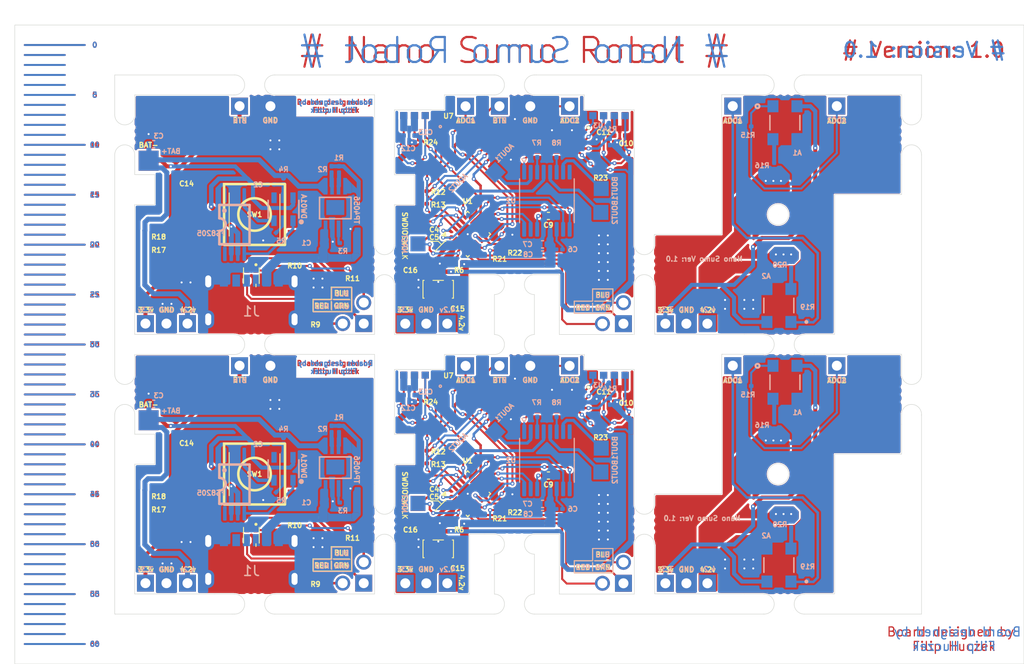
<source format=kicad_pcb>
(kicad_pcb (version 20240108) (generator "pcbnew") (generator_version "8.0")
  (layers (0 "F.Cu" signal) (31 "B.Cu" signal) (34 "B.Paste" user) (35 "F.Paste" user) (36 "B.SilkS" user "B.Silkscreen") (37 "F.SilkS" user "F.Silkscreen") (38 "B.Mask" user) (39 "F.Mask" user) (44 "Edge.Cuts" user))
  (net 0 "")
  (net 1 "+3.3V")
  (net 2 "ADC_2")
  (net 3 "Net-(A1-A)")
  (net 4 "GND")
  (net 5 "Net-(A2-A)")
  (net 6 "ADC_1")
  (net 7 "+5V")
  (net 8 "Net-(U6-VCC)")
  (net 9 "Net-(U6-GND)")
  (net 10 "+4.2V BAT")
  (net 11 "Net-(U2-VCP)")
  (net 12 "Net-(U2-VINT)")
  (net 13 "Button")
  (net 16 "Net-(LED1-Pad2)")
  (net 17 "Net-(LED1-Pad1)")
  (net 18 "Net-(LED1-Pad3)")
  (net 19 "Net-(U2-AOUT1)")
  (net 20 "Net-(U2-AOUT2)")
  (net 21 "Net-(U2-BOUT1)")
  (net 22 "Net-(U2-BOUT2)")
  (net 23 "Net-(U4-CHRG#)")
  (net 24 "Net-(U4-STDBY#)")
  (net 25 "Net-(U4-PROG)")
  (net 26 "Net-(U6-VM)")
  (net 27 "NRST")
  (net 28 "Net-(U2-AISEN)")
  (net 29 "Net-(U2-BISEN)")
  (net 30 "Led_R")
  (net 31 "Led_G")
  (net 32 "Led_B")
  (net 33 "SCL")
  (net 34 "SDA")
  (net 35 "INTERRUPT_1")
  (net 36 "Net-(R18-Pad2)")
  (net 37 "BatteryVoltage_ADC")
  (net 38 "Ain1")
  (net 39 "INTERRUPT_2")
  (net 40 "Bin1")
  (net 41 "Bin2")
  (net 42 "Ain2")
  (net 43 "SWCLK")
  (net 44 "SWDIO")
  (net 46 "Net-(U3-Pad2)")
  (net 47 "Net-(U6-OC)")
  (net 48 "Net-(U6-OD)")
  (net 50 "Net-(U7-Pad2)")
  (net 51 "Net-(U2-~{SLEEP})")
  (footprint "Resistor_SMD:R_0201_0603Metric" (layer "F.Cu") (at 136.560552 97.201048 -90)
    (property "Reference" "R24")
    (property "Value" "8.2k")
  )
  (footprint "MouseBites:mouse-bite-2mm-slot" (layer "F.Cu") (at 133.11 109.444 90)
    (property "Reference" "mouse-bite-2mm-slot" (hide yes))
    (property "Value" "VAL**" (hide yes))
    (fp_arc (start -2 -1.000001) (mid -0.999999 -0.000001) (end -2 0.999999) (stroke (width 0.05)) (layer "Edge.Cuts"))
    (fp_arc (start 2 1.000001) (mid 0.999999 0) (end 2 -0.999999) (stroke (width 0.05)) (layer "Edge.Cuts"))
  )
  (footprint "MouseBites:mouse-bite-2mm-slot" (layer "F.Cu") (at 173.11 117.444)
    (property "Reference" "mouse-bite-2mm-slot" (hide yes))
    (property "Value" "VAL**" (hide yes))
    (fp_arc (start -2 -1) (mid -1 0) (end -2 1) (stroke (width 0.05)) (layer "Edge.Cuts"))
    (fp_arc (start 2 1) (mid 1 0) (end 2 -1) (stroke (width 0.05)) (layer "Edge.Cuts"))
  )
  (footprint "NanoSumo:DS9078-20" (layer "F.Cu") (at 138.490952 111.933048)
    (property "Reference" "U8" (hide yes))
    (property "Value" "~")
  )
  (footprint "" (layer "F.Cu") (at 154.918207 115.35966)
    (property "Reference" "")
    (property "Value" "")
  )
  (footprint "Capacitor_SMD:C_0201_0603Metric" (layer "F.Cu") (at 156.118552 96.185048 90)
    (property "Reference" "C11")
    (property "Value" "2.2uF")
  )
  (footprint "" (layer "F.Cu") (at 128.922578 115.34844)
    (property "Reference" "")
    (property "Value" "")
  )
  (footprint "" (layer "F.Cu") (at 131.026379 113.244639)
    (property "Reference" "")
    (property "Value" "")
  )
  (footprint "Package_DFN_QFN:ST_UFQFPN-20_3x3mm_P0.5mm" (layer "F.Cu") (at 141.434352 80.395848 45)
    (property "Reference" "U1")
    (property "Value" "STM32C011F4Ux")
  )
  (footprint "" (layer "F.Cu") (at 118.597831 93.569272)
    (property "Reference" "")
    (property "Value" "")
  )
  (footprint "Resistor_SMD:R_0201_0603Metric" (layer "F.Cu") (at 137.014752 76.077848 180)
    (property "Reference" "R12")
    (property "Value" "2.2k")
  )
  (footprint "MouseBites:mouse-bite-2mm-slot" (layer "F.Cu") (at 107.107 70.444 90)
    (property "Reference" "mouse-bite-2mm-slot" (hide yes))
    (property "Value" "VAL**" (hide yes))
    (fp_arc (start -2 -1.000001) (mid -0.999999 -0.000001) (end -2 0.999999) (stroke (width 0.05)) (layer "Edge.Cuts"))
    (fp_arc (start 2 1.000001) (mid 0.999999 0) (end 2 -0.999999) (stroke (width 0.05)) (layer "Edge.Cuts"))
  )
  (footprint "Resistor_SMD:R_0201_0603Metric" (layer "F.Cu") (at 137.014752 77.347848 180)
    (property "Reference" "R13")
    (property "Value" "2.2k")
  )
  (footprint "Capacitor_SMD:C_0201_0603Metric" (layer "F.Cu") (at 137.217952 84.002648)
    (property "Reference" "C16")
    (property "Value" "10nF")
  )
  (footprint "MouseBites:mouse-bite-2mm-slot" (layer "F.Cu") (at 120.107 65.444)
    (property "Reference" "mouse-bite-2mm-slot" (hide yes))
    (property "Value" "VAL**" (hide yes))
    (fp_arc (start -2 -1) (mid -1 0) (end -2 1) (stroke (width 0.05)) (layer "Edge.Cuts"))
    (fp_arc (start 2 1) (mid 1 0) (end 2 -1) (stroke (width 0.05)) (layer "Edge.Cuts"))
  )
  (footprint "" (layer "F.Cu") (at 131.026379 89.348256)
    (property "Reference" "")
    (property "Value" "")
  )
  (footprint "NanoSumoLedFootprintlib:LED_RGB_NanoSumo" (layer "F.Cu") (at 119.782126 84.544125 90)
    (property "Reference" "LED1" (hide yes))
    (property "Value" "XZM2CRKM2DGFBB45SCCB")
  )
  (footprint "" (layer "F.Cu") (at 147.697429 67.579715)
    (property "Reference" "")
    (property "Value" "")
  )
  (footprint "" (layer "F.Cu") (at 163.318119 89.360485)
    (property "Reference" "")
    (property "Value" "")
  )
  (footprint "Package_DFN_QFN:ST_UFQFPN-20_3x3mm_P0.5mm" (layer "F.Cu") (at 141.437352 106.395848 45)
    (property "Reference" "U1")
    (property "Value" "STM32C011F4Ux")
  )
  (footprint "MouseBites:mouse-bite-2mm-slot" (layer "F.Cu") (at 146.11 91.444)
    (property "Reference" "mouse-bite-2mm-slot" (hide yes))
    (property "Value" "VAL**" (hide yes))
    (fp_arc (start -2 -1) (mid -1 0) (end -2 1) (stroke (width 0.05)) (layer "Edge.Cuts"))
    (fp_arc (start 2 1) (mid 1 0) (end 2 -1) (stroke (width 0.05)) (layer "Edge.Cuts"))
  )
  (footprint "MouseBites:mouse-bite-2mm-slot" (layer "F.Cu") (at 120.11 91.444)
    (property "Reference" "mouse-bite-2mm-slot" (hide yes))
    (property "Value" "VAL**" (hide yes))
    (fp_arc (start -2 -1) (mid -1 0) (end -2 1) (stroke (width 0.05)) (layer "Edge.Cuts"))
    (fp_arc (start 2 1) (mid 1 0) (end 2 -1) (stroke (width 0.05)) (layer "Edge.Cuts"))
  )
  (footprint "" (layer "F.Cu") (at 137.284469 89.35966)
    (property "Reference" "")
    (property "Value" "")
  )
  (footprint "" (layer "F.Cu") (at 118.597831 67.569088)
    (property "Reference" "")
    (property "Value" "")
  )
  (footprint "" (layer "F.Cu") (at 113.385976 115.348829)
    (property "Reference" "")
    (property "Value" "")
  )
  (footprint "NanoSumo:DS9078-20" (layer "F.Cu") (at 138.487952 85.933048)
    (property "Reference" "U8" (hide yes))
    (property "Value" "~")
  )
  (footprint "Resistor_SMD:R_0201_0603Metric" (layer "F.Cu") (at 137.017752 103.347848 180)
    (property "Reference" "R13")
    (property "Value" "2.2k")
  )
  (footprint "NanoSumo:Pad" (layer "F.Cu") (at 136.455952 81.361048)
    (property "Reference" "SWCLK")
    (property "Value" "SWCLK")
  )
  (footprint "" (layer "F.Cu") (at 157.019008 87.255859)
    (property "Reference" "")
    (property "Value" "")
  )
  (footprint "Resistor_SMD:R_0201_0603Metric" (layer "F.Cu") (at 112.035126 80.654125)
    (property "Reference" "R18")
    (property "Value" "100")
  )
  (footprint "Resistor_SMD:R_0201_0603Metric" (layer "F.Cu") (at 154.743952 73.944248 180)
    (property "Reference" "R23")
    (property "Value" "30k")
  )
  (footprint "MouseBites:mouse-bite-2mm-slot" (layer "F.Cu") (at 146.11 117.444)
    (property "Reference" "mouse-bite-2mm-slot" (hide yes))
    (property "Value" "VAL**" (hide yes))
    (fp_arc (start -2 -1) (mid -1 0) (end -2 1) (stroke (width 0.05)) (layer "Edge.Cuts"))
    (fp_arc (start 2 1) (mid 1 0) (end 2 -1) (stroke (width 0.05)) (layer "Edge.Cuts"))
  )
  (footprint "" (layer "F.Cu") (at 151.629352 67.582448)
    (property "Reference" "")
    (property "Value" "")
  )
  (footprint "" (layer "F.Cu") (at 131.026379 115.34844)
    (property "Reference" "")
    (property "Value" "")
  )
  (footprint "MouseBites:mouse-bite-2mm-slot" (layer "F.Cu") (at 159.107 83.444 90)
    (property "Reference" "mouse-bite-2mm-slot" (hide yes))
    (property "Value" "VAL**" (hide yes))
    (fp_arc (start -2 -1.000001) (mid -0.999999 -0.000001) (end -2 0.999999) (stroke (width 0.05)) (layer "Edge.Cuts"))
    (fp_arc (start 2 1.000001) (mid 0.999999 0) (end 2 -0.999999) (stroke (width 0.05)) (layer "Edge.Cuts"))
  )
  (footprint "Capacitor_SMD:C_0402_1005Metric" (layer "F.Cu") (at 149.514552 104.567048)
    (property "Reference" "C9")
    (property "Value" "10uF")
  )
  (footprint "" (layer "F.Cu") (at 167.966211 93.564133)
    (property "Reference" "")
    (property "Value" "")
  )
  (footprint "" (layer "F.Cu") (at 144.611134 93.575678)
    (property "Reference" "")
    (property "Value" "")
  )
  (footprint "MouseBites:mouse-bite-2mm-slot" (layer "F.Cu") (at 146.11 111.444)
    (property "Reference" "mouse-bite-2mm-slot" (hide yes))
    (property "Value" "VAL**" (hide yes))
    (fp_arc (start -2 -1) (mid -1 0) (end -2 1) (stroke (width 0.05)) (layer "Edge.Cuts"))
    (fp_arc (start 2 1) (mid 1 0) (end 2 -1) (stroke (width 0.05)) (layer "Edge.Cuts"))
  )
  (footprint "" (layer "F.Cu") (at 157.022008 113.255859)
    (property "Reference" "")
    (property "Value" "")
  )
  (footprint "Capacitor_SMD:C_0201_0603Metric" (layer "F.Cu") (at 137.220952 110.002648)
    (property "Reference" "C16")
    (property "Value" "10nF")
  )
  (footprint "Resistor_SMD:R_0201_0603Metric" (layer "F.Cu") (at 144.637752 107.716648 -135)
    (property "Reference" "R21")
    (property "Value" "10k")
  )
  (footprint "" (layer "F.Cu") (at 109.178374 89.348645)
    (property "Reference" "")
    (property "Value" "")
  )
  (footprint "MouseBites:mouse-bite-2mm-slot" (layer "F.Cu") (at 185.850754 70.443999 90)
    (property "Reference" "mouse-bite-2mm-slot" (hide yes))
    (property "Value" "VAL**" (hide yes))
    (fp_arc (start -2 -1.000001) (mid -0.999999 -0.000001) (end -2 0.999999) (stroke (width 0.05)) (layer "Edge.Cuts"))
    (fp_arc (start 2 1.000001) (mid 0.999999 0) (end 2 -0.999999) (stroke (width 0.05)) (layer "Edge.Cuts"))
  )
  (footprint "" (layer "F.Cu") (at 163.321119 115.360485)
    (property "Reference" "")
    (property "Value" "")
  )
  (footprint "Resistor_SMD:R_0201_0603Metric" (layer "F.Cu") (at 140.128183 83.049337 -135)
    (property "Reference" "R6")
    (property "Value" "10k")
  )
  (footprint "Resistor_SMD:R_0201_0603Metric" (layer "F.Cu") (at 127.148126 89.036125 -90)
    (property "Reference" "R9")
    (property "Value" "60-80")
  )
  (footprint "" (layer "F.Cu") (at 165.42492 115.360485)
    (property "Reference" "")
    (property "Value" "")
  )
  (footprint "Capacitor_SMD:C_0201_0603Metric" (layer "F.Cu") (at 138.897352 113.863448 180)
    (property "Reference" "C15")
    (property "Value" "10nF")
  )
  (footprint "Capacitor_SMD:C_0201_0603Metric" (layer "F.Cu") (at 156.115552 70.185048 90)
    (property "Reference" "C11")
    (property "Value" "2.2uF")
  )
  (footprint "NanoSumo:Pad" (layer "F.Cu") (at 109.495126 99.034309)
    (property "Reference" "BAT-")
    (property "Value" "Battery-")
  )
  (footprint "" (layer "F.Cu") (at 139.38827 89.35966)
    (property "Reference" "")
    (property "Value" "")
  )
  (footprint "MouseBites:mouse-bite-2mm-slot" (layer "F.Cu") (at 159.11 109.444 90)
    (property "Reference" "mouse-bite-2mm-slot" (hide yes))
    (property "Value" "VAL**" (hide yes))
    (fp_arc (start -2 -1.000001) (mid -0.999999 -0.000001) (end -2 0.999999) (stroke (width 0.05)) (layer "Edge.Cuts"))
    (fp_arc (start 2 1.000001) (mid 0.999999 0) (end 2 -0.999999) (stroke (width 0.05)) (layer "Edge.Cuts"))
  )
  (footprint "" (layer "F.Cu") (at 139.39127 115.35966)
    (property "Reference" "")
    (property "Value" "")
  )
  (footprint "" (layer "F.Cu") (at 165.42192 89.360485)
    (property "Reference" "")
    (property "Value" "")
  )
  (footprint "MouseBites:mouse-bite-2mm-slot" (layer "F.Cu") (at 133.107 83.444 90)
    (property "Reference" "mouse-bite-2mm-slot" (hide yes))
    (property "Value" "VAL**" (hide yes))
    (fp_arc (start -2 -1.000001) (mid -0.999999 -0.000001) (end -2 0.999999) (stroke (width 0.05)) (layer "Edge.Cuts"))
    (fp_arc (start 2 1.000001) (mid 0.999999 0) (end 2 -0.999999) (stroke (width 0.05)) (layer "Edge.Cuts"))
  )
  (footprint "MouseBites:mouse-bite-2mm-slot" (layer "F.Cu") (at 173.11 91.444)
    (property "Reference" "mouse-bite-2mm-slot" (hide yes))
    (property "Value" "VAL**" (hide yes))
    (fp_arc (start -2 -1) (mid -1 0) (end -2 1) (stroke (width 0.05)) (layer "Edge.Cuts"))
    (fp_arc (start 2 1) (mid 1 0) (end 2 -1) (stroke (width 0.05)) (layer "Edge.Cuts"))
  )
  (footprint "MouseBites:mouse-bite-2mm-slot" (layer "F.Cu") (at 107.11 96.444 90)
    (property "Reference" "mouse-bite-2mm-slot" (hide yes))
    (property "Value" "VAL**" (hide yes))
    (fp_arc (start -2 -1.000001) (mid -0.999999 -0.000001) (end -2 0.999999) (stroke (width 0.05)) (layer "Edge.Cuts"))
    (fp_arc (start 2 1.000001) (mid 0.999999 0) (end 2 -0.999999) (stroke (width 0.05)) (layer "Edge.Cuts"))
  )
  (footprint "Resistor_SMD:R_0201_0603Metric" (layer "F.Cu") (at 140.131183 109.049337 -135)
    (property "Reference" "R6")
    (property "Value" "10k")
  )
  (footprint "Resistor_SMD:R_0201_0603Metric" (layer "F.Cu") (at 136.557552 71.201048 -90)
    (property "Reference" "R24")
    (property "Value" "8.2k")
  )
  (footprint "NanoSumo:VISHAY_VCNL4040_4X2X1.1" (layer "F.Cu") (at 155.568695 67.82202 90)
    (property "Reference" "U3" (hide yes))
    (property "Value" "VCNL4040M3OE")
  )
  (footprint "MouseBites:mouse-bite-2mm-slot" (layer "F.Cu") (at 185.853754 96.443999 90)
    (property "Reference" "mouse-bite-2mm-slot" (hide yes))
    (property "Value" "VAL**" (hide yes))
    (fp_arc (start -2 -1.000001) (mid -0.999999 -0.000001) (end -2 0.999999) (stroke (width 0.05)) (layer "Edge.Cuts"))
    (fp_arc (start 2 1.000001) (mid 0.999999 0) (end 2 -0.999999) (stroke (width 0.05)) (layer "Edge.Cuts"))
  )
  (footprint "" (layer "F.Cu") (at 167.963211 67.564133)
    (property "Reference" "")
    (property "Value" "")
  )
  (footprint "" (layer "F.Cu") (at 178.375144 67.564263)
    (property "Reference" "")
    (property "Value" "")
  )
  (footprint "NanoSumo:VISHAY_VCNL4040_4X2X1.1" (layer "F.Cu") (at 155.571695 93.82202 90)
    (property "Reference" "U3" (hide yes))
    (property "Value" "VCNL4040M3OE")
  )
  (footprint "" (layer "F.Cu") (at 157.022008 115.35966)
    (property "Reference" "")
    (property "Value" "")
  )
  (footprint "MouseBites:mouse-bite-2mm-slot" (layer "F.Cu") (at 120.11 117.444)
    (property "Reference" "mouse-bite-2mm-slot" (hide yes))
    (property "Value" "VAL**" (hide yes))
    (fp_arc (start -2 -1) (mid -1 0) (end -2 1) (stroke (width 0.05)) (layer "Edge.Cuts"))
    (fp_arc (start 2 1) (mid 1 0) (end 2 -1) (stroke (width 0.05)) (layer "Edge.Cuts"))
  )
  (footprint "" (layer "F.Cu") (at 109.178374 115.348829)
    (property "Reference" "")
    (property "Value" "")
  )
  (footprint "" (layer "F.Cu") (at 161.214318 89.360485)
    (property "Reference" "")
    (property "Value" "")
  )
  (footprint "MouseBites:mouse-bite-2mm-slot" (layer "F.Cu") (at 173.107 65.444)
    (property "Reference" "mouse-bite-2mm-slot" (hide yes))
    (property "Value" "VAL**" (hide yes))
    (fp_arc (start -2 -1) (mid -1 0) (end -2 1) (stroke (width 0.05)) (layer "Edge.Cuts"))
    (fp_arc (start 2 1) (mid 1 0) (end 2 -1) (stroke (width 0.05)) (layer "Edge.Cuts"))
  )
  (footprint "Resistor_SMD:R_0201_0603Metric" (layer "F.Cu") (at 144.634752 81.716648 -135)
    (property "Reference" "R21")
    (property "Value" "10k")
  )
  (footprint "Resistor_SMD:R_0201_0603Metric" (layer "F.Cu") (at 112.035126 106.654309)
    (property "Reference" "R18")
    (property "Value" "100")
  )
  (footprint "" (layer "F.Cu") (at 157.019008 89.35966)
    (property "Reference" "")
    (property "Value" "")
  )
  (footprint "Capacitor_SMD:C_0201_0603Metric" (layer "F.Cu") (at 157.185352 96.185048 90)
    (property "Reference" "C10")
    (property "Value" "100nF")
  )
  (footprint "Capacitor_SMD:C_0201_0603Metric" (layer "F.Cu") (at 139.664211 107.863944 135)
    (property "Reference" "C4")
    (property "Value" "10nF")
  )
  (footprint "Capacitor_SMD:C_0201_0603Metric" (layer "F.Cu") (at 139.661211 81.863944 135)
    (property "Reference" "C4")
    (property "Value" "10nF")
  )
  (footprint "" (layer "F.Cu") (at 121.687126 67.573125)
    (property "Reference" "")
    (property "Value" "")
  )
  (footprint "Resistor_SMD:R_0201_0603Metric" (layer "F.Cu") (at 127.148126 115.036309 -90)
    (property "Reference" "R9")
    (property "Value" "60-80")
  )
  (footprint "Resistor_SMD:R_0201_0603Metric" (layer "F.Cu") (at 111.654126 107.924309 90)
    (property "Reference" "R17")
    (property "Value" "10k")
  )
  (footprint "" (layer "F.Cu") (at 141.220419 93.582318)
    (property "Reference" "")
    (property "Value" "")
  )
  (footprint "Resistor_SMD:R_0201_0603Metric" (layer "F.Cu") (at 124.115926 82.799525 180)
    (property "Reference" "R10")
    (property "Value" "100")
  )
  (footprint "Resistor_SMD:R_0201_0603Metric" (layer "F.Cu") (at 137.017752 102.077848 180)
    (property "Reference" "R12")
    (property "Value" "2.2k")
  )
  (footprint "Resistor_SMD:R_0201_0603Metric" (layer "F.Cu") (at 131.0165 84.842979 90)
    (property "Reference" "R11")
    (property "Value" "100")
  )
  (footprint "Resistor_SMD:R_0201_0603Metric" (layer "F.Cu") (at 124.115926 108.799709 180)
    (property "Reference" "R10")
    (property "Value" "100")
  )
  (footprint "" (layer "F.Cu") (at 135.180668 89.35966)
    (property "Reference" "")
    (property "Value" "")
  )
  (footprint "" (layer "F.Cu") (at 141.217419 67.582318)
    (property "Reference" "")
    (property "Value" "")
  )
  (footprint "NanoSumo:tactile_Switch" (layer "F.Cu") (at 120.098126 104.420309)
    (property "Reference" "SW1")
    (property "Value" "SW_Push")
  )
  (footprint "NanoSumo:Pad" (layer "F.Cu") (at 136.455952 79.430648)
    (property "Reference" "SWDIO")
    (property "Value" "SWDIO")
  )
  (footprint "" (layer "F.Cu") (at 131.026379 87.244455)
    (property "Reference" "")
    (property "Value" "")
  )
  (footprint "NanoSumo:Pad" (layer "F.Cu") (at 136.458952 107.361048)
    (property "Reference" "SWCLK")
    (property "Value" "SWCLK")
  )
  (footprint "" (layer "F.Cu") (at 151.632352 93.582448)
    (property "Reference" "")
    (property "Value" "")
  )
  (footprint "NanoSumo:tactile_Switch" (layer "F.Cu") (at 120.098126 78.420125)
    (property "Reference" "SW1")
    (property "Value" "SW_Push")
  )
  (footprint "Resistor_SMD:R_0201_0603Metric" (layer "F.Cu") (at 146.161127 81.49603 180)
    (property "Reference" "R22")
    (property "Value" "10k")
  )
  (footprint "" (layer "F.Cu") (at 111.282175 115.348829)
    (property "Reference" "")
    (property "Value" "")
  )
  (footprint "" (layer "F.Cu") (at 137.287469 115.35966)
    (property "Reference" "")
    (property "Value" "")
  )
  (footprint "Resistor_SMD:R_0201_0603Metric" (layer "F.Cu") (at 154.746952 99.944248 180)
    (property "Reference" "R23")
    (property "Value" "30k")
  )
  (footprint "Resistor_SMD:R_0201_0603Metric" (layer "F.Cu") (at 131.0165 110.843163 90)
    (property "Reference" "R11")
    (property "Value" "100")
  )
  (footprint "" (layer "F.Cu") (at 161.217318 115.360485)
    (property "Reference" "")
    (property "Value" "")
  )
  (footprint "Capacitor_SMD:C_0201_0603Metric" (layer "F.Cu") (at 138.894352 87.863448 180)
    (property "Reference" "C15")
    (property "Value" "10nF")
  )
  (footprint "MouseBites:mouse-bite-2mm-slot" (layer "F.Cu") (at 146.107 65.444)
    (property "Reference" "mouse-bite-2mm-slot" (hide yes))
    (property "Value" "VAL**" (hide yes))
    (fp_arc (start -2 -1) (mid -1 0) (end -2 1) (stroke (width 0.05)) (layer "Edge.Cuts"))
    (fp_arc (start 2 1) (mid 1 0) (end 2 -1) (stroke (width 0.05)) (layer "Edge.Cuts"))
  )
  (footprint "MouseBites:mouse-bite-2mm-slot" (layer "F.Cu") (at 146.107 85.444)
    (property "Reference" "mouse-bite-2mm-slot" (hide yes))
    (property "Value" "VAL**" (hide yes))
    (fp_arc (start -2 -1) (mid -1 0) (end -2 1) (stroke (width 0.05)) (layer "Edge.Cuts"))
    (fp_arc (start 2 1) (mid 1 0) (end 2 -1) (stroke (width 0.05)) (layer "Edge.Cuts"))
  )
  (footprint "Capacitor_SMD:C_0201_0603Metric" (layer "F.Cu") (at 157.182352 70.185048 90)
    (property "Reference" "C10")
    (property "Value" "100nF")
  )
  (footprint "" (layer "F.Cu") (at 113.385976 89.348645)
    (property "Reference" "")
    (property "Value" "")
  )
  (footprint "" (layer "F.Cu") (at 135.183668 115.35966)
    (property "Reference" "")
    (property "Value" "")
  )
  (footprint "Capacitor_SMD:C_0201_0603Metric" (layer "F.Cu") (at 139.053554 108.474601 135)
    (property "Reference" "C5")
    (property "Value" "100nF")
  )
  (footprint "" (layer "F.Cu") (at 128.922578 89.348256)
    (property "Reference" "")
    (property "Value" "")
  )
  (footprint "" (layer "F.Cu") (at 154.915207 89.35966)
    (property "Reference" "")
    (property "Value" "")
  )
  (footprint "" (layer "F.Cu") (at 111.282175 89.348645)
    (property "Reference" "")
    (property "Value" "")
  )
  (footprint "Capacitor_SMD:C_0201_0603Metric" (layer "F.Cu") (at 113.305126 76.463125 -90)
    (property "Reference" "C14")
    (property "Value" "100nF")
  )
  (footprint "NanoSumo:Pad" (layer "F.Cu") (at 136.458952 105.430648)
    (property "Reference" "SWDIO")
    (property "Value" "SWDIO")
  )
  (footprint "" (layer "F.Cu") (at 144.608134 67.575678)
    (property "Reference" "")
    (property "Value" "")
  )
  (footprint "NanoSumoLedFootprintlib:LED_RGB_NanoSumo" (layer "F.Cu") (at 119.782126 110.544309 90)
    (property "Reference" "LED1" (hide yes))
    (property "Value" "XZM2CRKM2DGFBB45SCCB")
  )
  (footprint "NanoSumo:Pad" (layer "F.Cu") (at 109.495126 73.034125)
    (property "Reference" "BAT-")
    (property "Value" "Battery-")
  )
  (footprint "" (layer "F.Cu") (at 121.687126 93.573309)
    (property "Reference" "")
    (property "Value" "")
  )
  (footprint "Capacitor_SMD:C_0402_1005Metric" (layer "F.Cu") (at 149.511552 78.567048)
    (property "Reference" "C9")
    (property "Value" "10uF")
  )
  (footprint "Capacitor_SMD:C_0201_0603Metric" (layer "F.Cu") (at 113.305126 102.463309 -90)
    (property "Reference" "C14")
    (property "Value" "100nF")
  )
  (footprint "" (layer "F.Cu") (at 178.378144 93.564263)
    (property "Reference" "")
    (property "Value" "")
  )
  (footprint "" (layer "F.Cu") (at 147.700429 93.579715)
    (property "Reference" "")
    (property "Value" "")
  )
  (footprint "Capacitor_SMD:C_0201_0603Metric" (layer "F.Cu") (at 139.050554 82.474601 135)
    (property "Reference" "C5")
    (property "Value" "100nF")
  )
  (footprint "Resistor_SMD:R_0201_0603Metric" (layer "F.Cu") (at 146.164127 107.49603 180)
    (property "Reference" "R22")
    (property "Value" "10k")
  )
  (footprint "Resistor_SMD:R_0201_0603Metric" (layer "F.Cu") (at 111.654126 81.924125 90)
    (property "Reference" "R17")
    (property "Value" "10k")
  )
  (footprint "NanoSumo:XDCR_GP2S700HCP" (layer "B.Cu") (at 172.57859 87.53359 90)
    (property "Reference" "A2")
    (property "Value" "GP2S700HCP")
  )
  (footprint "NanoSumo:XDCR_GP2S700HCP" (layer "B.Cu") (at 173.183723 69.228476 -90)
    (property "Reference" "A1")
    (property "Value" "GP2S700HCP")
  )
  (footprint "Resistor_SMD:R_0201_0603Metric" (layer "B.Cu") (at 155.6716 97.1507 -90)
    (property "Reference" "R14")
    (property "Value" "8.2k")
  )
  (footprint "NanoSumo:VISHAY_VCNL4040_4X2X1.1" (layer "B.Cu") (at 136.643352 67.713197 90)
    (property "Reference" "U7")
    (property "Value" "VCNL4040M3OE")
  )
  (footprint "NanoSumo:GCT_USB4125-GF-A-0190_REVA2" (layer "B.Cu") (at 119.782126 114.120309 180)
    (property "Reference" "J1")
    (property "Value" "USB4125-GF-A-0190_REVA2")
  )
  (footprint "Resistor_SMD:R_0201_0603Metric" (layer "B.Cu") (at 172.109475 99.556002 -90)
    (property "Reference" "R16")
    (property "Value" "150")
  )
  (footprint "Resistor_SMD:R_0201_0603Metric" (layer "B.Cu") (at 128.553264 73.910158 -90)
    (property "Reference" "R1")
    (property "Value" "1k")
  )
  (footprint "NanoSumo:XDCR_GP2S700HCP" (layer "B.Cu") (at 173.186723 95.228476 -90)
    (property "Reference" "A1")
    (property "Value" "GP2S700HCP")
  )
  (footprint "Resistor_SMD:R_0201_0603Metric" (layer "B.Cu") (at 173.803091 83.46959 90)
    (property "Reference" "R20")
    (property "Value" "150")
  )
  (footprint "Capacitor_SMD:C_0201_0603Metric" (layer "B.Cu") (at 136.100352 70.185048 90)
    (property "Reference" "C13")
    (property "Value" "2.2uF")
  )
  (footprint "Capacitor_SMD:C_0201_0603Metric" (layer "B.Cu") (at 121.732313 75.417879 180)
    (property "Reference" "C2")
    (property "Value" "100nF")
  )
  (footprint "NM8205A:NM8205A" (layer "B.Cu") (at 118.098126 105.433309)
    (property "Reference" "U9" (hide yes))
    (property "Value" "~")
  )
  (footprint "Capacitor_SMD:C_0201_0603Metric" (layer "B.Cu") (at 136.103352 96.185048 90)
    (property "Reference" "C13")
    (property "Value" "2.2uF")
  )
  (footprint "NanoSumo:Pad" (layer "B.Cu") (at 136.455952 81.361048 180)
    (property "Reference" "NRST")
    (property "Value" "NRST")
  )
  (footprint "Resistor_SMD:R_0201_0603Metric" (layer "B.Cu") (at 127.80807 99.910342 -90)
    (property "Reference" "R2")
    (property "Value" "1k")
  )
  (footprint "NanoSumo:Pad" (layer "B.Cu") (at 154.797752 101.823848 180)
    (property "Reference" "BOUT1")
    (property "Value" "DC_Motor_2+")
  )
  (footprint "NanoSumo:Pad" (layer "B.Cu") (at 154.76183 104.211448 -90)
    (property "Reference" "BOUT2")
    (property "Value" "DC_Motor_2-")
  )
  (footprint "Resistor_SMD:R_0201_0603Metric" (layer "B.Cu") (at 122.033126 106.462909 45)
    (property "Reference" "R5")
    (property "Value" "1k")
  )
  (footprint "Capacitor_SMD:C_0402_1005Metric" (layer "B.Cu") (at 110.003126 97.383309)
    (property "Reference" "C3")
    (property "Value" "10uF")
  )
  (footprint "Package_SO:TSSOP-16_4.4x5mm_P0.65mm" (layer "B.Cu") (at 149.359152 77.043048 -90)
    (property "Reference" "U2")
    (property "Value" "DRV8833PW")
  )
  (footprint "NanoSumo:Pad" (layer "B.Cu") (at 144.180552 100.198248 -135)
    (property "Reference" "AOUT1")
    (property "Value" "DC_Motor_1+")
  )
  (footprint "Resistor_SMD:R_0201_0603Metric" (layer "B.Cu") (at 172.106475 73.556002 -90)
    (property "Reference" "R16")
    (property "Value" "150")
  )
  (footprint "Capacitor_SMD:C_0201_0603Metric" (layer "B.Cu") (at 126.528926 107.275709 180)
    (property "Reference" "C1")
    (property "Value" "100nF")
  )
  (footprint "Capacitor_SMD:C_0402_1005Metric" (layer "B.Cu") (at 148.927752 108.427848 180)
    (property "Reference" "C8")
    (property "Value" "10uF")
  )
  (footprint "Resistor_SMD:R_0201_0603Metric" (layer "B.Cu") (at 128.941926 107.275709 180)
    (property "Reference" "R3")
    (property "Value" "R")
  )
  (footprint "Capacitor_SMD:C_0402_1005Metric" (layer "B.Cu") (at 148.927752 107.411848 180)
    (property "Reference" "C7")
    (property "Value" "10uF")
  )
  (footprint "Resistor_SMD:R_0201_0603Metric" (layer "B.Cu") (at 173.806091 109.46959 90)
    (property "Reference" "R20")
    (property "Value" "150")
  )
  (footprint "Resistor_SMD:R_0201_0603Metric" (layer "B.Cu") (at 169.48559 69.59659)
    (property "Reference" "R15")
    (property "Value" "10k")
  )
  (footprint "NanoSumo:TP4056" (layer "B.Cu") (at 128.179926 103.719709 180)
    (property "Reference" "U4" (hide yes))
    (property "Value" "Li-Pol Charger")
  )
  (footprint "Resistor_SMD:R_0201_0603Metric" (layer "B.Cu") (at 150.324352 72.369448 -90)
    (property "Reference" "R8")
    (property "Value" "200")
  )
  (footprint "Resistor_SMD:R_0201_0603Metric" (layer "B.Cu") (at 128.553264 99.910342 -90)
    (property "Reference" "R1")
    (property "Value" "1k")
  )
  (footprint "Resistor_SMD:R_0201_0603Metric" (layer "B.Cu") (at 148.396952 98.369448 -90)
    (property "Reference" "R7")
    (property "Value" "200")
  )
  (footprint "Package_SO:TSSOP-16_4.4x5mm_P0.65mm" (layer "B.Cu") (at 149.362152 103.043048 -90)
    (property "Reference" "U2")
    (property "Value" "DRV8833PW")
  )
  (footprint "Capacitor_SMD:C_0201_0603Metric" (layer "B.Cu") (at 121.732313 101.418063 180)
    (property "Reference" "C2")
    (property "Value" "100nF")
  )
  (footprint "NanoSumo:Pad" (layer "B.Cu") (at 136.458952 107.361048 180)
    (property "Reference" "NRST")
    (property "Value" "NRST")
  )
  (footprint "NanoSumo:TP4056" (layer "B.Cu") (at 128.179926 77.719525 180)
    (property "Reference" "U4" (hide yes))
    (property "Value" "Li-Pol Charger")
  )
  (footprint "Capacitor_SMD:C_0402_1005Metric" (layer "B.Cu") (at 148.924752 82.427848 180)
    (property "Reference" "C8")
    (property "Value" "10uF")
  )
  (footprint "Resistor_SMD:R_0201_0603Metric" (layer "B.Cu") (at 122.998326 75.098245 90)
    (property "Reference" "R4")
    (property "Value" "100")
  )
  (footprint "Resistor_SMD:R_0201_0603Metric" (layer "B.Cu") (at 128.941926 81.275525 180)
    (property "Reference" "R3")
    (property "Value" "R")
  )
  (footprint "Resistor_SMD:R_0201_0603Metric" (layer "B.Cu") (at 169.48859 95.59659)
    (property "Reference" "R15")
    (property "Value" "10k")
  )
  (footprint "Resistor_SMD:R_0201_0603Metric" (layer "B.Cu") (at 148.393952 72.369448 -90)
    (property "Reference" "R7")
    (property "Value" "200")
  )
  (footprint "Capacitor_SMD:C_0201_0603Metric" (layer "B.Cu") (at 135.033552 70.185048 90)
    (property "Reference" "C12")
    (property "Value" "100nF")
  )
  (footprint "NanoSumo:XDCR_GP2S700HCP" (layer "B.Cu") (at 172.58159 113.53359 90)
    (property "Reference" "A2")
    (property "Value" "GP2S700HCP")
  )
  (footprint "Resistor_SMD:R_0201_0603Metric" (layer "B.Cu") (at 175.45759 114.77359 -90)
    (property "Reference" "R19")
    (property "Value" "10k")
  )
  (footprint "NanoSumo:Pad" (layer "B.Cu") (at 109.495126 99.034309 180)
    (property "Reference" "BAT+")
    (property "Value" "Battery+")
  )
  (footprint "Resistor_SMD:R_0201_0603Metric" (layer "B.Cu") (at 175.45459 88.77359 -90)
    (property "Reference" "R19")
    (property "Value" "10k")
  )
  (footprint "NanoSumo:GCT_USB4125-GF-A-0190_REVA2" (layer "B.Cu") (at 119.782126 88.120125 180)
    (property "Reference" "J1")
    (property "Value" "USB4125-GF-A-0190_REVA2")
  )
  (footprint "Capacitor_SMD:C_0402_1005Metric" (layer "B.Cu") (at 148.924752 81.411848 180)
    (property "Reference" "C7")
    (property "Value" "10uF")
  )
  (footprint "NanoSumo:Pad" (layer "B.Cu") (at 109.495126 73.034125 180)
    (property "Reference" "BAT+")
    (property "Value" "Battery+")
  )
  (footprint "NanoSumo:DW01A" (layer "B.Cu") (at 122.998326 103.892429 180)
    (property "Reference" "U6" (hide yes))
    (property "Value" "~")
  )
  (footprint "Capacitor_SMD:C_0402_1005Metric" (layer "B.Cu") (at 110.003126 71.383125)
    (property "Reference" "C3")
    (property "Value" "10uF")
  )
  (footprint "NanoSumo:Pad" (layer "B.Cu") (at 141.231152 76.077848 -135)
    (property "Reference" "AOUT2")
    (property "Value" "DC_Motor_1-")
  )
  (footprint "Resistor_SMD:R_0201_0603Metric" (layer "B.Cu") (at 127.80807 73.910158 -90)
    (property "Reference" "R2")
    (property "Value" "1k")
  )
  (footprint "NanoSumo:Pad" (layer "B.Cu") (at 144.177552 74.198248 -135)
    (property "Reference" "AOUT1")
    (property "Value" "DC_Motor_1+")
  )
  (footprint "Resistor_SMD:R_0201_0603Metric" (layer "B.Cu") (at 122.033126 80.462725 45)
    (property "Reference" "R5")
    (property "Value" "1k")
  )
  (footprint "Capacitor_SMD:C_0201_0603Metric" (layer "B.Cu") (at 150.601152 81.919848)
    (property "Reference" "C6")
    (property "Value" "100nF")
  )
  (footprint "Capacitor_SMD:C_0201_0603Metric" (layer "B.Cu") (at 135.036552 96.185048 90)
    (property "Reference" "C12")
    (property "Value" "100nF")
  )
  (footprint "NanoSumo:Pad" (layer "B.Cu") (at 154.794752 75.823848 180)
    (property "Reference" "BOUT1")
    (property "Value" "DC_Motor_2+")
  )
  (footprint "Capacitor_SMD:C_0201_0603Metric" (layer "B.Cu") (at 126.528926 81.275525 180)
    (property "Reference" "C1")
    (property "Value" "100nF")
  )
  (footprint "NanoSumo:DW01A" (layer "B.Cu") (at 122.998326 77.892245 180)
    (property "Reference" "U6" (hide yes))
    (property "Value" "~")
  )
  (footprint "Resistor_SMD:R_0201_0603Metric" (layer "B.Cu") (at 122.998326 101.098429 90)
    (property "Reference" "R4")
    (property "Value" "100")
  )
  (footprint "Capacitor_SMD:C_0201_0603Metric" (layer "B.Cu") (at 150.604152 107.919848)
    (property "Reference" "C6")
    (property "Value" "100nF")
  )
  (footprint "NanoSumo:VISHAY_VCNL4040_4X2X1.1" (layer "B.Cu") (at 136.646352 93.713197 90)
    (property "Reference" "U7")
    (property "Value" "VCNL4040M3OE")
  )
  (footprint "NanoSumo:Pad" (layer "B.Cu") (at 141.234152 102.077848 -135)
    (property "Reference" "AOUT2")
    (property "Value" "DC_Motor_1-")
  )
  (footprint "NM8205A:NM8205A" (layer "B.Cu") (at 118.098126 79.433125)
    (property "Reference" "U9" (hide yes))
    (property "Value" "~")
  )
  (footprint "Resistor_SMD:R_0201_0603Metric" (layer "B.Cu") (at 150.327352 98.369448 -90)
    (property "Reference" "R8")
    (property "Value" "200")
  )
  (footprint "Resistor_SMD:R_0201_0603Metric" (layer "B.Cu") (at 155.6686 71.1507 -90)
    (property "Reference" "R14")
    (property "Value" "8.2k")
  )
  (footprint "NanoSumo:Pad" (layer "B.Cu") (at 154.75883 78.211448 -90)
    (property "Reference" "BOUT2")
    (property "Value" "DC_Motor_2-")
  )
  (gr_line (start 97.104 113.444) (end 101.104 113.444) (stroke (width 0.2)) (layer "F.Cu"))
  (gr_line (start 97.104 111.444) (end 103.104 111.444) (stroke (width 0.2)) (layer "F.Cu"))
  (gr_line (start 97.104 77.444) (end 101.104 77.444) (stroke (width 0.2)) (layer "F.Cu"))
  (gr_line (start 97.104 97.444) (end 101.104 97.444) (stroke (width 0.2)) (layer "F.Cu"))
  (gr_line (start 97.104 74.444) (end 101.104 74.444) (stroke (width 0.2)) (layer "F.Cu"))
  (gr_line (start 97.104 106.444) (end 102.104 106.444) (stroke (width 0.2)) (layer "F.Cu"))
  (gr_line (start 97.104 85.444) (end 101.104 85.444) (stroke (width 0.2)) (layer "F.Cu"))
  (gr_line (start 97.104 117.444) (end 101.104 117.444) (stroke (width 0.2)) (layer "F.Cu"))
  (gr_line (start 97.104 78.444) (end 101.104 78.444) (stroke (width 0.2)) (layer "F.Cu"))
  (gr_line (start 97.104 75.444) (end 101.104 75.444) (stroke (width 0.2)) (layer "F.Cu"))
  (gr_line (start 97.104 110.444) (end 101.104 110.444) (stroke (width 0.2)) (layer "F.Cu"))
  (gr_line (start 97.104 120.444) (end 101.104 120.444) (stroke (width 0.2)) (layer "F.Cu"))
  (gr_line (start 97.104 115.444) (end 101.104 115.444) (stroke (width 0.2)) (layer "F.Cu"))
  (gr_line (start 97.104 92.444) (end 101.104 92.444) (stroke (width 0.2)) (layer "F.Cu"))
  (gr_line (start 97.104 100.444) (end 101.104 100.444) (stroke (width 0.2)) (layer "F.Cu"))
  (gr_line (start 97.104 94.444) (end 101.104 94.444) (stroke (width 0.2)) (layer "F.Cu"))
  (gr_line (start 97.104 90.444) (end 101.104 90.444) (stroke (width 0.2)) (layer "F.Cu"))
  (gr_line (start 97.104 83.444) (end 101.104 83.444) (stroke (width 0.2)) (layer "F.Cu"))
  (gr_line (start 97.104 72.444) (end 101.104 72.444) (stroke (width 0.2)) (layer "F.Cu"))
  (gr_line (start 97.104 82.444) (end 101.104 82.444) (stroke (width 0.2)) (layer "F.Cu"))
  (gr_line (start 97.104 96.444) (end 102.104 96.444) (stroke (width 0.2)) (layer "F.Cu"))
  (gr_line (start 97.104 65.444) (end 101.104 65.444) (stroke (width 0.2)) (layer "F.Cu"))
  (gr_line (start 97.104 108.444) (end 101.104 108.444) (stroke (width 0.2)) (layer "F.Cu"))
  (gr_line (start 97.104 64.444) (end 101.104 64.444) (stroke (width 0.2)) (layer "F.Cu"))
  (gr_line (start 97.104 71.444) (end 103.104 71.444) (stroke (width 0.2)) (layer "F.Cu"))
  (gr_line (start 97.104 121.444) (end 103.104 121.444) (stroke (width 0.2)) (layer "F.Cu"))
  (gr_line (start 97.104 63.444) (end 101.104 63.444) (stroke (width 0.2)) (layer "F.Cu"))
  (gr_line (start 97.104 112.444) (end 101.104 112.444) (stroke (width 0.2)) (layer "F.Cu"))
  (gr_line (start 97.104 102.444) (end 101.104 102.444) (stroke (width 0.2)) (layer "F.Cu"))
  (gr_line (start 97.104 88.444) (end 101.104 88.444) (stroke (width 0.2)) (layer "F.Cu"))
  (gr_line (start 97.104 105.444) (end 101.104 105.444) (stroke (width 0.2)) (layer "F.Cu"))
  (gr_line (start 97.104 61.444) (end 103.104 61.444) (stroke (width 0.2)) (layer "F.Cu"))
  (gr_line (start 97.104 79.444) (end 101.104 79.444) (stroke (width 0.2)) (layer "F.Cu"))
  (gr_line (start 97.104 86.444) (end 102.104 86.444) (stroke (width 0.2)) (layer "F.Cu"))
  (gr_line (start 97.104 80.444) (end 101.104 80.444) (stroke (width 0.2)) (layer "F.Cu"))
  (gr_line (start 97.104 103.444) (end 101.104 103.444) (stroke (width 0.2)) (layer "F.Cu"))
  (gr_line (start 97.104 109.444) (end 101.104 109.444) (stroke (width 0.2)) (layer "F.Cu"))
  (gr_line (start 97.104 66.444) (end 102.104 66.444) (stroke (width 0.2)) (layer "F.Cu"))
  (gr_line (start 97.104 87.444) (end 101.104 87.444) (stroke (width 0.2)) (layer "F.Cu"))
  (gr_line (start 97.104 76.444) (end 102.104 76.444) (stroke (width 0.2)) (layer "F.Cu"))
  (gr_line (start 97.104 73.444) (end 101.104 73.444) (stroke (width 0.2)) (layer "F.Cu"))
  (gr_line (start 97.104 104.444) (end 101.104 104.444) (stroke (width 0.2)) (layer "F.Cu"))
  (gr_line (start 97.104 119.444) (end 101.104 119.444) (stroke (width 0.2)) (layer "F.Cu"))
  (gr_line (start 97.104 62.444) (end 101.104 62.444) (stroke (width 0.2)) (layer "F.Cu"))
  (gr_line (start 97.104 114.444) (end 101.104 114.444) (stroke (width 0.2)) (layer "F.Cu"))
  (gr_line (start 97.104 99.444) (end 101.104 99.444) (stroke (width 0.2)) (layer "F.Cu"))
  (gr_line (start 97.104 69.444) (end 101.104 69.444) (stroke (width 0.2)) (layer "F.Cu"))
  (gr_line (start 97.104 67.444) (end 101.104 67.444) (stroke (width 0.2)) (layer "F.Cu"))
  (gr_line (start 97.104 98.444) (end 101.104 98.444) (stroke (width 0.2)) (layer "F.Cu"))
  (gr_line (start 97.104 118.444) (end 101.104 118.444) (stroke (width 0.2)) (layer "F.Cu"))
  (gr_line (start 97.104 107.444) (end 101.104 107.444) (stroke (width 0.2)) (layer "F.Cu"))
  (gr_line (start 97.104 93.444) (end 101.104 93.444) (stroke (width 0.2)) (layer "F.Cu"))
  (gr_line (start 97.104 116.444) (end 102.104 116.444) (stroke (width 0.2)) (layer "F.Cu"))
  (gr_line (start 97.104 84.444) (end 101.104 84.444) (stroke (width 0.2)) (layer "F.Cu"))
  (gr_line (start 97.104 91.444) (end 103.104 91.444) (stroke (width 0.2)) (layer "F.Cu"))
  (gr_line (start 97.104 89.444) (end 101.104 89.444) (stroke (width 0.2)) (layer "F.Cu"))
  (gr_line (start 97.104 70.444) (end 101.104 70.444) (stroke (width 0.2)) (layer "F.Cu"))
  (gr_line (start 97.104 101.444) (end 103.104 101.444) (stroke (width 0.2)) (layer "F.Cu"))
  (gr_line (start 97.104 68.444) (end 101.104 68.444) (stroke (width 0.2)) (layer "F.Cu"))
  (gr_line (start 97.104 81.444) (end 103.104 81.444) (stroke (width 0.2)) (layer "F.Cu"))
  (gr_line (start 97.104 95.444) (end 101.104 95.444) (stroke (width 0.2)) (layer "F.Cu"))
  (gr_line (start 97.104 90.444) (end 101.104 90.444) (stroke (width 0.2)) (layer "B.Cu"))
  (gr_line (start 97.104 109.444) (end 101.104 109.444) (stroke (width 0.2)) (layer "B.Cu"))
  (gr_line (start 97.104 82.444) (end 101.104 82.444) (stroke (width 0.2)) (layer "B.Cu"))
  (gr_line (start 97.104 107.444) (end 101.104 107.444) (stroke (width 0.2)) (layer "B.Cu"))
  (gr_line (start 97.104 65.444) (end 101.104 65.444) (stroke (width 0.2)) (layer "B.Cu"))
  (gr_line (start 97.104 95.444) (end 101.104 95.444) (stroke (width 0.2)) (layer "B.Cu"))
  (gr_line (start 97.104 120.444) (end 101.104 120.444) (stroke (width 0.2)) (layer "B.Cu"))
  (gr_line (start 97.104 78.444) (end 101.104 78.444) (stroke (width 0.2)) (layer "B.Cu"))
  (gr_line (start 97.104 80.444) (end 101.104 80.444) (stroke (width 0.2)) (layer "B.Cu"))
  (gr_line (start 97.104 106.444) (end 102.104 106.444) (stroke (width 0.2)) (layer "B.Cu"))
  (gr_line (start 97.104 69.444) (end 101.104 69.444) (stroke (width 0.2)) (layer "B.Cu"))
  (gr_line (start 97.104 72.444) (end 101.104 72.444) (stroke (width 0.2)) (layer "B.Cu"))
  (gr_line (start 97.104 94.444) (end 101.104 94.444) (stroke (width 0.2)) (layer "B.Cu"))
  (gr_line (start 97.104 76.444) (end 102.104 76.444) (stroke (width 0.2)) (layer "B.Cu"))
  (gr_line (start 97.104 71.444) (end 103.104 71.444) (stroke (width 0.2)) (layer "B.Cu"))
  (gr_line (start 97.104 100.444) (end 101.104 100.444) (stroke (width 0.2)) (layer "B.Cu"))
  (gr_line (start 97.104 83.444) (end 101.104 83.444) (stroke (width 0.2)) (layer "B.Cu"))
  (gr_line (start 97.104 75.444) (end 101.104 75.444) (stroke (width 0.2)) (layer "B.Cu"))
  (gr_line (start 97.104 74.444) (end 101.104 74.444) (stroke (width 0.2)) (layer "B.Cu"))
  (gr_line (start 97.104 68.444) (end 101.104 68.444) (stroke (width 0.2)) (layer "B.Cu"))
  (gr_line (start 97.104 84.444) (end 101.104 84.444) (stroke (width 0.2)) (layer "B.Cu"))
  (gr_line (start 97.104 73.444) (end 101.104 73.444) (stroke (width 0.2)) (layer "B.Cu"))
  (gr_line (start 97.104 108.444) (end 101.104 108.444) (stroke (width 0.2)) (layer "B.Cu"))
  (gr_line (start 97.104 88.444) (end 101.104 88.444) (stroke (width 0.2)) (layer "B.Cu"))
  (gr_line (start 97.104 118.444) (end 101.104 118.444) (stroke (width 0.2)) (layer "B.Cu"))
  (gr_line (start 97.104 111.444) (end 103.104 111.444) (stroke (width 0.2)) (layer "B.Cu"))
  (gr_line (start 97.104 119.444) (end 101.104 119.444) (stroke (width 0.2)) (layer "B.Cu"))
  (gr_line (start 97.104 99.444) (end 101.104 99.444) (stroke (width 0.2)) (layer "B.Cu"))
  (gr_line (start 97.104 104.444) (end 101.104 104.444) (stroke (width 0.2)) (layer "B.Cu"))
  (gr_line (start 97.104 101.444) (end 103.104 101.444) (stroke (width 0.2)) (layer "B.Cu"))
  (gr_line (start 97.104 93.444) (end 101.104 93.444) (stroke (width 0.2)) (layer "B.Cu"))
  (gr_line (start 97.104 91.444) (end 103.104 91.444) (stroke (width 0.2)) (layer "B.Cu"))
  (gr_line (start 97.104 103.444) (end 101.104 103.444) (stroke (width 0.2)) (layer "B.Cu"))
  (gr_line (start 97.104 64.444) (end 101.104 64.444) (stroke (width 0.2)) (layer "B.Cu"))
  (gr_line (start 97.104 115.444) (end 101.104 115.444) (stroke (width 0.2)) (layer "B.Cu"))
  (gr_line (start 97.104 87.444) (end 101.104 87.444) (stroke (width 0.2)) (layer "B.Cu"))
  (gr_line (start 97.104 102.444) (end 101.104 102.444) (stroke (width 0.2)) (layer "B.Cu"))
  (gr_line (start 97.104 110.444) (end 101.104 110.444) (stroke (width 0.2)) (layer "B.Cu"))
  (gr_line (start 97.104 97.444) (end 101.104 97.444) (stroke (width 0.2)) (layer "B.Cu"))
  (gr_line (start 97.104 114.444) (end 101.104 114.444) (stroke (width 0.2)) (layer "B.Cu"))
  (gr_line (start 97.104 96.444) (end 102.104 96.444) (stroke (width 0.2)) (layer "B.Cu"))
  (gr_line (start 97.104 98.444) (end 101.104 98.444) (stroke (width 0.2)) (layer "B.Cu"))
  (gr_line (start 97.104 92.444) (end 101.104 92.444) (stroke (width 0.2)) (layer "B.Cu"))
  (gr_line (start 97.104 81.444) (end 103.104 81.444) (stroke (width 0.2)) (layer "B.Cu"))
  (gr_line (start 97.104 77.444) (end 101.104 77.444) (stroke (width 0.2)) (layer "B.Cu"))
  (gr_line (start 97.104 61.444) (end 103.104 61.444) (stroke (width 0.2)) (layer "B.Cu"))
  (gr_line (start 97.104 67.444) (end 101.104 67.444) (stroke (width 0.2)) (layer "B.Cu"))
  (gr_line (start 97.104 113.444) (end 101.104 113.444) (stroke (width 0.2)) (layer "B.Cu"))
  (gr_line (start 97.104 62.444) (end 101.104 62.444) (stroke (width 0.2)) (layer "B.Cu"))
  (gr_line (start 97.104 85.444) (end 101.104 85.444) (stroke (width 0.2)) (layer "B.Cu"))
  (gr_line (start 97.104 116.444) (end 102.104 116.444) (stroke (width 0.2)) (layer "B.Cu"))
  (gr_line (start 97.104 70.444) (end 101.104 70.444) (stroke (width 0.2)) (layer "B.Cu"))
  (gr_line (start 97.104 66.444) (end 102.104 66.444) (stroke (width 0.2)) (layer "B.Cu"))
  (gr_line (start 97.104 86.444) (end 102.104 86.444) (stroke (width 0.2)) (layer "B.Cu"))
  (gr_line (start 97.104 121.444) (end 103.104 121.444) (stroke (width 0.2)) (layer "B.Cu"))
  (gr_line (start 97.104 89.444) (end 101.104 89.444) (stroke (width 0.2)) (layer "B.Cu"))
  (gr_line (start 97.104 112.444) (end 101.104 112.444) (stroke (width 0.2)) (layer "B.Cu"))
  (gr_line (start 97.104 63.444) (end 101.104 63.444) (stroke (width 0.2)) (layer "B.Cu"))
  (gr_line (start 97.104 105.444) (end 101.104 105.444) (stroke (width 0.2)) (layer "B.Cu"))
  (gr_line (start 97.104 117.444) (end 101.104 117.444) (stroke (width 0.2)) (layer "B.Cu"))
  (gr_line (start 97.104 79.444) (end 101.104 79.444) (stroke (width 0.2)) (layer "B.Cu"))
  (gr_line (start 125.995526 86.965125) (end 125.995526 88.184325) (stroke (width 0.1)) (layer "B.SilkS"))
  (gr_line (start 127.824326 86.965125) (end 125.995526 86.965125) (stroke (width 0.1)) (layer "B.SilkS"))
  (gr_line (start 127.824326 111.746109) (end 127.824326 112.965309) (stroke (width 0.1)) (layer "B.SilkS"))
  (gr_line (start 153.934152 113.101448) (end 152.105352 113.101448) (stroke (width 0.1)) (layer "B.SilkS"))
  (gr_line (start 127.824326 112.965309) (end 125.995526 112.965309) (stroke (width 0.1)) (layer "B.SilkS"))
  (gr_line (start 155.963152 88.320648) (end 155.963152 85.882248) (stroke (width 0.1)) (layer "B.SilkS"))
  (gr_line (start 153.934152 114.117448) (end 153.934152 113.304648) (stroke (width 0.1)) (layer "B.SilkS"))
  (gr_line (start 155.966152 111.882248) (end 153.934152 111.882248) (stroke (width 0.1)) (layer "B.SilkS"))
  (gr_line (start 155.963152 85.882248) (end 153.931152 85.882248) (stroke (width 0.1)) (layer "B.SilkS"))
  (gr_line (start 129.856326 111.746109) (end 127.824326 111.746109) (stroke (width 0.1)) (layer "B.SilkS"))
  (gr_line (start 153.934152 111.882248) (end 153.934152 113.101448) (stroke (width 0.1)) (layer "B.SilkS"))
  (gr_line (start 129.856326 85.745925) (end 127.824326 85.745925) (stroke (width 0.1)) (layer "B.SilkS"))
  (gr_line (start 127.824326 113.981309) (end 127.824326 113.168509) (stroke (width 0.1)) (layer "B.SilkS"))
  (gr_line (start 125.995526 112.965309) (end 125.995526 114.184509) (stroke (width 0.1)) (layer "B.SilkS"))
  (gr_line (start 129.856326 114.184509) (end 129.856326 111.746109) (stroke (width 0.1)) (layer "B.SilkS"))
  (gr_line (start 129.856326 88.184325) (end 129.856326 85.745925) (stroke (width 0.1)) (layer "B.SilkS"))
  (gr_line (start 154.134352 87.101448) (end 155.759952 87.101448) (stroke (width 0.1)) (layer "B.SilkS"))
  (gr_line (start 152.102352 88.320648) (end 155.963152 88.320648) (stroke (width 0.1)) (layer "B.SilkS"))
  (gr_line (start 128.027526 86.965125) (end 129.653126 86.965125) (stroke (width 0.1)) (layer "B.SilkS"))
  (gr_line (start 125.995526 114.184509) (end 129.856326 114.184509) (stroke (width 0.1)) (layer "B.SilkS"))
  (gr_line (start 153.931152 88.117448) (end 153.931152 87.304648) (stroke (width 0.1)) (layer "B.SilkS"))
  (gr_line (start 152.102352 87.101448) (end 152.102352 88.320648) (stroke (width 0.1)) (layer "B.SilkS"))
  (gr_line (start 153.931152 85.882248) (end 153.931152 87.101448) (stroke (width 0.1)) (layer "B.SilkS"))
  (gr_line (start 153.931152 87.101448) (end 152.102352 87.101448) (stroke (width 0.1)) (layer "B.SilkS"))
  (gr_line (start 125.995526 88.184325) (end 129.856326 88.184325) (stroke (width 0.1)) (layer "B.SilkS"))
  (gr_line (start 128.027526 112.965309) (end 129.653126 112.965309) (stroke (width 0.1)) (layer "B.SilkS"))
  (gr_line (start 155.966152 114.320648) (end 155.966152 111.882248) (stroke (width 0.1)) (layer "B.SilkS"))
  (gr_line (start 127.824326 87.981125) (end 127.824326 87.168325) (stroke (width 0.1)) (layer "B.SilkS"))
  (gr_line (start 152.105352 113.101448) (end 152.105352 114.320648) (stroke (width 0.1)) (layer "B.SilkS"))
  (gr_line (start 152.105352 114.320648) (end 155.966152 114.320648) (stroke (width 0.1)) (layer "B.SilkS"))
  (gr_line (start 127.824326 85.745925) (end 127.824326 86.965125) (stroke (width 0.1)) (layer "B.SilkS"))
  (gr_line (start 154.137352 113.101448) (end 155.762952 113.101448) (stroke (width 0.1)) (layer "B.SilkS"))
  (gr_line (start 127.773526 87.930325) (end 127.773526 87.117525) (stroke (width 0.1)) (layer "F.SilkS"))
  (gr_line (start 152.102352 87.101448) (end 152.102352 88.320648) (stroke (width 0.1)) (layer "F.SilkS"))
  (gr_line (start 137.725952 81.107048) (end 138.487952 81.107048) (stroke (width 0.1)) (layer "F.SilkS"))
  (gr_line (start 153.934152 114.117448) (end 153.934152 113.304648) (stroke (width 0.1)) (layer "F.SilkS"))
  (gr_line (start 129.805526 111.695309) (end 127.773526 111.695309) (stroke (width 0.1)) (layer "F.SilkS"))
  (gr_line (start 139.202152 107.056248) (end 138.186152 108.072248) (stroke (width 0.1)) (layer "F.SilkS"))
  (gr_line (start 127.976726 86.914325) (end 129.602326 86.914325) (stroke (width 0.1)) (layer "F.SilkS"))
  (gr_line (start 154.134352 87.101448) (end 155.759952 87.101448) (stroke (width 0.1)) (layer "F.SilkS"))
  (gr_line (start 137.728952 107.107048) (end 138.490952 107.107048) (stroke (width 0.1)) (layer "F.SilkS"))
  (gr_line (start 139.199152 81.056248) (end 138.183152 82.072248) (stroke (width 0.1)) (layer "F.SilkS"))
  (gr_line (start 153.931152 87.101448) (end 152.102352 87.101448) (stroke (width 0.1)) (layer "F.SilkS"))
  (gr_line (start 154.137352 113.101448) (end 155.762952 113.101448) (stroke (width 0.1)) (layer "F.SilkS"))
  (gr_line (start 139.252952 107.107048) (end 139.202152 107.056248) (stroke (width 0.1)) (layer "F.SilkS"))
  (gr_line (start 138.490952 107.107048) (end 138.795752 107.411848) (stroke (width 0.1)) (layer "F.SilkS"))
  (gr_line (start 138.186152 108.072248) (end 138.236952 108.123048) (stroke (width 0.1)) (layer "F.SilkS"))
  (gr_line (start 127.773526 113.930509) (end 127.773526 113.117709) (stroke (width 0.1)) (layer "F.SilkS"))
  (gr_line (start 152.102352 88.320648) (end 155.963152 88.320648) (stroke (width 0.1)) (layer "F.SilkS"))
  (gr_line (start 155.963152 85.882248) (end 153.931152 85.882248) (stroke (width 0.1)) (layer "F.SilkS"))
  (gr_line (start 127.773526 111.695309) (end 127.773526 112.914509) (stroke (width 0.1)) (layer "F.SilkS"))
  (gr_line (start 127.976726 112.914509) (end 129.602326 112.914509) (stroke (width 0.1)) (layer "F.SilkS"))
  (gr_line (start 153.934152 113.101448) (end 152.105352 113.101448) (stroke (width 0.1)) (layer "F.SilkS"))
  (gr_line (start 152.105352 114.320648) (end 155.966152 114.320648) (stroke (width 0.1)) (layer "F.SilkS"))
  (gr_line (start 152.105352 113.101448) (end 152.105352 114.320648) (stroke (width 0.1)) (layer "F.SilkS"))
  (gr_line (start 129.805526 114.133709) (end 129.805526 111.695309) (stroke (width 0.1)) (layer "F.SilkS"))
  (gr_line (start 127.773526 86.914325) (end 125.944726 86.914325) (stroke (width 0.1)) (layer "F.SilkS"))
  (gr_line (start 153.931152 85.882248) (end 153.931152 87.101448) (stroke (width 0.1)) (layer "F.SilkS"))
  (gr_line (start 155.963152 88.320648) (end 155.963152 85.882248) (stroke (width 0.1)) (layer "F.SilkS"))
  (gr_line (start 153.931152 88.117448) (end 153.931152 87.304648) (stroke (width 0.1)) (layer "F.SilkS"))
  (gr_line (start 129.805526 88.133525) (end 129.805526 85.695125) (stroke (width 0.1)) (layer "F.SilkS"))
  (gr_line (start 155.966152 111.882248) (end 153.934152 111.882248) (stroke (width 0.1)) (layer "F.SilkS"))
  (gr_line (start 127.773526 85.695125) (end 127.773526 86.914325) (stroke (width 0.1)) (layer "F.SilkS"))
  (gr_line (start 155.966152 114.320648) (end 155.966152 111.882248) (stroke (width 0.1)) (layer "F.SilkS"))
  (gr_line (start 125.944726 114.133709) (end 129.805526 114.133709) (stroke (width 0.1)) (layer "F.SilkS"))
  (gr_line (start 127.773526 112.914509) (end 125.944726 112.914509) (stroke (width 0.1)) (layer "F.SilkS"))
  (gr_line (start 129.805526 85.695125) (end 127.773526 85.695125) (stroke (width 0.1)) (layer "F.SilkS"))
  (gr_line (start 138.183152 82.072248) (end 138.233952 82.123048) (stroke (width 0.1)) (layer "F.SilkS"))
  (gr_line (start 138.487952 81.107048) (end 138.792752 81.411848) (stroke (width 0.1)) (layer "F.SilkS"))
  (gr_line (start 125.944726 86.914325) (end 125.944726 88.133525) (stroke (width 0.1)) (layer "F.SilkS"))
  (gr_line (start 125.944726 112.914509) (end 125.944726 114.133709) (stroke (width 0.1)) (layer "F.SilkS"))
  (gr_line (start 139.249952 81.107048) (end 139.199152 81.056248) (stroke (width 0.1)) (layer "F.SilkS"))
  (gr_line (start 125.944726 88.133525) (end 129.805526 88.133525) (stroke (width 0.1)) (layer "F.SilkS"))
  (gr_line (start 153.934152 111.882248) (end 153.934152 113.101448) (stroke (width 0.1)) (layer "F.SilkS"))
  (gr_line (start 134.106352 116.440448) (end 134.106352 112.444) (stroke (width 0.05)) (layer "Edge.Cuts"))
  (gr_line (start 106.106999 72.444) (end 106.106999 94.444) (stroke (width 0.05)) (layer "Edge.Cuts"))
  (gr_line (start 160.15559 111.534) (end 160.109999 111.444) (stroke (width 0.05)) (layer "Edge.Cuts"))
  (gr_line (start 148.107 64.444) (end 148.304 64.444) (stroke (width 0.05)) (layer "Edge.Cuts"))
  (gr_line (start 134.103352 74.440448) (end 134.103352 67.940448) (stroke (width 0.05)) (layer "Edge.Cuts"))
  (gr_line (start 171.012 92.42159) (end 171.11 92.444) (stroke (width 0.05)) (layer "Edge.Cuts"))
  (gr_line (start 132.109999 116.431) (end 122.244 116.431) (stroke (width 0.05)) (layer "Edge.Cuts"))
  (gr_line (start 148.107 86.444) (end 148.107 90.444) (stroke (width 0.05)) (layer "Edge.Cuts"))
  (gr_line (start 139.106352 93.940448) (end 134.106352 93.940448) (stroke (width 0.05)) (layer "Edge.Cuts"))
  (gr_line (start 184.85559 99.444) (end 184.85559 98.443999) (stroke (width 0.05)) (layer "Edge.Cuts"))
  (gr_line (start 153.106352 93.940448) (end 158.106352 93.940448) (stroke (width 0.05)) (layer "Edge.Cuts"))
  (gr_line (start 132.106999 85.444) (end 132.106999 90.431) (stroke (width 0.05)) (layer "Edge.Cuts"))
  (gr_line (start 110.107002 100.430998) (end 108.107 100.431) (stroke (width 0.05)) (layer "Edge.Cuts"))
  (gr_line (start 184.85259 73.444) (end 184.85259 72.443999) (stroke (width 0.05)) (layer "Edge.Cuts"))
  (gr_line (start 139.106352 92.440448) (end 139.106352 93.940448) (stroke (width 0.05)) (layer "Edge.Cuts"))
  (gr_line (start 136.103352 77.440448) (end 136.103352 74.440448) (stroke (width 0.05)) (layer "Edge.Cuts"))
  (gr_line (start 160.107001 81.444) (end 160.107001 80.42159) (stroke (width 0.05)) (layer "Edge.Cuts"))
  (gr_line (start 122.204 66.431) (end 122.107 66.444) (stroke (width 0.05)) (layer "Edge.Cuts"))
  (gr_line (start 139.103352 66.440448) (end 139.103352 67.940448) (stroke (width 0.05)) (layer "Edge.Cuts"))
  (gr_line (start 118.004 90.431) (end 118.11 90.444) (stroke (width 0.05)) (layer "Edge.Cuts"))
  (gr_circle (center 172.50559 104.42159) (end 172.51559 104.42159) (stroke (width 0.0001)) (fill solid) (layer "Edge.Cuts"))
  (gr_line (start 153.106352 92.440448) (end 153.106352 93.940448) (stroke (width 0.05)) (layer "Edge.Cuts"))
  (gr_line (start 106.104 64.444) (end 106.104 68.444) (stroke (width 0.05)) (layer "Edge.Cuts"))
  (gr_line (start 158.109999 111.444) (end 158.109999 116.440448) (stroke (width 0.05)) (layer "Edge.Cuts"))
  (gr_line (start 158.103352 90.440448) (end 150.603352 90.440448) (stroke (width 0.05)) (layer "Edge.Cuts"))
  (gr_line (start 134.110001 107.444) (end 134.110001 103.440448) (stroke (width 0.05)) (layer "Edge.Cuts"))
  (gr_circle (center 172.50259 78.42159) (end 172.51259 78.42159) (stroke (width 0.0001)) (fill solid) (layer "Edge.Cuts"))
  (gr_line (start 141.603352 90.440448) (end 141.603352 84.440448) (stroke (width 0.05)) (layer "Edge.Cuts"))
  (gr_line (start 170.5548 66.42159) (end 171.107 66.444) (stroke (width 0.05)) (layer "Edge.Cuts"))
  (gr_line (start 108.304 90.431) (end 108.104 90.431) (stroke (width 0.05)) (layer "Edge.Cuts"))
  (gr_line (start 160.204 80.42159) (end 160.107001 80.42159) (stroke (width 0.05)) (layer "Edge.Cuts"))
  (gr_line (start 108.107 93.444) (end 108.107 92.5856) (stroke (width 0.05)) (layer "Edge.Cuts"))
  (gr_line (start 166.85259 80.42159) (end 166.85259 80.344) (stroke (width 0.05)) (layer "Edge.Cuts"))
  (gr_line (start 171.107 64.444) (end 148.304 64.444) (stroke (width 0.05)) (layer "Edge.Cuts"))
  (gr_line (start 118.004 66.444) (end 108.104 66.444) (stroke (width 0.05)) (layer "Edge.Cuts"))
  (gr_line (start 153.103352 66.440448) (end 153.103352 67.940448) (stroke (width 0.05)) (layer "Edge.Cuts"))
  (gr_line (start 184.85559 92.42159) (end 184.85559 94.443999) (stroke (width 0.05)) (layer "Edge.Cuts"))
  (gr_line (start 122.11 118.444) (end 144.11 118.444) (stroke (width 0.05)) (layer "Edge.Cuts"))
  (gr_line (start 186.850755 68.443999) (end 186.850755 64.444) (stroke (width 0.05)) (layer "Edge.Cuts"))
  (gr_line (start 148.11 92.444) (end 153.106352 92.444) (stroke (width 0.05)) (layer "Edge.Cuts"))
  (gr_line (start 169.107 90.42159) (end 160.15259 90.42159) (stroke (width 0.05)) (layer "Edge.Cuts"))
  (gr_line (start 116.107 116.431) (end 108.107 116.431) (stroke (width 0.05)) (layer "Edge.Cuts"))
  (gr_line (start 132.104 66.431) (end 132.104 79.444) (stroke (width 0.05)) (layer "Edge.Cuts"))
  (gr_line (start 148.107 66.444) (end 153.103352 66.444) (stroke (width 0.05)) (layer "Edge.Cuts"))
  (gr_line (start 108.104 67.444) (end 108.104 66.444) (stroke (width 0.05)) (layer "Edge.Cuts"))
  (gr_line (start 134.103352 77.440448) (end 136.103352 77.440448) (stroke (width 0.05)) (layer "Edge.Cuts"))
  (gr_line (start 184.85559 92.42159) (end 176.11 92.42159) (stroke (width 0.05)) (layer "Edge.Cuts"))
  (gr_line (start 166.948 92.42159) (end 166.85559 92.42159) (stroke (width 0.05)) (layer "Edge.Cuts"))
  (gr_line (start 166.85559 106.42159) (end 166.85559 92.42159) (stroke (width 0.05)) (layer "Edge.Cuts"))
  (gr_line (start 178.15259 90.42159) (end 175.204 90.42159) (stroke (width 0.05)) (layer "Edge.Cuts"))
  (gr_line (start 160.204 80.42159) (end 166.85259 80.42159) (stroke (width 0.05)) (layer "Edge.Cuts"))
  (gr_line (start 110.104 77.431) (end 108.104 77.431) (stroke (width 0.05)) (layer "Edge.Cuts"))
  (gr_line (start 160.15259 86.444) (end 160.15259 90.42159) (stroke (width 0.05)) (layer "Edge.Cuts"))
  (gr_line (start 176.004 66.42159) (end 175.304 66.42159) (stroke (width 0.05)) (layer "Edge.Cuts"))
  (gr_line (start 108.104 72.6212) (end 108.106999 74.431) (stroke (width 0.05)) (layer "Edge.Cuts"))
  (gr_line (start 110.107 103.431) (end 110.107002 100.430998) (stroke (width 0.05)) (layer "Edge.Cuts"))
  (gr_line (start 184.85559 102.42159) (end 178.15559 102.42159) (stroke (width 0.05)) (layer "Edge.Cuts"))
  (gr_line (start 118.107 64.444) (end 106.104 64.444) (stroke (width 0.05)) (layer "Edge.Cuts"))
  (gr_line (start 186.853755 118.444) (end 186.853755 98.544) (stroke (width 0.05)) (layer "Edge.Cuts"))
  (gr_line (start 108.107 103.431) (end 108.107 116.431) (stroke (width 0.05)) (layer "Edge.Cuts"))
  (gr_line (start 184.85259 73.444) (end 184.85259 76.42159) (stroke (width 0.05)) (layer "Edge.Cuts"))
  (gr_line (start 175.304 66.42159) (end 175.107 66.444) (stroke (width 0.05)) (layer "Edge.Cuts"))
  (gr_line (start 141.603352 84.440448) (end 143.107 84.440448) (stroke (width 0.05)) (layer "Edge.Cuts"))
  (gr_line (start 160.15259 86.444) (end 160.15259 85.644) (stroke (width 0.05)) (layer "Edge.Cuts"))
  (gr_line (start 108.106999 72.444) (end 108.104 72.6212) (stroke (width 0.05)) (layer "Edge.Cuts"))
  (gr_line (start 122.1932 92.4332) (end 122.11 92.444) (stroke (width 0.05)) (layer "Edge.Cuts"))
  (gr_line (start 160.1916 106.42159) (end 166.85559 106.42159) (stroke (width 0.05)) (layer "Edge.Cuts"))
  (gr_line (start 166.85259 80.344) (end 166.85259 66.42159) (stroke (width 0.05)) (layer "Edge.Cuts"))
  (gr_line (start 134.107001 81.444) (end 134.107001 77.440448) (stroke (width 0.05)) (layer "Edge.Cuts"))
  (gr_line (start 158.106999 85.444) (end 158.106999 90.440448) (stroke (width 0.05)) (layer "Edge.Cuts"))
  (gr_line (start 141.603352 90.440448) (end 134.103352 90.440448) (stroke (width 0.05)) (layer "Edge.Cuts"))
  (gr_line (start 184.85259 66.42159) (end 184.85259 68.443999) (stroke (width 0.05)) (layer "Edge.Cuts"))
  (gr_line (start 184.85259 76.42159) (end 178.15259 76.42159) (stroke (width 0.05)) (layer "Edge.Cuts"))
  (gr_line (start 175.2284 92.42159) (end 175.11 92.444) (stroke (width 0.05)) (layer "Edge.Cuts"))
  (gr_line (start 158.106352 116.440448) (end 150.606352 116.440448) (stroke (width 0.05)) (layer "Edge.Cuts"))
  (gr_line (start 139.103352 66.440448) (end 143.107 66.440448) (stroke (width 0.05)) (layer "Edge.Cuts"))
  (gr_line (start 176.11 92.42159) (end 175.2284 92.42159) (stroke (width 0.05)) (layer "Edge.Cuts"))
  (gr_line (start 178.15559 116.42159) (end 178.15559 102.42159) (stroke (width 0.05)) (layer "Edge.Cuts"))
  (gr_line (start 158.103352 67.940448) (end 158.103352 80.444) (stroke (width 0.05)) (layer "Edge.Cuts"))
  (gr_line (start 136.103352 74.440448) (end 134.103352 74.440448) (stroke (width 0.05)) (layer "Edge.Cuts"))
  (gr_line (start 148.11 110.444) (end 150.606352 110.444) (stroke (width 0.05)) (layer "Edge.Cuts"))
  (gr_line (start 160.110001 107.444) (end 160.110001 106.42159) (stroke (width 0.05)) (layer "Edge.Cuts"))
  (gr_line (start 148.11 118.444) (end 171.012 118.444) (stroke (width 0.05)) (layer "Edge.Cuts"))
  (gr_line (start 134.106352 112.444) (end 134.106352 111.444) (stroke (width 0.05)) (layer "Edge.Cuts"))
  (gr_line (start 122.204 90.431) (end 122.11 90.444) (stroke (width 0.05)) (layer "Edge.Cuts"))
  (gr_line (start 110.107 103.431) (end 108.107 103.431) (stroke (width 0.05)) (layer "Edge.Cuts"))
  (gr_line (start 106.1912 118.444) (end 117.8752 118.444) (stroke (width 0.05)) (layer "Edge.Cuts"))
  (gr_line (start 132.104 79.444) (end 132.104 81.344) (stroke (width 0.05)) (layer "Edge.Cuts"))
  (gr_line (start 160.15259 85.644) (end 160.106999 85.444) (stroke (width 0.05)) (layer "Edge.Cuts"))
  (gr_line (start 108.104 67.444) (end 108.104 68.444) (stroke (width 0.05)) (layer "Edge.Cuts"))
  (gr_line (start 106.104 98.444) (end 106.104 118.444) (stroke (width 0.05)) (layer "Edge.Cuts"))
  (gr_line (start 153.103352 67.940448) (end 158.103352 67.940448) (stroke (width 0.05)) (layer "Edge.Cuts"))
  (gr_line (start 132.104 90.431) (end 124.107 90.431) (stroke (width 0.05)) (layer "Edge.Cuts"))
  (gr_line (start 124.107 66.431) (end 122.204 66.431) (stroke (width 0.05)) (layer "Edge.Cuts"))
  (gr_line (start 148.11 112.444) (end 148.11 116.444) (stroke (width 0.05)) (layer "Edge.Cuts"))
  (gr_line (start 176.004 66.42159) (end 176.107 66.42159) (stroke (width 0.05)) (layer "Edge.Cuts"))
  (gr_line (start 110.104 77.431) (end 110.104002 74.430998) (stroke (width 0.05)) (layer "Edge.Cuts"))
  (gr_line (start 169.107 116.42159) (end 171.012 116.42159) (stroke (width 0.05)) (layer "Edge.Cuts"))
  (gr_line (start 132.109999 111.444) (end 132.109999 116.431) (stroke (width 0.05)) (layer "Edge.Cuts"))
  (gr_line (start 132.107 105.444) (end 132.107 107.444) (stroke (width 0.05)) (layer "Edge.Cuts"))
  (gr_circle (center 172.50259 78.42159) (end 173.55259 78.42159) (stroke (width 0.05)) (fill none) (layer "Edge.Cuts"))
  (gr_line (start 132.104 81.344) (end 132.107001 81.444) (stroke (width 0.05)) (layer "Edge.Cuts"))
  (gr_line (start 118.004 118.444) (end 118.11 118.444) (stroke (width 0.05)) (layer "Edge.Cuts"))
  (gr_line (start 171.012 118.444) (end 171.11 118.444) (stroke (width 0.05)) (layer "Edge.Cuts"))
  (gr_line (start 184.85259 66.42159) (end 176.107 66.42159) (stroke (width 0.05)) (layer "Edge.Cuts"))
  (gr_line (start 171.004 90.42159) (end 171.11 90.444) (stroke (width 0.05)) (layer "Edge.Cuts"))
  (gr_line (start 108.104 77.544) (end 108.104 90.431) (stroke (width 0.05)) (layer "Edge.Cuts"))
  (gr_line (start 108.107 92.5856) (end 108.107 92.444) (stroke (width 0.05)) (layer "Edge.Cuts"))
  (gr_line (start 122.244 116.431) (end 122.11 116.444) (stroke (width 0.05)) (layer "Edge.Cuts"))
  (gr_line (start 106.1912 118.444) (end 106.104 118.444) (stroke (width 0.05)) (layer "Edge.Cuts"))
  (gr_line (start 143.11 110.440448) (end 144.11 110.440448) (stroke (width 0.05)) (layer "Edge.Cuts"))
  (gr_line (start 148.204 84.444) (end 148.107 84.444) (stroke (width 0.05)) (layer "Edge.Cuts"))
  (gr_line (start 144.107 64.444) (end 122.107 64.444) (stroke (width 0.05)) (layer "Edge.Cuts"))
  (gr_line (start 134.106352 100.440448) (end 134.106352 93.940448) (stroke (width 0.05)) (layer "Edge.Cuts"))
  (gr_line (start 132.107 92.431) (end 124.11 92.431) (stroke (width 0.05)) (layer "Edge.Cuts"))
  (gr_line (start 178.15559 116.42159) (end 175.2284 116.42159) (stroke (width 0.05)) (layer "Edge.Cuts"))
  (gr_line (start 118.11 92.444) (end 108.107 92.444) (stroke (width 0.05)) (layer "Edge.Cuts"))
  (gr_line (start 141.606352 116.440448) (end 134.106352 116.440448) (stroke (width 0.05)) (layer "Edge.Cuts"))
  (gr_line (start 158.103352 80.444) (end 158.103352 81.444) (stroke (width 0.05)) (layer "Edge.Cuts"))
  (gr_line (start 144.11 90.444) (end 144.11 86.444) (stroke (width 0.05)) (layer "Edge.Cuts"))
  (gr_line (start 132.107 92.431) (end 132.107 105.444) (stroke (width 0.05)) (layer "Edge.Cuts"))
  (gr_line (start 148.204 84.444) (end 150.603352 84.444) (stroke (width 0.05)) (layer "Edge.Cuts"))
  (gr_line (start 184.85559 99.444) (end 184.85559 102.42159) (stroke (width 0.05)) (layer "Edge.Cuts"))
  (gr_circle (center 172.50559 104.42159) (end 173.55559 104.42159) (stroke (width 0.05)) (fill none) (layer "Edge.Cuts"))
  (gr_line (start 132.104 66.431) (end 124.107 66.431) (stroke (width 0.05)) (layer "Edge.Cuts"))
  (gr_line (start 108.107 93.444) (end 108.107 94.444) (stroke (width 0.05)) (layer "Edge.Cuts"))
  (gr_line (start 178.15259 90.42159) (end 178.15259 76.42159) (stroke (width 0.05)) (layer "Edge.Cuts"))
  (gr_line (start 150.603352 84.440448) (end 150.603352 90.440448) (stroke (width 0.05)) (layer "Edge.Cuts"))
  (gr_line (start 141.606352 110.440448) (end 143.11 110.440448) (stroke (width 0.05)) (layer "Edge.Cuts"))
  (gr_line (start 139.106352 92.440448) (end 143.11 92.440448) (stroke (width 0.05)) (layer "Edge.Cuts"))
  (gr_line (start 141.606352 116.440448) (end 141.606352 110.440448) (stroke (width 0.05)) (layer "Edge.Cuts"))
  (gr_line (start 160.1916 106.42159) (end 160.110001 106.42159) (stroke (width 0.05)) (layer "Edge.Cuts"))
  (gr_line (start 150.606352 110.440448) (end 150.606352 116.440448) (stroke (width 0.05)) (layer "Edge.Cuts"))
  (gr_line (start 117.9768 116.431) (end 118.11 116.444) (stroke (width 0.05)) (layer "Edge.Cuts"))
  (gr_line (start 144.11 112.55) (end 144.11 112.444) (stroke (width 0.05)) (layer "Edge.Cuts"))
  (gr_line (start 158.106352 106.444) (end 158.106352 107.444) (stroke (width 0.05)) (layer "Edge.Cuts"))
  (gr_line (start 144.11 116.444) (end 144.11 112.55) (stroke (width 0.05)) (layer "Edge.Cuts"))
  (gr_line (start 171.012 116.42159) (end 171.11 116.444) (stroke (width 0.05)) (layer "Edge.Cuts"))
  (gr_line (start 166.948 92.42159) (end 171.012 92.42159) (stroke (width 0.05)) (layer "Edge.Cuts"))
  (gr_line (start 143.11 92.440448) (end 144.11 92.440448) (stroke (width 0.05)) (layer "Edge.Cuts"))
  (gr_line (start 117.8752 118.444) (end 118.004 118.444) (stroke (width 0.05)) (layer "Edge.Cuts"))
  (gr_line (start 136.106352 103.440448) (end 136.106352 100.440448) (stroke (width 0.05)) (layer "Edge.Cuts"))
  (gr_line (start 186.853755 94.443999) (end 186.853755 72.443999) (stroke (width 0.05)) (layer "Edge.Cuts"))
  (gr_line (start 116.107 116.431) (end 117.9768 116.431) (stroke (width 0.05)) (layer "Edge.Cuts"))
  (gr_line (start 175.11 118.444) (end 186.853755 118.444) (stroke (width 0.05)) (layer "Edge.Cuts"))
  (gr_line (start 175.204 90.42159) (end 175.11 90.444) (stroke (width 0.05)) (layer "Edge.Cuts"))
  (gr_line (start 169.107 90.42159) (end 171.004 90.42159) (stroke (width 0.05)) (layer "Edge.Cuts"))
  (gr_line (start 118.004 66.444) (end 118.107 66.444) (stroke (width 0.05)) (layer "Edge.Cuts"))
  (gr_line (start 108.304 74.431) (end 108.106999 74.431) (stroke (width 0.05)) (layer "Edge.Cuts"))
  (gr_line (start 134.106352 103.440448) (end 136.106352 103.440448) (stroke (width 0.05)) (layer "Edge.Cuts"))
  (gr_line (start 166.904 66.42159) (end 166.85259 66.42159) (stroke (width 0.05)) (layer "Edge.Cuts"))
  (gr_line (start 108.104 77.431) (end 108.104 77.544) (stroke (width 0.05)) (layer "Edge.Cuts"))
  (gr_rect (start 96.104 59.444) (end 197.104 123.444) (stroke (width 0.05)) (fill none) (layer "Edge.Cuts"))
  (gr_line (start 158.106352 93.940448) (end 158.106352 106.444) (stroke (width 0.05)) (layer "Edge.Cuts"))
  (gr_line (start 110.104002 74.430998) (end 108.304 74.431) (stroke (width 0.05)) (layer "Edge.Cuts"))
  (gr_line (start 108.109999 98.444) (end 108.109999 100.431) (stroke (width 0.05)) (layer "Edge.Cuts"))
  (gr_line (start 124.107 90.431) (end 122.204 90.431) (stroke (width 0.05)) (layer "Edge.Cuts"))
  (gr_line (start 139.103352 67.940448) (end 134.103352 67.940448) (stroke (width 0.05)) (layer "Edge.Cuts"))
  (gr_line (start 186.850755 64.444) (end 175.107 64.444) (stroke (width 0.05)) (layer "Edge.Cuts"))
  (gr_line (start 134.103352 86.444) (end 134.103352 85.444) (stroke (width 0.05)) (layer "Edge.Cuts"))
  (gr_line (start 169.107 116.42159) (end 160.15559 116.42159) (stroke (width 0.05)) (layer "Edge.Cuts"))
  (gr_line (start 124.11 92.431) (end 122.1932 92.4332) (stroke (width 0.05)) (layer "Edge.Cuts"))
  (gr_line (start 136.106352 100.440448) (end 134.106352 100.440448) (stroke (width 0.05)) (layer "Edge.Cuts"))
  (gr_line (start 160.15559 112.444) (end 160.15559 116.42159) (stroke (width 0.05)) (layer "Edge.Cuts"))
  (gr_line (start 108.304 90.431) (end 118.004 90.431) (stroke (width 0.05)) (layer "Edge.Cuts"))
  (gr_line (start 143.107 84.440448) (end 144.107 84.440448) (stroke (width 0.05)) (layer "Edge.Cuts"))
  (gr_line (start 143.107 66.440448) (end 144.107 66.440448) (stroke (width 0.05)) (layer "Edge.Cuts"))
  (gr_line (start 134.103352 90.440448) (end 134.103352 86.444) (stroke (width 0.05)) (layer "Edge.Cuts"))
  (gr_line (start 166.904 66.42159) (end 170.5548 66.42159) (stroke (width 0.05)) (layer "Edge.Cuts"))
  (gr_line (start 175.2284 116.42159) (end 175.11 116.444) (stroke (width 0.05)) (layer "Edge.Cuts"))
  (gr_line (start 186.853753 98.443999) (end 186.853755 98.544) (stroke (width 0.05)) (layer "Edge.Cuts"))
  (gr_line (start 160.15559 112.444) (end 160.15559 111.534) (stroke (width 0.05)) (layer "Edge.Cuts"))
  (gr_text "Boards designed by \nFilip Huczek" (at 128.27 67.564 0) (layer "F.Cu") (effects (font (size 0.5 0.5) (thickness 0.12))))
  (gr_text "Board designed by \nFilip Huczek" (at 190.104 120.947 0) (layer "F.Cu") (effects (font (size 0.9 0.9) (thickness 0.12))))
  (gr_text "5" (at 104.104 66.444 0) (layer "F.Cu") (effects (font (size 0.5 0.5) (thickness 0.12))))
  (gr_text "20" (at 104.104 81.444 0) (layer "F.Cu") (effects (font (size 0.5 0.5) (thickness 0.12))))
  (gr_text "15" (at 104.104 76.444 0) (layer "F.Cu") (effects (font (size 0.5 0.5) (thickness 0.12))))
  (gr_text "40" (at 104.104 101.444 0) (layer "F.Cu") (effects (font (size 0.5 0.5) (thickness 0.12))))
  (gr_text "# Nano Sumo Robot #\n" (at 146.104 61.99557 0) (layer "F.Cu") (effects (font (size 2.5 2.5) (thickness 0.22))))
  (gr_text "35" (at 104.104 96.444 0) (layer "F.Cu") (effects (font (size 0.5 0.5) (thickness 0.12))))
  (gr_text "# Version: 1.0" (at 187.089764 61.949235 0) (layer "F.Cu") (effects (font (size 1.5 1.5) (thickness 0.22))))
  (gr_text "25" (at 104.104 86.444 0) (layer "F.Cu") (effects (font (size 0.5 0.5) (thickness 0.12))))
  (gr_text "55" (at 104.104 116.444 0) (layer "F.Cu") (effects (font (size 0.5 0.5) (thickness 0.12))))
  (gr_text "60" (at 104.104 121.444 0) (layer "F.Cu") (effects (font (size 0.5 0.5) (thickness 0.12))))
  (gr_text "0" (at 104.104 61.444 0) (layer "F.Cu") (effects (font (size 0.5 0.5) (thickness 0.12))))
  (gr_text "50" (at 104.104 111.444 0) (layer "F.Cu") (effects (font (size 0.5 0.5) (thickness 0.12))))
  (gr_text "45" (at 104.104 106.444 0) (layer "F.Cu") (effects (font (size 0.5 0.5) (thickness 0.12))))
  (gr_text "10\n" (at 104.104 71.444 0) (layer "F.Cu") (effects (font (size 0.5 0.5) (thickness 0.12))))
  (gr_text "Boards designed by \nFilip Huczek" (at 128.27 93.726 0) (layer "F.Cu") (effects (font (size 0.5 0.5) (thickness 0.12))))
  (gr_text "30" (at 104.104 91.444 0) (layer "F.Cu") (effects (font (size 0.5 0.5) (thickness 0.12))))
  (gr_text "20" (at 104.104 81.444 -0) (layer "B.Cu") (effects (font (size 0.5 0.5) (thickness 0.12)) (justify mirror)))
  (gr_text "# Version: 1.0" (at 187.089764 61.949235 0) (layer "B.Cu") (effects (font (size 1.5 1.5) (thickness 0.22)) (justify mirror)))
  (gr_text "0" (at 104.104 61.444 -0) (layer "B.Cu") (effects (font (size 0.5 0.5) (thickness 0.12)) (justify mirror)))
  (gr_text "30" (at 104.104 91.444 -0) (layer "B.Cu") (effects (font (size 0.5 0.5) (thickness 0.12)) (justify mirror)))
  (gr_text "25" (at 104.104 86.444 -0) (layer "B.Cu") (effects (font (size 0.5 0.5) (thickness 0.12)) (justify mirror)))
  (gr_text "Boards designed by \nFilip Huczek" (at 128.016 93.726 0) (layer "B.Cu") (effects (font (size 0.5 0.5) (thickness 0.12)) (justify mirror)))
  (gr_text "10\n" (at 104.104 71.444 -0) (layer "B.Cu") (effects (font (size 0.5 0.5) (thickness 0.12)) (justify mirror)))
  (gr_text "35" (at 104.104 96.444 -0) (layer "B.Cu") (effects (font (size 0.5 0.5) (thickness 0.12)) (justify mirror)))
  (gr_text "45" (at 104.104 106.444 -0) (layer "B.Cu") (effects (font (size 0.5 0.5) (thickness 0.12)) (justify mirror)))
  (gr_text "# Nano Sumo Robot #\n" (at 146.104 61.99557 0) (layer "B.Cu") (effects (font (size 2.5 2.5) (thickness 0.22)) (justify mirror)))
  (gr_text "5" (at 104.104 66.444 -0) (layer "B.Cu") (effects (font (size 0.5 0.5) (thickness 0.12)) (justify mirror)))
  (gr_text "40" (at 104.104 101.444 -0) (layer "B.Cu") (effects (font (size 0.5 0.5) (thickness 0.12)) (justify mirror)))
  (gr_text "60" (at 104.104 121.444 -0) (layer "B.Cu") (effects (font (size 0.5 0.5) (thickness 0.12)) (justify mirror)))
  (gr_text "15" (at 104.104 76.444 -0) (layer "B.Cu") (effects (font (size 0.5 0.5) (thickness 0.12)) (justify mirror)))
  (gr_text "55" (at 104.104 116.444 -0) (layer "B.Cu") (effects (font (size 0.5 0.5) (thickness 0.12)) (justify mirror)))
  (gr_text "Board designed by \nFilip Huczek" (at 190.104 120.947 0) (layer "B.Cu") (effects (font (size 0.9 0.9) (thickness 0.12)) (justify mirror)))
  (gr_text "50" (at 104.104 111.444 -0) (layer "B.Cu") (effects (font (size 0.5 0.5) (thickness 0.12)) (justify mirror)))
  (gr_text "Boards designed by \nFilip Huczek" (at 128.016 67.564 0) (layer "B.Cu") (effects (font (size 0.5 0.5) (thickness 0.12)) (justify mirror)))
  (gr_text "RED" (at 126.859126 87.625525 0) (layer "B.SilkS") (effects (font (size 0.5 0.5) (thickness 0.12)) (justify mirror)))
  (gr_text "GND" (at 137.268752 87.965048 0) (layer "B.SilkS") (effects (font (size 0.5 0.5) (thickness 0.12)) (justify mirror)))
  (gr_text "GND" (at 121.677526 69.032725 0) (layer "B.SilkS") (effects (font (size 0.5 0.5) (thickness 0.12)) (justify mirror)))
  (gr_text "DW01A" (at 125.030326 103.618109 -90) (layer "B.SilkS") (effects (font (size 0.5 0.5) (thickness 0.12)) (justify mirror)))
  (gr_text "TP4056" (at 130.313526 77.973525 -90) (layer "B.SilkS") (effects (font (size 0.5 0.5) (thickness 0.12)) (justify mirror)))
  (gr_text "ADC2" (at 178.36599 68.99879 0) (layer "B.SilkS") (effects (font (size 0.5 0.5) (thickness 0.12)) (justify mirror)))
  (gr_text "4.2v" (at 113.397126 87.981125 0) (layer "B.SilkS") (effects (font (size 0.5 0.5) (thickness 0.12)) (justify mirror)))
  (gr_text "4.2v" (at 165.46279 87.94719 0) (layer "B.SilkS") (effects (font (size 0.5 0.5) (thickness 0.12)) (justify mirror)))
  (gr_text "GRN" (at 128.840326 113.625709 0) (layer "B.SilkS") (effects (font (size 0.5 0.5) (thickness 0.12)) (justify mirror)))
  (gr_text "BTN" (at 118.629526 69.032725 0) (layer "B.SilkS") (effects (font (size 0.5 0.5) (thickness 0.12)) (justify mirror)))
  (gr_text "GND" (at 121.677526 95.032909 0) (layer "B.SilkS") (effects (font (size 0.5 0.5) (thickness 0.12)) (justify mirror)))
  (gr_text "BTN" (at 144.634752 69.016648 0) (layer "B.SilkS") (effects (font (size 0.5 0.5) (thickness 0.12)) (justify mirror)))
  (gr_text "GND" (at 137.271752 113.965048 0) (layer "B.SilkS") (effects (font (size 0.5 0.5) (thickness 0.12)) (justify mirror)))
  (gr_text "4.2v" (at 139.405352 113.965048 0) (layer "B.SilkS") (effects (font (size 0.5 0.5) (thickness 0.12)) (justify mirror)))
  (gr_text "GRN" (at 128.840326 87.625525 0) (layer "B.SilkS") (effects (font (size 0.5 0.5) (thickness 0.12)) (justify mirror)))
  (gr_text "3.3v" (at 109.180726 113.981309 0) (layer "B.SilkS") (effects (font (size 0.5 0.5) (thickness 0.12)) (justify mirror)))
  (gr_text "Nano Sumo Ver: 1.0" (at 164.890667 108.850132 0) (layer "B.SilkS") (effects (font (size 0.5 0.5) (thickness 0.12)) (justify mirror)))
  (gr_text "BLU" (at 154.950152 112.491848 0) (layer "B.SilkS") (effects (font (size 0.5 0.5) (thickness 0.12)) (justify mirror)))
  (gr_text "4.2v" (at 113.397126 113.981309 0) (layer "B.SilkS") (effects (font (size 0.5 0.5) (thickness 0.12)) (justify mirror)))
  (gr_text "RED" (at 126.859126 113.625709 0) (layer "B.SilkS") (effects (font (size 0.5 0.5) (thickness 0.12)) (justify mirror)))
  (gr_text "BTN" (at 118.629526 95.032909 0) (layer "B.SilkS") (effects (font (size 0.5 0.5) (thickness 0.12)) (justify mirror)))
  (gr_text "ADC1" (at 167.95499 94.99879 0) (layer "B.SilkS") (effects (font (size 0.5 0.5) (thickness 0.12)) (justify mirror)))
  (gr_text "RED" (at 152.965952 87.761848 0) (layer "B.SilkS") (effects (font (size 0.5 0.5) (thickness 0.12)) (justify mirror)))
  (gr_text "Nano Sumo Ver: 1.0" (at 165.104 82.871075 0) (layer "B.SilkS") (effects (font (size 0.5 0.5) (thickness 0.12)) (justify mirror)))
  (gr_text "BTN" (at 144.637752 95.016648 0) (layer "B.SilkS") (effects (font (size 0.5 0.5) (thickness 0.12)) (justify mirror)))
  (gr_text "RED" (at 152.968952 113.761848 0) (layer "B.SilkS") (effects (font (size 0.5 0.5) (thickness 0.12)) (justify mirror)))
  (gr_text "GND" (at 111.263526 113.981309 0) (layer "B.SilkS") (effects (font (size 0.5 0.5) (thickness 0.12)) (justify mirror)))
  (gr_text "GND" (at 147.685752 95.016648 0) (layer "B.SilkS") (effects (font (size 0.5 0.5) (thickness 0.12)) (justify mirror)))
  (gr_text "U3" (at 154.492952 95.524648 0) (layer "B.SilkS") (effects (font (size 0.5 0.5) (thickness 0.12)) (justify mirror)))
  (gr_text "BLU" (at 154.947152 86.491848 0) (layer "B.SilkS") (effects (font (size 0.5 0.5) (thickness 0.12)) (justify mirror)))
  (gr_text "4.2v" (at 165.46579 113.94719 0) (layer "B.SilkS") (effects (font (size 0.5 0.5) (thickness 0.12)) (justify mirror)))
  (gr_text "ADC1" (at 167.95199 68.99879 0) (layer "B.SilkS") (effects (font (size 0.5 0.5) (thickness 0.12)) (justify mirror)))
  (gr_text "U3" (at 154.489952 69.524648 0) (layer "B.SilkS") (effects (font (size 0.5 0.5) (thickness 0.12)) (justify mirror)))
  (gr_text "GND" (at 147.682752 69.016648 0) (layer "B.SilkS") (effects (font (size 0.5 0.5) (thickness 0.12)) (justify mirror)))
  (gr_text "ADC2" (at 151.645152 69.016648 0) (layer "B.SilkS") (effects (font (size 0.5 0.5) (thickness 0.12)) (justify mirror)))
  (gr_text "ADC1" (at 141.231152 69.016648 0) (layer "B.SilkS") (effects (font (size 0.5 0.5) (thickness 0.12)) (justify mirror)))
  (gr_text "3.3v" (at 161.24939 113.94719 0) (layer "B.SilkS") (effects (font (size 0.5 0.5) (thickness 0.12)) (justify mirror)))
  (gr_text "TP4056" (at 130.313526 103.973709 -90) (layer "B.SilkS") (effects (font (size 0.5 0.5) (thickness 0.12)) (justify mirror)))
  (gr_text "FS8205" (at 115.733926 80.310325 0) (layer "B.SilkS") (effects (font (size 0.5 0.5) (thickness 0.12)) (justify mirror)))
  (gr_text "GND" (at 163.33219 113.94719 0) (layer "B.SilkS") (effects (font (size 0.5 0.5) (thickness 0.12)) (justify mirror)))
  (gr_text "BLU" (at 128.840326 86.355525 0) (layer "B.SilkS") (effects (font (size 0.5 0.5) (thickness 0.12)) (justify mirror)))
  (gr_text "ADC2" (at 151.648152 95.016648 0) (layer "B.SilkS") (effects (font (size 0.5 0.5) (thickness 0.12)) (justify mirror)))
  (gr_text "ADC2" (at 178.36899 94.99879 0) (layer "B.SilkS") (effects (font (size 0.5 0.5) (thickness 0.12)) (justify mirror)))
  (gr_text "GND" (at 163.32919 87.94719 0) (layer "B.SilkS") (effects (font (size 0.5 0.5) (thickness 0.12)) (justify mirror)))
  (gr_text "GND" (at 111.263526 87.981125 0) (layer "B.SilkS") (effects (font (size 0.5 0.5) (thickness 0.12)) (justify mirror)))
  (gr_text "DW01A" (at 125.030326 77.617925 -90) (layer "B.SilkS") (effects (font (size 0.5 0.5) (thickness 0.12)) (justify mirror)))
  (gr_text "3.3v" (at 109.180726 87.981125 0) (layer "B.SilkS") (effects (font (size 0.5 0.5) (thickness 0.12)) (justify mirror)))
  (gr_text "3.3v" (at 135.185952 87.965048 0) (layer "B.SilkS") (effects (font (size 0.5 0.5) (thickness 0.12)) (justify mirror)))
  (gr_text "3.3v" (at 161.24639 87.94719 0) (layer "B.SilkS") (effects (font (size 0.5 0.5) (thickness 0.12)) (justify mirror)))
  (gr_text "GRN" (at 154.950152 113.761848 0) (layer "B.SilkS") (effects (font (size 0.5 0.5) (thickness 0.12)) (justify mirror)))
  (gr_text "3.3v" (at 135.188952 113.965048 0) (layer "B.SilkS") (effects (font (size 0.5 0.5) (thickness 0.12)) (justify mirror)))
  (gr_text "BLU" (at 128.840326 112.355709 0) (layer "B.SilkS") (effects (font (size 0.5 0.5) (thickness 0.12)) (justify mirror)))
  (gr_text "4.2v" (at 139.402352 87.965048 0) (layer "B.SilkS") (effects (font (size 0.5 0.5) (thickness 0.12)) (justify mirror)))
  (gr_text "FS8205" (at 115.733926 106.310509 0) (layer "B.SilkS") (effects (font (size 0.5 0.5) (thickness 0.12)) (justify mirror)))
  (gr_text "ADC1" (at 141.234152 95.016648 0) (layer "B.SilkS") (effects (font (size 0.5 0.5) (thickness 0.12)) (justify mirror)))
  (gr_text "GRN" (at 154.947152 87.761848 0) (layer "B.SilkS") (effects (font (size 0.5 0.5) (thickness 0.12)) (justify mirror)))
  (gr_text "3.3v" (at 161.24639 87.99799 0) (layer "F.SilkS") (effects (font (size 0.5 0.5) (thickness 0.12))))
  (gr_text "ADC1" (at 167.95499 95.04959 0) (layer "F.SilkS") (effects (font (size 0.5 0.5) (thickness 0.12))))
  (gr_text "GND" (at 147.682752 69.016648 0) (layer "F.SilkS") (effects (font (size 0.5 0.5) (thickness 0.12))))
  (gr_text "4.2v" (at 113.447926 87.981125 0) (layer "F.SilkS") (effects (font (size 0.5 0.5) (thickness 0.12))))
  (gr_text "GND" (at 137.268752 87.965048 0) (layer "F.SilkS") (effects (font (size 0.5 0.5) (thickness 0.12))))
  (gr_text "GND" (at 137.271752 113.965048 0) (layer "F.SilkS") (effects (font (size 0.5 0.5) (thickness 0.12))))
  (gr_text "GND" (at 121.677526 94.982109 0) (layer "F.SilkS") (effects (font (size 0.5 0.5) (thickness 0.12))))
  (gr_text "BTN" (at 144.634752 69.016648 0) (layer "F.SilkS") (effects (font (size 0.5 0.5) (thickness 0.12))))
  (gr_text "BLU" (at 128.789526 112.304909 0) (layer "F.SilkS") (effects (font (size 0.5 0.5) (thickness 0.12))))
  (gr_text "GRN" (at 154.950152 113.761848 0) (layer "F.SilkS") (effects (font (size 0.5 0.5) (thickness 0.12))))
  (gr_text "BLU" (at 154.950152 112.491848 0) (layer "F.SilkS") (effects (font (size 0.5 0.5) (thickness 0.12))))
  (gr_text "ADC1" (at 141.231152 69.016648 0) (layer "F.SilkS") (effects (font (size 0.5 0.5) (thickness 0.12))))
  (gr_text "RED" (at 126.808326 87.574725 0) (layer "F.SilkS") (effects (font (size 0.5 0.5) (thickness 0.12))))
  (gr_text "4.2v" (at 165.46579 113.99799 0) (layer "F.SilkS") (effects (font (size 0.5 0.5) (thickness 0.12))))
  (gr_text "3.3v" (at 135.185952 87.965048 0) (layer "F.SilkS") (effects (font (size 0.5 0.5) (thickness 0.12))))
  (gr_text "BLU" (at 128.789526 86.304725 0) (layer "F.SilkS") (effects (font (size 0.5 0.5) (thickness 0.12))))
  (gr_text "BLU" (at 154.947152 86.491848 0) (layer "F.SilkS") (effects (font (size 0.5 0.5) (thickness 0.12))))
  (gr_text "ADC2" (at 151.645152 69.016648 0) (layer "F.SilkS") (effects (font (size 0.5 0.5) (thickness 0.12))))
  (gr_text "GRN" (at 154.947152 87.761848 0) (layer "F.SilkS") (effects (font (size 0.5 0.5) (thickness 0.12))))
  (gr_text "ADC2" (at 178.36899 95.04959 0) (layer "F.SilkS") (effects (font (size 0.5 0.5) (thickness 0.12))))
  (gr_text "GND" (at 163.33219 113.99799 0) (layer "F.SilkS") (effects (font (size 0.5 0.5) (thickness 0.12))))
  (gr_text "GRN" (at 128.789526 113.574909 0) (layer "F.SilkS") (effects (font (size 0.5 0.5) (thickness 0.12))))
  (gr_text "GND" (at 111.314326 87.981125 0) (layer "F.SilkS") (effects (font (size 0.5 0.5) (thickness 0.12))))
  (gr_text "GND" (at 111.314326 113.981309 0) (layer "F.SilkS") (effects (font (size 0.5 0.5) (thickness 0.12))))
  (gr_text "3.3v" (at 161.24939 113.99799 0) (layer "F.SilkS") (effects (font (size 0.5 0.5) (thickness 0.12))))
  (gr_text "GRN" (at 128.789526 87.574725 0) (layer "F.SilkS") (effects (font (size 0.5 0.5) (thickness 0.12))))
  (gr_text "4.2v" (at 165.46279 87.99799 0) (layer "F.SilkS") (effects (font (size 0.5 0.5) (thickness 0.12))))
  (gr_text "ADC2" (at 151.648152 95.016648 0) (layer "F.SilkS") (effects (font (size 0.5 0.5) (thickness 0.12))))
  (gr_text "BTN" (at 118.629526 94.982109 0) (layer "F.SilkS") (effects (font (size 0.5 0.5) (thickness 0.12))))
  (gr_text "GND" (at 147.685752 95.016648 0) (layer "F.SilkS") (effects (font (size 0.5 0.5) (thickness 0.12))))
  (gr_text "GND" (at 121.677526 68.981925 0) (layer "F.SilkS") (effects (font (size 0.5 0.5) (thickness 0.12))))
  (gr_text "RED" (at 152.965952 87.761848 0) (layer "F.SilkS") (effects (font (size 0.5 0.5) (thickness 0.12))))
  (gr_text "ADC1" (at 167.95199 69.04959 0) (layer "F.SilkS") (effects (font (size 0.5 0.5) (thickness 0.12))))
  (gr_text "3.3v" (at 109.231526 87.981125 0) (layer "F.SilkS") (effects (font (size 0.5 0.5) (thickness 0.12))))
  (gr_text "ADC1" (at 141.234152 95.016648 0) (layer "F.SilkS") (effects (font (size 0.5 0.5) (thickness 0.12))))
  (gr_text "" (at 131.026379 113.244639 0) (layer "F.SilkS") (effects (font (size 1.27 1.27))))
  (gr_text "3.3v" (at 109.231526 113.981309 0) (layer "F.SilkS") (effects (font (size 0.5 0.5) (thickness 0.12))))
  (gr_text "RED" (at 152.968952 113.761848 0) (layer "F.SilkS") (effects (font (size 0.5 0.5) (thickness 0.12))))
  (gr_text "4.2v" (at 113.447926 113.981309 0) (layer "F.SilkS") (effects (font (size 0.5 0.5) (thickness 0.12))))
  (gr_text "ADC2" (at 178.36599 69.04959 0) (layer "F.SilkS") (effects (font (size 0.5 0.5) (thickness 0.12))))
  (gr_text "BTN" (at 144.637752 95.016648 0) (layer "F.SilkS") (effects (font (size 0.5 0.5) (thickness 0.12))))
  (gr_text "4.2v" (at 140.827752 115.285848 -90) (layer "F.SilkS") (effects (font (size 0.5 0.5) (thickness 0.12))))
  (gr_text "RED" (at 126.808326 113.574909 0) (layer "F.SilkS") (effects (font (size 0.5 0.5) (thickness 0.12))))
  (gr_text "" (at 131.026379 87.244455 0) (layer "F.SilkS") (effects (font (size 1.27 1.27))))
  (gr_text "GND" (at 163.32919 87.99799 0) (layer "F.SilkS") (effects (font (size 0.5 0.5) (thickness 0.12))))
  (gr_text "BTN" (at 118.629526 68.981925 0) (layer "F.SilkS") (effects (font (size 0.5 0.5) (thickness 0.12))))
  (gr_text "4.2v" (at 140.824752 89.285848 -90) (layer "F.SilkS") (effects (font (size 0.5 0.5) (thickness 0.12))))
  (gr_text "3.3v" (at 135.188952 113.965048 0) (layer "F.SilkS") (effects (font (size 0.5 0.5) (thickness 0.12))))
  (segment (start 155.709152 73.944248) (end 155.063952 73.944248) (width 0.2) (layer "F.Cu") (net 1))
  (segment (start 140.160467 106.961533) (end 139.913352 107.208648) (width 0.25) (layer "F.Cu") (net 1))
  (segment (start 176.21659 78.10559) (end 173.54959 80.77259) (width 0.4) (layer "F.Cu") (net 1))
  (segment (start 176.21959 104.10559) (end 173.55259 106.77259) (width 0.4) (layer "F.Cu") (net 1))
  (segment (start 136.392952 97.470248) (end 136.103352 97.759848) (width 0.25) (layer "F.Cu") (net 1))
  (segment (start 139.904909 109.275611) (end 139.471989 109.275611) (width 0.25) (layer "F.Cu") (net 1))
  (segment (start 176.21959 97.75559) (end 176.21959 104.10559) (width 0.4) (layer "F.Cu") (net 1))
  (segment (start 155.712152 99.944248) (end 155.066952 99.944248) (width 0.2) (layer "F.Cu") (net 1))
  (segment (start 140.16456 106.961533) (end 140.160467 106.961533) (width 0.25) (layer "F.Cu") (net 1))
  (segment (start 170.88259 80.77259) (end 169.99359 81.66159) (width 0.4) (layer "F.Cu") (net 1))
  (segment (start 138.592552 110.155048) (end 137.693352 110.155048) (width 0.25) (layer "F.Cu") (net 1))
  (segment (start 138.589552 84.155048) (end 137.690352 84.155048) (width 0.25) (layer "F.Cu") (net 1))
  (segment (start 111.654126 110.083309) (end 111.654126 108.244309) (width 0.4) (layer "F.Cu") (net 1))
  (segment (start 111.654126 84.083125) (end 111.654126 82.244125) (width 0.4) (layer "F.Cu") (net 1))
  (segment (start 109.178374 115.348829) (end 109.178374 112.559061) (width 0.4) (layer "F.Cu") (net 1))
  (segment (start 136.560552 97.470248) (end 136.392952 97.470248) (width 0.25) (layer "F.Cu") (net 1))
  (segment (start 176.21659 71.75559) (end 176.21659 78.10559) (width 0.4) (layer "F.Cu") (net 1))
  (segment (start 137.776752 83.342248) (end 137.776752 83.443848) (width 0.25) (layer "F.Cu") (net 1))
  (segment (start 139.468989 83.275611) (end 138.589552 84.155048) (width 0.25) (layer "F.Cu") (net 1))
  (segment (start 137.690352 84.155048) (end 137.537952 84.002648) (width 0.25) (layer "F.Cu") (net 1))
  (segment (start 173.54959 80.77259) (end 170.88259 80.77259) (width 0.4) (layer "F.Cu") (net 1))
  (segment (start 136.389952 71.470248) (end 136.100352 71.759848) (width 0.25) (layer "F.Cu") (net 1))
  (segment (start 139.901909 83.275611) (end 139.468989 83.275611) (width 0.25) (layer "F.Cu") (net 1))
  (segment (start 140.16156 80.961533) (end 140.157467 80.961533) (width 0.25) (layer "F.Cu") (net 1))
  (segment (start 109.178374 112.559061) (end 111.654126 110.083309) (width 0.4) (layer "F.Cu") (net 1))
  (segment (start 170.88559 106.77259) (end 169.99659 107.66159) (width 0.4) (layer "F.Cu") (net 1))
  (segment (start 136.557552 71.470248) (end 136.389952 71.470248) (width 0.25) (layer "F.Cu") (net 1))
  (segment (start 140.157467 80.961533) (end 139.910352 81.208648) (width 0.25) (layer "F.Cu") (net 1))
  (segment (start 139.910352 81.208648) (end 137.776752 83.342248) (width 0.25) (layer "F.Cu") (net 1))
  (segment (start 109.178374 89.348645) (end 109.178374 86.558877) (width 0.4) (layer "F.Cu") (net 1))
  (segment (start 109.178374 86.558877) (end 111.654126 84.083125) (width 0.4) (layer "F.Cu") (net 1))
  (segment (start 137.693352 110.155048) (end 137.540952 110.002648) (width 0.25) (layer "F.Cu") (net 1))
  (segment (start 173.55259 106.77259) (end 170.88559 106.77259) (width 0.4) (layer "F.Cu") (net 1))
  (segment (start 139.471989 109.275611) (end 138.592552 110.155048) (width 0.25) (layer "F.Cu") (net 1))
  (segment (start 137.779752 109.342248) (end 137.779752 109.443848) (width 0.25) (layer "F.Cu") (net 1))
  (segment (start 139.913352 107.208648) (end 137.779752 109.342248) (width 0.25) (layer "F.Cu") (net 1))
  (via (at 155.709152 73.944248) (size 0.4) (drill 0.2) (layers "F.Cu" "B.Cu") (net 1))
  (via (at 135.849352 97.201048) (size 0.35) (drill 0.2) (layers "F.Cu" "B.Cu") (net 1))
  (via (at 139.760952 110.155048) (size 0.4) (drill 0.2) (layers "F.Cu" "B.Cu") (net 1))
  (via (at 176.21659 71.75559) (size 0.4) (drill 0.2) (layers "F.Cu" "B.Cu") (net 1))
  (via (at 169.99659 107.66159) (size 0.4) (drill 0.2) (layers "F.Cu" "B.Cu") (net 1))
  (via (at 156.3798 71.2015) (size 0.35) (drill 0.2) (layers "F.Cu" "B.Cu") (net 1))
  (via (at 139.757952 84.155048) (size 0.4) (drill 0.2) (layers "F.Cu" "B.Cu") (net 1))
  (via (at 135.846352 71.201048) (size 0.35) (drill 0.2) (layers "F.Cu" "B.Cu") (net 1))
  (via (at 176.21959 97.75559) (size 0.4) (drill 0.2) (layers "F.Cu" "B.Cu") (net 1))
  (via (at 155.712152 99.944248) (size 0.4) (drill 0.2) (layers "F.Cu" "B.Cu") (net 1))
  (via (at 156.3828 97.2015) (size 0.35) (drill 0.2) (layers "F.Cu" "B.Cu") (net 1))
  (via (at 169.99359 81.66159) (size 0.4) (drill 0.2) (layers "F.Cu" "B.Cu") (net 1))
  (segment (start 155.6686 71.4707) (end 155.8362 71.4707) (width 0.25) (layer "B.Cu") (net 1))
  (segment (start 176.21659 71.75559) (end 176.21659 68.07259) (width 0.4) (layer "B.Cu") (net 1))
  (segment (start 163.853213 85.47159) (end 166.81859 85.47159) (width 0.4) (layer "B.Cu") (net 1))
  (segment (start 175.722473 67.578473) (end 174.383723 67.578473) (width 0.4) (layer "B.Cu") (net 1))
  (segment (start 161.214318 88.110485) (end 163.853213 85.47159) (width 0.4) (layer "B.Cu") (net 1))
  (segment (start 168.09159 114.39259) (end 168.88259 115.18359) (width 0.4) (layer "B.Cu") (net 1))
  (segment (start 157.233152 73.944248) (end 157.639552 74.350648) (width 0.2) (layer "B.Cu") (net 1))
  (segment (start 163.856213 111.47159) (end 166.82159 111.47159) (width 0.4) (layer "B.Cu") (net 1))
  (segment (start 168.88259 115.18359) (end 171.381589 115.18359) (width 0.4) (layer "B.Cu") (net 1))
  (segment (start 168.08859 86.74159) (end 168.08859 88.39259) (width 0.4) (layer "B.Cu") (net 1))
  (segment (start 166.81859 85.47159) (end 168.08859 86.74159) (width 0.4) (layer "B.Cu") (net 1))
  (segment (start 175.725473 93.578473) (end 174.386723 93.578473) (width 0.4) (layer "B.Cu") (net 1))
  (segment (start 168.08859 85.47159) (end 166.81859 85.47159) (width 0.4) (layer "B.Cu") (net 1))
  (segment (start 161.217318 114.110485) (end 163.856213 111.47159) (width 0.4) (layer "B.Cu") (net 1))
  (segment (start 161.217318 115.360485) (end 161.217318 114.110485) (width 0.4) (layer "B.Cu") (net 1))
  (segment (start 169.99359 83.56659) (end 168.08859 85.47159) (width 0.4) (layer "B.Cu") (net 1))
  (segment (start 155.8392 97.4707) (end 156.1288 97.7603) (width 0.25) (layer "B.Cu") (net 1))
  (segment (start 169.99359 81.66159) (end 169.99359 83.56659) (width 0.4) (layer "B.Cu") (net 1))
  (segment (start 155.712152 99.944248) (end 157.236152 99.944248) (width 0.2) (layer "B.Cu") (net 1))
  (segment (start 168.08859 88.39259) (end 168.87959 89.18359) (width 0.4) (layer "B.Cu") (net 1))
  (segment (start 155.709152 73.944248) (end 157.233152 73.944248) (width 0.2) (layer "B.Cu") (net 1))
  (segment (start 161.214318 89.360485) (end 161.214318 88.110485) (width 0.4) (layer "B.Cu") (net 1))
  (segment (start 176.21959 94.07259) (end 175.725473 93.578473) (width 0.4) (layer "B.Cu") (net 1))
  (segment (start 176.21959 97.75559) (end 176.21959 94.07259) (width 0.4) (layer "B.Cu") (net 1))
  (segment (start 166.82159 111.47159) (end 168.09159 112.74159) (width 0.4) (layer "B.Cu") (net 1))
  (segment (start 169.99659 109.56659) (end 168.09159 111.47159) (width 0.4) (layer "B.Cu") (net 1))
  (segment (start 155.8362 71.4707) (end 156.1258 71.7603) (width 0.25) (layer "B.Cu") (net 1))
  (segment (start 176.21659 68.07259) (end 175.722473 67.578473) (width 0.4) (layer "B.Cu") (net 1))
  (segment (start 168.09159 112.74159) (end 168.09159 114.39259) (width 0.4) (layer "B.Cu") (net 1))
  (segment (start 157.236152 99.944248) (end 157.642552 100.350648) (width 0.2) (layer "B.Cu") (net 1))
  (segment (start 155.6716 97.4707) (end 155.8392 97.4707) (width 0.25) (layer "B.Cu") (net 1))
  (segment (start 168.87959 89.18359) (end 171.378589 89.18359) (width 0.4) (layer "B.Cu") (net 1))
  (segment (start 168.09159 111.47159) (end 166.82159 111.47159) (width 0.4) (layer "B.Cu") (net 1))
  (segment (start 169.99659 107.66159) (end 169.99659 109.56659) (width 0.4) (layer "B.Cu") (net 1))
  (segment (start 142.310659 106.562048) (end 142.194896 106.562048) (width 0.2) (layer "F.Cu") (net 2))
  (segment (start 141.180352 70.997848) (end 142.551952 69.626248) (width 0.2) (layer "F.Cu") (net 2))
  (segment (start 145.904752 79.379848) (end 145.904752 76.535048) (width 0.2) (layer "F.Cu") (net 2))
  (segment (start 148.701752 95.626248) (end 149.666952 94.661048) (width 0.2) (layer "F.Cu") (net 2))
  (segment (start 142.710144 106.961533) (end 142.310659 106.562048) (width 0.2) (layer "F.Cu") (net 2))
  (segment (start 145.907752 102.535048) (end 141.183352 97.810648) (width 0.2) (layer "F.Cu") (net 2))
  (segment (start 150.132952 67.582448) (end 151.629352 67.582448) (width 0.2) (layer "F.Cu") (net 2))
  (segment (start 149.663952 68.051448) (end 150.132952 67.582448) (width 0.2) (layer "F.Cu") (net 2))
  (segment (start 142.551952 69.626248) (end 148.698752 69.626248) (width 0.2) (layer "F.Cu") (net 2))
  (segment (start 149.663952 68.661048) (end 149.663952 68.051448) (width 0.2) (layer "F.Cu") (net 2))
  (segment (start 145.904752 76.535048) (end 141.180352 71.810648) (width 0.2) (layer "F.Cu") (net 2))
  (segment (start 142.554952 95.626248) (end 148.701752 95.626248) (width 0.2) (layer "F.Cu") (net 2))
  (segment (start 148.698752 69.626248) (end 149.663952 68.661048) (width 0.2) (layer "F.Cu") (net 2))
  (segment (start 141.183352 96.997848) (end 142.554952 95.626248) (width 0.2) (layer "F.Cu") (net 2))
  (segment (start 142.707144 80.961533) (end 142.307659 80.562048) (width 0.2) (layer "F.Cu") (net 2))
  (segment (start 142.307659 80.562048) (end 142.191896 80.562048) (width 0.2) (layer "F.Cu") (net 2))
  (segment (start 145.907752 105.379848) (end 145.907752 102.535048) (width 0.2) (layer "F.Cu") (net 2))
  (segment (start 149.666952 94.661048) (end 149.666952 94.051448) (width 0.2) (layer "F.Cu") (net 2))
  (segment (start 149.666952 94.051448) (end 150.135952 93.582448) (width 0.2) (layer "F.Cu") (net 2))
  (segment (start 141.183352 97.810648) (end 141.183352 96.997848) (width 0.2) (layer "F.Cu") (net 2))
  (segment (start 150.135952 93.582448) (end 151.632352 93.582448) (width 0.2) (layer "F.Cu") (net 2))
  (segment (start 141.180352 71.810648) (end 141.180352 70.997848) (width 0.2) (layer "F.Cu") (net 2))
  (via (at 142.194896 106.562048) (size 0.4) (drill 0.2) (layers "F.Cu" "B.Cu") (net 2))
  (via (at 145.907752 105.379848) (size 0.4) (drill 0.2) (layers "F.Cu" "B.Cu") (net 2))
  (via (at 142.191896 80.562048) (size 0.4) (drill 0.2) (layers "F.Cu" "B.Cu") (net 2))
  (via (at 145.904752 79.379848) (size 0.4) (drill 0.2) (layers "F.Cu" "B.Cu") (net 2))
  (segment (start 170.487704 67.578476) (end 171.983721 67.578476) (width 0.2) (layer "B.Cu") (net 2))
  (segment (start 145.149845 105.379848) (end 143.467045 107.062648) (width 0.2) (layer "B.Cu") (net 2))
  (segment (start 143.464045 81.062648) (end 142.692496 81.062648) (width 0.2) (layer "B.Cu") (net 2))
  (segment (start 169.80559 68.26059) (end 170.487704 67.578476) (width 0.2) (layer "B.Cu") (net 2))
  (segment (start 170.490704 93.578476) (end 171.986721 93.578476) (width 0.2) (layer "B.Cu") (net 2))
  (segment (start 171.13959 101.81959) (end 174.82259 101.81959) (width 0.2) (layer "B.Cu") (net 2))
  (segment (start 169.80559 69.59659) (end 169.80559 74.48859) (width 0.2) (layer "B.Cu") (net 2))
  (segment (start 171.13659 75.81959) (end 174.81959 75.81959) (width 0.2) (layer "B.Cu") (net 2))
  (segment (start 178.37559 72.26359) (end 178.37559 67.564709) (width 0.2) (layer "B.Cu") (net 2))
  (segment (start 178.37559 67.564709) (end 178.375144 67.564263) (width 0.2) (layer "B.Cu") (net 2))
  (segment (start 174.81959 75.81959) (end 178.37559 72.26359) (width 0.2) (layer "B.Cu") (net 2))
  (segment (start 142.692496 81.062648) (end 142.191896 80.562048) (width 0.2) (layer "B.Cu") (net 2))
  (segment (start 169.80859 95.59659) (end 169.80859 100.48859) (width 0.2) (layer "B.Cu") (net 2))
  (segment (start 145.146845 79.379848) (end 143.464045 81.062648) (width 0.2) (layer "B.Cu") (net 2))
  (segment (start 169.80859 100.48859) (end 171.13959 101.81959) (width 0.2) (layer "B.Cu") (net 2))
  (segment (start 174.82259 101.81959) (end 178.37859 98.26359) (width 0.2) (layer "B.Cu") (net 2))
  (segment (start 178.37859 98.26359) (end 178.37859 93.564709) (width 0.2) (layer "B.Cu") (net 2))
  (segment (start 142.695496 107.062648) (end 142.194896 106.562048) (width 0.2) (layer "B.Cu") (net 2))
  (segment (start 169.80559 74.48859) (end 171.13659 75.81959) (width 0.2) (layer "B.Cu") (net 2))
  (segment (start 169.80859 94.26059) (end 170.490704 93.578476) (width 0.2) (layer "B.Cu") (net 2))
  (segment (start 143.467045 107.062648) (end 142.695496 107.062648) (width 0.2) (layer "B.Cu") (net 2))
  (segment (start 145.907752 105.379848) (end 145.149845 105.379848) (width 0.2) (layer "B.Cu") (net 2))
  (segment (start 169.80559 69.59659) (end 169.80559 68.26059) (width 0.2) (layer "B.Cu") (net 2))
  (segment (start 145.904752 79.379848) (end 145.146845 79.379848) (width 0.2) (layer "B.Cu") (net 2))
  (segment (start 169.80859 95.59659) (end 169.80859 94.26059) (width 0.2) (layer "B.Cu") (net 2))
  (segment (start 178.37859 93.564709) (end 178.378144 93.564263) (width 0.2) (layer "B.Cu") (net 2))
  (segment (start 172.097668 73.227195) (end 172.106475 73.236002) (width 0.25) (layer "B.Cu") (net 3))
  (segment (start 172.106475 71.001231) (end 171.983723 70.878479) (width 0.4) (layer "B.Cu") (net 3))
  (segment (start 172.109475 99.236002) (end 172.109475 97.001231) (width 0.4) (layer "B.Cu") (net 3))
  (segment (start 172.100668 99.227195) (end 172.109475 99.236002) (width 0.25) (layer "B.Cu") (net 3))
  (segment (start 172.109475 97.001231) (end 171.986723 96.878479) (width 0.4) (layer "B.Cu") (net 3))
  (segment (start 172.106475 73.236002) (end 172.106475 71.001231) (width 0.4) (layer "B.Cu") (net 3))
  (via (at 145.752352 72.928248) (size 0.4) (drill 0.2) (layers "F.Cu" "B.Cu") (net 4))
  (via (at 151.867152 69.981848) (size 0.4) (drill 0.2) (layers "F.Cu" "B.Cu") (net 4))
  (via (at 155.455152 81.411848) (size 0.4) (drill 0.2) (layers "F.Cu" "B.Cu") (net 4))
  (via (at 126.005126 84.845125) (size 0.4) (drill 0.2) (layers "F.Cu" "B.Cu") (net 4))
  (via (at 145.907752 106.446648) (size 0.4) (drill 0.2) (layers "F.Cu" "B.Cu") (net 4))
  (via (at 170.01239 112.98199) (size 0.4) (drill 0.2) (layers "F.Cu" "B.Cu") (net 4))
  (via (at 109.495126 70.367125) (size 0.4) (drill 0.2) (layers "F.Cu" "B.Cu") (net 4))
  (via (at 136.509752 111.729848) (size 0.4) (drill 0.2) (layers "F.Cu" "B.Cu") (net 4))
  (via (at 167.188532 87.871081) (size 0.4) (drill 0.2) (layers "F.Cu" "B.Cu") (net 4))
  (via (at 154.569152 106.522848) (size 0.4) (drill 0.2) (layers "F.Cu" "B.Cu") (net 4))
  (via (at 155.455152 83.189848) (size 0.4) (drill 0.2) (layers "F.Cu" "B.Cu") (net 4))
  (via (at 154.566152 83.189848) (size 0.4) (drill 0.2) (layers "F.Cu" "B.Cu") (net 4))
  (via (at 155.458152 106.522848) (size 0.4) (drill 0.2) (layers "F.Cu" "B.Cu") (net 4))
  (via (at 138.640352 83.342248) (size 0.4) (drill 0.2) (layers "F.Cu" "B.Cu") (net 4))
  (via (at 167.191532 113.871081) (size 0.4) (drill 0.2) (layers "F.Cu" "B.Cu") (net 4))
  (via (at 155.455152 82.300848) (size 0.4) (drill 0.2) (layers "F.Cu" "B.Cu") (net 4))
  (via (at 136.506752 85.729848) (size 0.4) (drill 0.2) (layers "F.Cu" "B.Cu") (net 4))
  (via (at 155.455152 84.967848) (size 0.4) (drill 0.2) (layers "F.Cu" "B.Cu") (net 4))
  (via (at 154.569152 109.189848) (size 0.4) (drill 0.2) (layers "F.Cu" "B.Cu") (net 4))
  (via (at 154.566152 84.967848) (size 0.4) (drill 0.2) (layers "F.Cu" "B.Cu") (net 4))
  (via (at 126.894126 84.845125) (size 0.4) (drill 0.2) (layers "F.Cu" "B.Cu") (net 4))
  (via (at 154.337552 70.896248) (size 0.4) (drill 0.2) (layers "F.Cu" "B.Cu") (net 4))
  (via (at 155.458152 109.189848) (size 0.4) (drill 0.2) (layers "F.Cu" "B.Cu") (net 4))
  (via (at 154.569152 108.300848) (size 0.4) (drill 0.2) (layers "F.Cu" "B.Cu") (net 4))
  (via (at 170.00939 86.98199) (size 0.4) (drill 0.2) (layers "F.Cu" "B.Cu") (net 4))
  (via (at 122.576126 97.002309) (size 0.4) (drill 0.2) (layers "F.Cu" "B.Cu") (net 4))
  (via (at 110.892126 87.371525) (size 0.4) (drill 0.2) (layers "F.Cu" "B.Cu") (net 4))
  (via (at 126.894126 110.845309) (size 0.4) (drill 0.2) (layers "F.Cu" "B.Cu") (net 4))
  (via (at 121.687126 97.891309) (size 0.4) (drill 0.2) (layers "F.Cu" "B.Cu") (net 4))
  (via (at 120.966326 107.021709) (size 0.4) (drill 0.2) (layers "F.Cu" "B.Cu") (net 4))
  (via (at 126.005126 110.845309) (size 0.4) (drill 0.2) (layers "F.Cu" "B.Cu") (net 4))
  (via (at 155.455152 80.522848) (size 0.4) (drill 0.2) (layers "F.Cu" "B.Cu") (net 4))
  (via (at 141.434352 80.395848) (size 0.4) (drill 0.2) (layers "F.Cu" "B.Cu") (net 4))
  (via (at 122.576126 71.002125) (size 0.4) (drill 0.2) (layers "F.Cu" "B.Cu") (net 4))
  (via (at 154.566152 81.411848) (size 0.4) (drill 0.2) (layers "F.Cu" "B.Cu") (net 4))
  (via (at 138.643352 109.342248) (size 0.4) (drill 0.2) (layers "F.Cu" "B.Cu") (net 4))
  (via (at 155.458152 107.411848) (size 0.4) (drill 0.2) (layers "F.Cu" "B.Cu") (net 4))
  (via (at 155.455152 84.078848) (size 0.4) (drill 0.2) (layers "F.Cu" "B.Cu") (net 4))
  (via (at 154.569152 107.411848) (size 0.4) (drill 0.2) (layers "F.Cu" "B.Cu") (net 4))
  (via (at 169.12039 86.98199) (size 0.4) (drill 0.2) (layers "F.Cu" "B.Cu") (net 4))
  (via (at 146.161752 94.864248) (size 0.4) (drill 0.2) (layers "F.Cu" "B.Cu") (net 4))
  (via (at 154.566152 80.522848) (size 0.4) (drill 0.2) (layers "F.Cu" "B.Cu") (net 4))
  (via (at 155.458152 110.967848) (size 0.4) (drill 0.2) (layers "F.Cu" "B.Cu") (net 4))
  (via (at 122.576126 97.891309) (size 0.4) (drill 0.2) (layers "F.Cu" "B.Cu") (net 4))
  (via (at 151.870152 95.981848) (size 0.4) (drill 0.2) (layers "F.Cu" "B.Cu") (net 4))
  (via (at 138.490952 111.171048) (size 0.4) (drill 0.2) (layers "F.Cu" "B.Cu") (net 4))
  (via (at 170.00939 87.87099) (size 0.4) (drill 0.2) (layers "F.Cu" "B.Cu") (net 4))
  (via (at 121.687126 71.891125) (size 0.4) (drill 0.2) (layers "F.Cu" "B.Cu") (net 4))
  (via (at 146.669752 108.029448) (size 0.4) (drill 0.2) (layers "F.Cu" "B.Cu") (net 4))
  (via (at 146.666752 82.029448) (size 0.4) (drill 0.2) (layers "F.Cu" "B.Cu") (net 4))
  (via (at 126.005126 85.734125) (size 0.4) (drill 0.2) (layers "F.Cu" "B.Cu") (net 4))
  (via (at 126.894126 85.734125) (size 0.4) (drill 0.2) (layers "F.Cu" "B.Cu") (net 4))
  (via (at 121.687126 71.002125) (size 0.4) (drill 0.2) (layers "F.Cu" "B.Cu") (net 4))
  (via (at 169.12039 87.87099) (size 0.4) (drill 0.2) (layers "F.Cu" "B.Cu") (net 4))
  (via (at 127.925926 107.148709) (size 0.4) (drill 0.2) (layers "F.Cu" "B.Cu") (net 4))
  (via (at 126.894126 111.734309) (size 0.4) (drill 0.2) (layers "F.Cu" "B.Cu") (net 4))
  (via (at 110.892126 113.371709) (size 0.4) (drill 0.2) (layers "F.Cu" "B.Cu") (net 4))
  (via (at 136.509752 110.967848) (size 0.4) (drill 0.2) (layers "F.Cu" "B.Cu") (net 4))
  (via (at 120.966326 81.021525) (size 0.4) (drill 0.2) (layers "F.Cu" "B.Cu") (net 4))
  (via (at 154.566152 82.300848) (size 0.4) (drill 0.2) (layers "F.Cu" "B.Cu") (net 4))
  (via (at 154.340552 96.896248) (size 0.4) (drill 0.2) (layers "F.Cu" "B.Cu") (net 4))
  (via (at 149.867152 69.981848) (size 0.4) (drill 0.2) (layers "F.Cu" "B.Cu") (net 4))
  (via (at 121.687126 97.002309) (size 0.4) (drill 0.2) (layers "F.Cu" "B.Cu") (net 4))
  (via (at 109.495126 96.367309) (size 0.4) (drill 0.2) (layers "F.Cu" "B.Cu") (net 4))
  (via (at 155.458152 110.078848) (size 0.4) (drill 0.2) (layers "F.Cu" "B.Cu") (net 4))
  (via (at 155.458152 108.300848) (size 0.4) (drill 0.2) (layers "F.Cu" "B.Cu") (net 4))
  (via (at 146.158752 68.864248) (size 0.4) (drill 0.2) (layers "F.Cu" "B.Cu") (net 4))
  (via (at 111.781126 87.371525) (size 0.4) (drill 0.2) (layers "F.Cu" "B.Cu") (net 4))
  (via (at 154.569152 110.078848) (size 0.4) (drill 0.2) (layers "F.Cu" "B.Cu") (net 4))
  (via (at 129.698007 105.86733) (size 0.4) (drill 0.2) (layers "F.Cu" "B.Cu") (net 4))
  (via (at 129.698007 79.867146) (size 0.4) (drill 0.2) (layers "F.Cu" "B.Cu") (net 4))
  (via (at 111.781126 113.371709) (size 0.4) (drill 0.2) (layers "F.Cu" "B.Cu") (net 4))
  (via (at 126.005126 111.734309) (size 0.4) (drill 0.2) (layers "F.Cu" "B.Cu") (net 4))
  (via (at 141.437352 106.395848) (size 0.4) (drill 0.2) (layers "F.Cu" "B.Cu") (net 4))
  (via (at 145.755352 98.928248) (size 0.4) (drill 0.2) (layers "F.Cu" "B.Cu") (net 4))
  (via (at 138.487952 85.171048) (size 0.4) (drill 0.2) (layers "F.Cu" "B.Cu") (net 4))
  (via (at 169.12339 113.87099) (size 0.4) (drill 0.2) (layers "F.Cu" "B.Cu") (net 4))
  (via (at 154.566152 84.078848) (size 0.4) (drill 0.2) (layers "F.Cu" "B.Cu") (net 4))
  (via (at 113.686126 85.226125) (size 0.4) (drill 0.2) (layers "F.Cu" "B.Cu") (net 4))
  (via (at 113.686126 111.226309) (size 0.4) (drill 0.2) (layers "F.Cu" "B.Cu") (net 4))
  (via (at 167.191532 112.982081) (size 0.4) (drill 0.2) (layers "F.Cu" "B.Cu") (net 4))
  (via (at 145.904752 80.446648) (size 0.4) (drill 0.2) (layers "F.Cu" "B.Cu") (net 4))
  (via (at 167.188532 86.982081) (size 0.4) (drill 0.2) (layers "F.Cu" "B.Cu") (net 4))
  (via (at 149.870152 95.981848) (size 0.4) (drill 0.2) (layers "F.Cu" "B.Cu") (net 4))
  (via (at 169.12339 112.98199) (size 0.4) (drill 0.2) (layers "F.Cu" "B.Cu") (net 4))
  (via (at 122.576126 71.891125) (size 0.4) (drill 0.2) (layers "F.Cu" "B.Cu") (net 4))
  (via (at 127.925926 81.148525) (size 0.4) (drill 0.2) (layers "F.Cu" "B.Cu") (net 4))
  (via (at 112.797126 85.226125) (size 0.4) (drill 0.2) (layers "F.Cu" "B.Cu") (net 4))
  (via (at 112.797126 111.226309) (size 0.4) (drill 0.2) (layers "F.Cu" "B.Cu") (net 4))
  (via (at 154.569152 110.967848) (size 0.4) (drill 0.2) (layers "F.Cu" "B.Cu") (net 4))
  (via (at 136.506752 84.967848) (size 0.4) (drill 0.2) (layers "F.Cu" "B.Cu") (net 4))
  (via (at 170.01239 113.87099) (size 0.4) (drill 0.2) (layers "F.Cu" "B.Cu") (net 4))
  (segment (start 121.474326 81.021525) (end 121.806852 80.688999) (width 0.25) (layer "B.Cu") (net 4))
  (segment (start 110.483126 97.07331) (end 109.777125 96.367309) (width 0.4) (layer "B.Cu") (net 4))
  (segment (start 120.966326 107.021709) (end 121.474326 107.021709) (width 0.25) (layer "B.Cu") (net 4))
  (segment (start 109.777125 70.367125) (end 109.495126 70.367125) (width 0.4) (layer "B.Cu") (net 4))
  (segment (start 121.474326 107.021709) (end 121.806852 106.689183) (width 0.25) (layer "B.Cu") (net 4))
  (segment (start 110.483126 71.383125) (end 110.483126 71.073126) (width 0.4) (layer "B.Cu") (net 4))
  (segment (start 110.483126 71.073126) (end 109.777125 70.367125) (width 0.4) (layer "B.Cu") (net 4))
  (segment (start 109.777125 96.367309) (end 109.495126 96.367309) (width 0.4) (layer "B.Cu") (net 4))
  (segment (start 120.966326 81.021525) (end 121.474326 81.021525) (width 0.25) (layer "B.Cu") (net 4))
  (segment (start 110.483126 97.383309) (end 110.483126 97.07331) (width 0.4) (layer "B.Cu") (net 4))
  (segment (start 173.803091 83.78959) (end 173.803091 85.85909) (width 0.4) (layer "B.Cu") (net 5))
  (segment (start 173.803091 85.85909) (end 173.778591 85.88359) (width 0.4) (layer "B.Cu") (net 5))
  (segment (start 173.806091 111.85909) (end 173.781591 111.88359) (width 0.4) (layer "B.Cu") (net 5))
  (segment (start 173.778591 83.81409) (end 173.803091 83.78959) (width 0.25) (layer "B.Cu") (net 5))
  (segment (start 173.781591 109.81409) (end 173.806091 109.78959) (width 0.25) (layer "B.Cu") (net 5))
  (segment (start 173.806091 109.78959) (end 173.806091 111.85909) (width 0.4) (layer "B.Cu") (net 5))
  (segment (start 139.938752 96.261248) (end 141.220419 94.979581) (width 0.2) (layer "F.Cu") (net 6))
  (segment (start 140.926352 72.420248) (end 141.180352 72.420248) (width 0.2) (layer "F.Cu") (net 6))
  (segment (start 145.399752 102.636648) (end 145.399752 105.837048) (width 0.2) (layer "F.Cu") (net 6))
  (segment (start 142.808038 107.766534) (end 142.356591 107.315087) (width 0.2) (layer "F.Cu") (net 6))
  (segment (start 143.133222 107.766534) (end 142.808038 107.766534) (width 0.2) (layer "F.Cu") (net 6))
  (segment (start 145.396752 79.837048) (end 144.837952 80.395848) (width 0.2) (layer "F.Cu") (net 6))
  (segment (start 142.805038 81.766534) (end 142.353591 81.315087) (width 0.2) (layer "F.Cu") (net 6))
  (segment (start 140.929352 98.420248) (end 141.183352 98.420248) (width 0.2) (layer "F.Cu") (net 6))
  (segment (start 141.220419 94.979581) (end 141.220419 93.582318) (width 0.2) (layer "F.Cu") (net 6))
  (segment (start 145.396752 76.636648) (end 145.396752 79.837048) (width 0.2) (layer "F.Cu") (net 6))
  (segment (start 141.180352 72.420248) (end 145.396752 76.636648) (width 0.2) (layer "F.Cu") (net 6))
  (segment (start 145.399752 105.837048) (end 144.840952 106.395848) (width 0.2) (layer "F.Cu") (net 6))
  (segment (start 141.183352 98.420248) (end 145.399752 102.636648) (width 0.2) (layer "F.Cu") (net 6))
  (segment (start 143.130222 81.766534) (end 142.805038 81.766534) (width 0.2) (layer "F.Cu") (net 6))
  (segment (start 139.935752 70.261248) (end 141.217419 68.979581) (width 0.2) (layer "F.Cu") (net 6))
  (segment (start 141.217419 68.979581) (end 141.217419 67.582318) (width 0.2) (layer "F.Cu") (net 6))
  (via (at 143.133222 107.766534) (size 0.4) (drill 0.2) (layers "F.Cu" "B.Cu") (net 6))
  (via (at 140.926352 72.420248) (size 0.4) (drill 0.2) (layers "F.Cu" "B.Cu") (net 6))
  (via (at 140.929352 98.420248) (size 0.4) (drill 0.2) (layers "F.Cu" "B.Cu") (net 6))
  (via (at 144.840952 106.395848) (size 0.4) (drill 0.2) (layers "F.Cu" "B.Cu") (net 6))
  (via (at 139.938752 96.261248) (size 0.4) (drill 0.2) (layers "F.Cu" "B.Cu") (net 6))
  (via (at 144.837952 80.395848) (size 0.4) (drill 0.2) (layers "F.Cu" "B.Cu") (net 6))
  (via (at 143.130222 81.766534) (size 0.4) (drill 0.2) (layers "F.Cu" "B.Cu") (net 6))
  (via (at 139.935752 70.261248) (size 0.4) (drill 0.2) (layers "F.Cu" "B.Cu") (net 6))
  (segment (start 174.94959 106.77259) (end 169.36159 106.77259) (width 0.25) (layer "B.Cu") (net 6))
  (segment (start 176.47059 88.77359) (end 176.47059 82.29659) (width 0.25) (layer "B.Cu") (net 6))
  (segment (start 169.35859 80.77259) (end 167.96159 79.37559) (width 0.25) (layer "B.Cu") (net 6))
  (segment (start 167.963211 79.373969) (end 167.963211 67.564133) (width 0.25) (layer "B.Cu") (net 6))
  (segment (start 143.133222 107.766534) (end 143.437108 107.462648) (width 0.2) (layer "B.Cu") (net 6))
  (segment (start 140.726152 98.420248) (end 139.938752 97.632848) (width 0.2) (layer "B.Cu") (net 6))
  (segment (start 173.781591 115.18359) (end 173.818591 115.22059) (width 0.25) (layer "B.Cu") (net 6))
  (segment (start 143.437108 107.462648) (end 143.774152 107.462648) (width 0.2) (layer "B.Cu") (net 6))
  (segment (start 176.47359 114.77359) (end 176.47359 108.29659) (width 0.25) (layer "B.Cu") (net 6))
  (segment (start 143.771152 81.462648) (end 144.837952 80.395848) (width 0.2) (layer "B.Cu") (net 6))
  (segment (start 176.47059 82.29659) (end 174.94659 80.77259) (width 0.25) (layer "B.Cu") (net 6))
  (segment (start 143.130222 81.766534) (end 143.434108 81.462648) (width 0.2) (layer "B.Cu") (net 6))
  (segment (start 173.815591 89.22059) (end 176.02359 89.22059) (width 0.25) (layer "B.Cu") (net 6))
  (segment (start 176.02359 89.22059) (end 176.47059 88.77359) (width 0.25) (layer "B.Cu") (net 6))
  (segment (start 174.94659 80.77259) (end 169.35859 80.77259) (width 0.25) (layer "B.Cu") (net 6))
  (segment (start 176.02659 115.22059) (end 176.47359 114.77359) (width 0.25) (layer "B.Cu") (net 6))
  (segment (start 140.926352 72.420248) (end 140.723152 72.420248) (width 0.2) (layer "B.Cu") (net 6))
  (segment (start 169.36159 106.77259) (end 167.96459 105.37559) (width 0.25) (layer "B.Cu") (net 6))
  (segment (start 167.96159 79.37559) (end 167.963211 79.373969) (width 0.25) (layer "B.Cu") (net 6))
  (segment (start 167.966211 105.373969) (end 167.966211 93.564133) (width 0.25) (layer "B.Cu") (net 6))
  (segment (start 176.47359 108.29659) (end 174.94959 106.77259) (width 0.25) (layer "B.Cu") (net 6))
  (segment (start 140.929352 98.420248) (end 140.726152 98.420248) (width 0.2) (layer "B.Cu") (net 6))
  (segment (start 167.96459 105.37559) (end 167.966211 105.373969) (width 0.25) (layer "B.Cu") (net 6))
  (segment (start 140.723152 72.420248) (end 139.935752 71.632848) (width 0.2) (layer "B.Cu") (net 6))
  (segment (start 173.818591 115.22059) (end 176.02659 115.22059) (width 0.25) (layer "B.Cu") (net 6))
  (segment (start 139.935752 71.632848) (end 139.935752 70.261248) (width 0.2) (layer "B.Cu") (net 6))
  (segment (start 143.774152 107.462648) (end 144.840952 106.395848) (width 0.2) (layer "B.Cu") (net 6))
  (segment (start 139.938752 97.632848) (end 139.938752 96.261248) (width 0.2) (layer "B.Cu") (net 6))
  (segment (start 143.434108 81.462648) (end 143.771152 81.462648) (width 0.2) (layer "B.Cu") (net 6))
  (segment (start 173.778591 89.18359) (end 173.815591 89.22059) (width 0.25) (layer "B.Cu") (net 6))
  (segment (start 129.003559 73.590158) (end 130.520623 75.107222) (width 0.4) (layer "B.Cu") (net 7))
  (segment (start 130.520623 101.107406) (end 130.520623 102.889608) (width 0.4) (layer "B.Cu") (net 7))
  (segment (start 127.80807 73.590158) (end 128.553264 73.590158) (width 0.4) (layer "B.Cu") (net 7))
  (segment (start 129.003559 99.590342) (end 130.520623 101.107406) (width 0.4) (layer "B.Cu") (net 7))
  (segment (start 127.80807 99.590342) (end 128.553264 99.590342) (width 0.4) (layer "B.Cu") (net 7))
  (segment (start 130.520623 75.107222) (end 130.520623 76.889424) (width 0.4) (layer "B.Cu") (net 7))
  (segment (start 128.553264 99.590342) (end 129.003559 99.590342) (width 0.4) (layer "B.Cu") (net 7))
  (segment (start 128.553264 73.590158) (end 129.003559 73.590158) (width 0.4) (layer "B.Cu") (net 7))
  (segment (start 122.998326 75.418245) (end 122.998326 76.744165) (width 0.4) (layer "B.Cu") (net 8))
  (segment (start 122.066141 75.418245) (end 122.050162 75.434224) (width 0.4) (layer "B.Cu") (net 8))
  (segment (start 122.998326 101.418429) (end 122.066141 101.418429) (width 0.4) (layer "B.Cu") (net 8))
  (segment (start 122.998326 101.418429) (end 122.998326 102.744349) (width 0.4) (layer "B.Cu") (net 8))
  (segment (start 122.998326 75.418245) (end 122.066141 75.418245) (width 0.4) (layer "B.Cu") (net 8))
  (segment (start 122.066141 101.418429) (end 122.050162 101.434408) (width 0.4) (layer "B.Cu") (net 8))
  (segment (start 117.773128 79.640127) (end 115.764126 77.631125) (width 0.5) (layer "F.Cu") (net 9))
  (segment (start 117.773128 105.640311) (end 115.764126 103.631309) (width 0.5) (layer "F.Cu") (net 9))
  (segment (start 111.335726 73.604725) (end 110.765126 73.034125) (width 0.4) (layer "F.Cu") (net 9))
  (segment (start 110.765126 99.034309) (end 109.495126 99.034309) (width 0.4) (layer "F.Cu") (net 9))
  (segment (start 111.720726 73.604725) (end 111.335726 73.604725) (width 0.4) (layer "F.Cu") (net 9))
  (segment (start 110.765126 73.034125) (end 109.495126 73.034125) (width 0.4) (layer "F.Cu") (net 9))
  (segment (start 111.335726 99.604909) (end 110.765126 99.034309) (width 0.4) (layer "F.Cu") (net 9))
  (segment (start 111.720726 99.604909) (end 111.335726 99.604909) (width 0.4) (layer "F.Cu") (net 9))
  (via (at 115.764126 77.631125) (size 0.4) (drill 0.2) (layers "F.Cu" "B.Cu") (net 9))
  (via (at 117.773128 79.640127) (size 0.4) (drill 0.2) (layers "F.Cu" "B.Cu") (net 9))
  (via (at 111.720726 99.604909) (size 0.4) (drill 0.2) (layers "F.Cu" "B.Cu") (net 9))
  (via (at 111.720726 73.604725) (size 0.4) (drill 0.2) (layers "F.Cu" "B.Cu") (net 9))
  (via (at 117.773128 105.640311) (size 0.4) (drill 0.2) (layers "F.Cu" "B.Cu") (net 9))
  (via (at 115.764126 103.631309) (size 0.4) (drill 0.2) (layers "F.Cu" "B.Cu") (net 9))
  (segment (start 119.396538 74.837125) (end 119.942138 75.382725) (width 0.45) (layer "B.Cu") (net 9))
  (segment (start 123.948286 76.744165) (end 123.963526 76.759405) (width 0.25) (layer "B.Cu") (net 9))
  (segment (start 123.963526 102.759589) (end 123.963526 103.465709) (width 0.4) (layer "B.Cu") (net 9))
  (segment (start 119.396538 100.837309) (end 119.942138 101.382909) (width 0.45) (layer "B.Cu") (net 9))
  (segment (start 120.810215 103.770509) (end 119.942138 102.902432) (width 0.4) (layer "B.Cu") (net 9))
  (segment (start 115.764126 101.599309) (end 116.526126 100.837309) (width 0.45) (layer "B.Cu") (net 9))
  (segment (start 116.526126 100.837309) (end 119.396538 100.837309) (width 0.45) (layer "B.Cu") (net 9))
  (segment (start 117.773128 79.640127) (end 118.423124 80.290123) (width 0.5) (layer "B.Cu") (net 9))
  (segment (start 120.810215 77.770325) (end 119.942138 76.902248) (width 0.4) (layer "B.Cu") (net 9))
  (segment (start 121.409463 101.433709) (end 119.992938 101.433709) (width 0.4) (layer "B.Cu") (net 9))
  (segment (start 117.773128 105.640311) (end 117.773128 108.360307) (width 0.5) (layer "B.Cu") (net 9))
  (segment (start 119.942138 75.382725) (end 119.942138 76.902248) (width 0.4) (layer "B.Cu") (net 9))
  (segment (start 123.963526 77.465525) (end 123.658726 77.770325) (width 0.4) (layer "B.Cu") (net 9))
  (segment (start 115.764126 77.631125) (end 115.764126 75.599125) (width 0.45) (layer "B.Cu") (net 9))
  (segment (start 117.773128 105.640311) (end 118.423124 106.290307) (width 0.5) (layer "B.Cu") (net 9))
  (segment (start 123.658726 103.770509) (end 120.810215 103.770509) (width 0.4) (layer "B.Cu") (net 9))
  (segment (start 118.423124 80.290123) (end 118.423124 82.354125) (width 0.5) (layer "B.Cu") (net 9))
  (segment (start 111.720726 73.604725) (end 118.164138 73.604725) (width 0.4) (layer "B.Cu") (net 9))
  (segment (start 115.764126 75.599125) (end 116.526126 74.837125) (width 0.45) (layer "B.Cu") (net 9))
  (segment (start 121.410162 101.434408) (end 121.409463 101.433709) (width 0.4) (layer "B.Cu") (net 9))
  (segment (start 118.164138 99.604909) (end 119.942138 101.382909) (width 0.4) (layer "B.Cu") (net 9))
  (segment (start 119.992938 75.433525) (end 119.942138 75.382725) (width 0.4) (layer "B.Cu") (net 9))
  (segment (start 123.963526 103.465709) (end 123.658726 103.770509) (width 0.4) (layer "B.Cu") (net 9))
  (segment (start 121.409463 75.433525) (end 119.992938 75.433525) (width 0.4) (layer "B.Cu") (net 9))
  (segment (start 118.423124 106.290307) (end 118.423124 108.354309) (width 0.5) (layer "B.Cu") (net 9))
  (segment (start 119.942138 101.382909) (end 119.942138 102.902432) (width 0.4) (layer "B.Cu") (net 9))
  (segment (start 118.164138 73.604725) (end 119.942138 75.382725) (width 0.4) (layer "B.Cu") (net 9))
  (segment (start 123.963526 76.759405) (end 123.963526 77.465525) (width 0.4) (layer "B.Cu") (net 9))
  (segment (start 115.764126 103.631309) (end 115.764126 101.599309) (width 0.45) (layer "B.Cu") (net 9))
  (segment (start 116.526126 74.837125) (end 119.396538 74.837125) (width 0.45) (layer "B.Cu") (net 9))
  (segment (start 121.410162 75.434224) (end 121.409463 75.433525) (width 0.4) (layer "B.Cu") (net 9))
  (segment (start 111.720726 99.604909) (end 118.164138 99.604909) (width 0.4) (layer "B.Cu") (net 9))
  (segment (start 123.658726 77.770325) (end 120.810215 77.770325) (width 0.4) (layer "B.Cu") (net 9))
  (segment (start 123.948286 102.744349) (end 123.963526 102.759589) (width 0.25) (layer "B.Cu") (net 9))
  (segment (start 119.992938 101.433709) (end 119.942138 101.382909) (width 0.4) (layer "B.Cu") (net 9))
  (segment (start 117.773128 79.640127) (end 117.773128 82.360123) (width 0.5) (layer "B.Cu") (net 9))
  (segment (start 143.672552 108.029448) (end 144.324952 108.029448) (width 0.2) (layer "F.Cu") (net 10))
  (segment (start 144.324952 108.029448) (end 144.411478 107.942922) (width 0.2) (layer "F.Cu") (net 10))
  (segment (start 143.669552 82.029448) (end 144.321952 82.029448) (width 0.2) (layer "F.Cu") (net 10))
  (segment (start 144.321952 82.029448) (end 144.408478 81.942922) (width 0.2) (layer "F.Cu") (net 10))
  (via (at 172.78759 75.05759) (size 0.4) (drill 0.2) (layers "F.Cu" "B.Cu") (net 10))
  (via (at 172.27959 82.42359) (size 0.4) (drill 0.2) (layers "F.Cu" "B.Cu") (net 10))
  (via (at 141.078752 83.393048) (size 0.4) (drill 0.2) (layers "F.Cu" "B.Cu") (net 10))
  (via (at 172.02859 101.05759) (size 0.4) (drill 0.2) (layers "F.Cu" "B.Cu") (net 10))
  (via (at 173.80659 108.42359) (size 0.4) (drill 0.2) (layers "F.Cu" "B.Cu") (net 10))
  (via (at 141.081752 109.393048) (size 0.4) (drill 0.2) (layers "F.Cu" "B.Cu") (net 10))
  (via (at 173.80359 82.42359) (size 0.4) (drill 0.2) (layers "F.Cu" "B.Cu") (net 10))
  (via (at 172.79059 101.05759) (size 0.4) (drill 0.2) (layers "F.Cu" "B.Cu") (net 10))
  (via (at 173.04159 82.42359) (size 0.4) (drill 0.2) (layers "F.Cu" "B.Cu") (net 10))
  (via (at 143.672552 108.029448) (size 0.4) (drill 0.2) (layers "F.Cu" "B.Cu") (net 10))
  (via (at 143.669552 82.029448) (size 0.4) (drill 0.2) (layers "F.Cu" "B.Cu") (net 10))
  (via (at 171.26359 75.05759) (size 0.4) (drill 0.2) (layers "F.Cu" "B.Cu") (net 10))
  (via (at 172.02559 75.05759) (size 0.4) (drill 0.2) (layers "F.Cu" "B.Cu") (net 10))
  (via (at 172.28259 108.42359) (size 0.4) (drill 0.2) (layers "F.Cu" "B.Cu") (net 10))
  (via (at 171.26659 101.05759) (size 0.4) (drill 0.2) (layers "F.Cu" "B.Cu") (net 10))
  (via (at 173.04459 108.42359) (size 0.4) (drill 0.2) (layers "F.Cu" "B.Cu") (net 10))
  (segment (start 123.455526 74.519125) (end 124.524925 75.588524) (width 0.5) (layer "B.Cu") (net 10))
  (segment (start 109.114126 85.476125) (end 110.007126 86.369125) (width 0.5) (layer "B.Cu") (net 10))
  (segment (start 109.495126 97.411309) (end 109.523126 97.383309) (width 0.5) (layer "B.Cu") (net 10))
  (segment (start 109.129926 106.003509) (end 109.114126 106.019309) (width 0.5) (layer "B.Cu") (net 10))
  (segment (start 111.314326 78.379925) (end 110.806326 78.887925) (width 0.5) (layer "B.Cu") (net 10))
  (segment (start 110.806326 104.888109) (end 109.434726 104.888109) (width 0.5) (layer "B.Cu") (net 10))
  (segment (start 109.495126 99.034309) (end 109.584926 98.944509) (width 0.5) (layer "B.Cu") (net 10))
  (segment (start 120.559926 72.944325) (end 122.134726 74.519125) (width 0.5) (layer "B.Cu") (net 10))
  (segment (start 109.129926 105.192909) (end 109.129926 106.003509) (width 0.5) (layer "B.Cu") (net 10))
  (segment (start 123.003446 74.773125) (end 122.998326 74.778245) (width 0.5) (layer "B.Cu") (net 10))
  (segment (start 111.314326 104.380109) (end 110.806326 104.888109) (width 0.5) (layer "B.Cu") (net 10))
  (segment (start 110.007126 86.369125) (end 112.543126 86.369125) (width 0.5) (layer "B.Cu") (net 10))
  (segment (start 109.523126 73.006125) (end 109.495126 73.034125) (width 0.5) (layer "B.Cu") (net 10))
  (segment (start 143.672552 109.088248) (end 143.367752 109.393048) (width 0.2) (layer "B.Cu") (net 10))
  (segment (start 120.559926 98.944509) (end 122.134726 100.519309) (width 0.5) (layer "B.Cu") (net 10))
  (segment (start 109.114126 106.019309) (end 109.114126 111.476309) (width 0.5) (layer "B.Cu") (net 10))
  (segment (start 110.857126 73.757125) (end 111.314326 74.214325) (width 0.5) (layer "B.Cu") (net 10))
  (segment (start 143.669552 83.088248) (end 143.364752 83.393048) (width 0.2) (layer "B.Cu") (net 10))
  (segment (start 124.524925 101.588708) (end 126.856527 101.588708) (width 0.5) (layer "B.Cu") (net 10))
  (segment (start 109.584926 98.944509) (end 120.559926 98.944509) (width 0.5) (layer "B.Cu") (net 10))
  (segment (start 110.218126 73.757125) (end 110.857126 73.757125) (width 0.5) (layer "B.Cu") (net 10))
  (segment (start 143.669552 82.029448) (end 143.669552 83.088248) (width 0.2) (layer "B.Cu") (net 10))
  (segment (start 111.314326 100.214509) (end 111.314326 104.380109) (width 0.5) (layer "B.Cu") (net 10))
  (segment (start 122.134726 74.519125) (end 123.455526 74.519125) (width 0.5) (layer "B.Cu") (net 10))
  (segment (start 123.455526 100.519309) (end 124.524925 101.588708) (width 0.5) (layer "B.Cu") (net 10))
  (segment (start 109.495126 99.034309) (end 110.218126 99.757309) (width 0.5) (layer "B.Cu") (net 10))
  (segment (start 123.003446 100.773309) (end 122.998326 100.778429) (width 0.5) (layer "B.Cu") (net 10))
  (segment (start 109.523126 99.006309) (end 109.495126 99.034309) (width 0.5) (layer "B.Cu") (net 10))
  (segment (start 109.434726 78.887925) (end 109.129926 79.192725) (width 0.5) (layer "B.Cu") (net 10))
  (segment (start 109.129926 79.192725) (end 109.129926 80.003325) (width 0.5) (layer "B.Cu") (net 10))
  (segment (start 109.523126 71.383125) (end 109.523126 73.006125) (width 0.5) (layer "B.Cu") (net 10))
  (segment (start 109.114126 111.476309) (end 110.007126 112.369309) (width 0.5) (layer "B.Cu") (net 10))
  (segment (start 109.495126 73.034125) (end 109.584926 72.944325) (width 0.5) (layer "B.Cu") (net 10))
  (segment (start 109.584926 72.944325) (end 120.559926 72.944325) (width 0.5) (layer "B.Cu") (net 10))
  (segment (start 112.543126 86.369125) (end 113.385976 87.211975) (width 0.5) (layer "B.Cu") (net 10))
  (segment (start 109.114126 80.019125) (end 109.114126 85.476125) (width 0.5) (layer "B.Cu") (net 10))
  (segment (start 109.434726 104.888109) (end 109.129926 105.192909) (width 0.5) (layer "B.Cu") (net 10))
  (segment (start 124.524925 75.588524) (end 126.856527 75.588524) (width 0.5) (layer "B.Cu") (net 10))
  (segment (start 113.385976 87.211975) (end 113.385976 89.348645) (width 0.5) (layer "B.Cu") (net 10))
  (segment (start 110.857126 99.757309) (end 111.314326 100.214509) (width 0.5) (layer "B.Cu") (net 10))
  (segment (start 109.495126 73.034125) (end 110.218126 73.757125) (width 0.5) (layer "B.Cu") (net 10))
  (segment (start 112.543126 112.369309) (end 113.385976 113.212159) (width 0.5) (layer "B.Cu") (net 10))
  (segment (start 110.218126 99.757309) (end 110.857126 99.757309) (width 0.5) (layer "B.Cu") (net 10))
  (segment (start 143.672552 108.029448) (end 143.672552 109.088248) (width 0.2) (layer "B.Cu") (net 10))
  (segment (start 122.134726 100.519309) (end 123.455526 100.519309) (width 0.5) (layer "B.Cu") (net 10))
  (segment (start 110.806326 78.887925) (end 109.434726 78.887925) (width 0.5) (layer "B.Cu") (net 10))
  (segment (start 109.129926 80.003325) (end 109.114126 80.019125) (width 0.5) (layer "B.Cu") (net 10))
  (segment (start 109.523126 97.383309) (end 109.523126 99.006309) (width 0.5) (layer "B.Cu") (net 10))
  (segment (start 110.007126 112.369309) (end 112.543126 112.369309) (width 0.5) (layer "B.Cu") (net 10))
  (segment (start 109.495126 71.411125) (end 109.523126 71.383125) (width 0.5) (layer "B.Cu") (net 10))
  (segment (start 113.385976 113.212159) (end 113.385976 115.348829) (width 0.5) (layer "B.Cu") (net 10))
  (segment (start 111.314326 74.214325) (end 111.314326 78.379925) (width 0.5) (layer "B.Cu") (net 10))
  (segment (start 150.324352 81.056248) (end 150.334151 81.046449) (width 0.2) (layer "B.Cu") (net 11))
  (segment (start 150.924152 107.919848) (end 150.924152 107.653048) (width 0.2) (layer "B.Cu") (net 11))
  (segment (start 150.327352 107.056248) (end 150.337151 107.046449) (width 0.2) (layer "B.Cu") (net 11))
  (segment (start 150.921152 81.919848) (end 150.921152 81.653048) (width 0.2) (layer "B.Cu") (net 11))
  (segment (start 150.334151 81.046449) (end 150.334151 79.905547) (width 0.2) (layer "B.Cu") (net 11))
  (segment (start 150.921152 81.653048) (end 150.324352 81.056248) (width 0.2) (layer "B.Cu") (net 11))
  (segment (start 150.924152 107.653048) (end 150.327352 107.056248) (width 0.2) (layer "B.Cu") (net 11))
  (segment (start 150.337151 107.046449) (end 150.337151 105.905547) (width 0.2) (layer "B.Cu") (net 11))
  (segment (start 148.495552 78.567048) (end 149.031552 78.567048) (width 0.2) (layer "F.Cu") (net 12))
  (segment (start 148.498552 104.567048) (end 149.034552 104.567048) (width 0.2) (layer "F.Cu") (net 12))
  (via (at 148.495552 78.567048) (size 0.4) (drill 0.2) (layers "F.Cu" "B.Cu") (net 12))
  (via (at 148.498552 104.567048) (size 0.4) (drill 0.2) (layers "F.Cu" "B.Cu") (net 12))
  (segment (start 148.384152 79.905548) (end 148.384152 78.678448) (width 0.2) (layer "B.Cu") (net 12))
  (segment (start 148.387152 105.905548) (end 148.387152 104.678448) (width 0.2) (layer "B.Cu") (net 12))
  (segment (start 148.387152 104.678448) (end 148.498552 104.567048) (width 0.2) (layer "B.Cu") (net 12))
  (segment (start 148.384152 78.678448) (end 148.495552 78.567048) (width 0.2) (layer "B.Cu") (net 12))
  (segment (start 140.977152 77.805048) (end 140.977152 77.398648) (width 0.2) (layer "F.Cu") (net 13))
  (segment (start 116.480126 71.764125) (end 118.597831 69.64642) (width 0.4) (layer "F.Cu") (net 13))
  (segment (start 140.164352 72.572648) (end 140.164352 71.404248) (width 0.2) (layer "F.Cu") (net 13))
  (segment (start 111.715126 105.450309) (end 113.305126 103.860309) (width 0.4) (layer "F.Cu") (net 13))
  (segment (start 143.995922 93.575678) (end 144.611134 93.575678) (width 0.2) (layer "F.Cu") (net 13))
  (segment (start 111.715126 100.624309) (end 114.575126 97.764309) (width 0.4) (layer "F.Cu") (net 13))
  (segment (start 111.715126 80.654125) (end 111.715126 79.450125) (width 0.4) (layer "F.Cu") (net 13))
  (segment (start 114.575126 97.764309) (end 116.480126 97.764309) (width 0.4) (layer "F.Cu") (net 13))
  (segment (start 111.654126 107.604309) (end 111.654126 106.715309) (width 0.4) (layer "F.Cu") (net 13))
  (segment (start 138.487952 74.249048) (end 140.164352 72.572648) (width 0.2) (layer "F.Cu") (net 13))
  (segment (start 114.575126 71.764125) (end 116.480126 71.764125) (width 0.4) (layer "F.Cu") (net 13))
  (segment (start 111.715126 105.450309) (end 111.715126 100.624309) (width 0.4) (layer "F.Cu") (net 13))
  (segment (start 116.480126 97.764309) (end 118.597831 95.646604) (width 0.4) (layer "F.Cu") (net 13))
  (segment (start 140.167352 98.572648) (end 140.167352 97.404248) (width 0.2) (layer "F.Cu") (net 13))
  (segment (start 140.167352 97.404248) (end 143.995922 93.575678) (width 0.2) (layer "F.Cu") (net 13))
  (segment (start 111.654126 80.715125) (end 111.715126 80.654125) (width 0.4) (layer "F.Cu") (net 13))
  (segment (start 140.980152 103.398648) (end 138.490952 100.909448) (width 0.2) (layer "F.Cu") (net 13))
  (segment (start 118.597831 95.646604) (end 118.597831 93.569272) (width 0.4) (layer "F.Cu") (net 13))
  (segment (start 139.684262 80.059972) (end 138.995952 80.059972) (width 0.2) (layer "F.Cu") (net 13))
  (segment (start 138.487952 74.909448) (end 138.487952 74.249048) (width 0.2) (layer "F.Cu") (net 13))
  (segment (start 111.715126 106.654309) (end 111.715126 105.450309) (width 0.4) (layer "F.Cu") (net 13))
  (segment (start 140.164352 71.404248) (end 143.992922 67.575678) (width 0.2) (layer "F.Cu") (net 13))
  (segment (start 113.305126 103.860309) (end 113.305126 102.783309) (width 0.4) (layer "F.Cu") (net 13))
  (segment (start 139.687262 106.059972) (end 138.998952 106.059972) (width 0.2) (layer "F.Cu") (net 13))
  (segment (start 111.654126 81.604125) (end 111.654126 80.715125) (width 0.4) (layer "F.Cu") (net 13))
  (segment (start 138.490952 100.249048) (end 140.167352 98.572648) (width 0.2) (layer "F.Cu") (net 13))
  (segment (start 111.715126 74.624125) (end 114.575126 71.764125) (width 0.4) (layer "F.Cu") (net 13))
  (segment (start 111.715126 79.450125) (end 113.305126 77.860125) (width 0.4) (layer "F.Cu") (net 13))
  (segment (start 111.715126 79.450125) (end 111.715126 74.624125) (width 0.4) (layer "F.Cu") (net 13))
  (segment (start 140.977152 77.398648) (end 138.487952 74.909448) (width 0.2) (layer "F.Cu") (net 13))
  (segment (start 140.980152 103.805048) (end 140.980152 103.398648) (width 0.2) (layer "F.Cu") (net 13))
  (segment (start 113.305126 77.860125) (end 113.305126 76.783125) (width 0.4) (layer "F.Cu") (net 13))
  (segment (start 118.597831 69.64642) (end 118.597831 67.569088) (width 0.4) (layer "F.Cu") (net 13))
  (segment (start 111.654126 106.715309) (end 111.715126 106.654309) (width 0.4) (layer "F.Cu") (net 13))
  (segment (start 143.992922 67.575678) (end 144.608134 67.575678) (width 0.2) (layer "F.Cu") (net 13))
  (segment (start 138.490952 100.909448) (end 138.490952 100.249048) (width 0.2) (layer "F.Cu") (net 13))
  (via (at 138.998952 106.040248) (size 0.4) (drill 0.2) (layers "F.Cu" "B.Cu") (net 13))
  (via (at 138.995952 80.040248) (size 0.4) (drill 0.2) (layers "F.Cu" "B.Cu") (net 13))
  (via (at 140.980152 103.805048) (size 0.4) (drill 0.2) (layers "F.Cu" "B.Cu") (net 13))
  (via (at 140.977152 77.805048) (size 0.4) (drill 0.2) (layers "F.Cu" "B.Cu") (net 13))
  (segment (start 139.449059 80.040248) (end 138.995952 80.040248) (width 0.2) (layer "B.Cu") (net 13))
  (segment (start 140.977152 77.805048) (end 140.977152 78.512155) (width 0.2) (layer "B.Cu") (net 13))
  (segment (start 140.980152 103.805048) (end 140.980152 104.512155) (width 0.2) (layer "B.Cu") (net 13))
  (segment (start 140.977152 78.512155) (end 139.449059 80.040248) (width 0.2) (layer "B.Cu") (net 13))
  (segment (start 139.452059 106.040248) (end 138.998952 106.040248) (width 0.2) (layer "B.Cu") (net 13))
  (segment (start 140.980152 104.512155) (end 139.452059 106.040248) (width 0.2) (layer "B.Cu") (net 13))
  (segment (start 119.922726 82.799525) (end 123.795926 82.799525) (width 0.2) (layer "F.Cu") (net 16))
  (segment (start 119.352866 84.028505) (end 119.352866 83.369385) (width 0.2) (layer "F.Cu") (net 16))
  (segment (start 119.352866 83.369385) (end 119.922726 82.799525) (width 0.2) (layer "F.Cu") (net 16))
  (segment (start 119.352866 110.028689) (end 119.352866 109.369569) (width 0.2) (layer "F.Cu") (net 16))
  (segment (start 119.922726 108.799709) (end 123.795926 108.799709) (width 0.2) (layer "F.Cu") (net 16))
  (segment (start 119.352866 109.369569) (end 119.922726 108.799709) (width 0.2) (layer "F.Cu") (net 16))
  (segment (start 121.941126 109.575309) (end 121.487746 110.028689) (width 0.2) (layer "F.Cu") (net 17))
  (segment (start 130.12798 110.523163) (end 129.434126 109.829309) (width 0.2) (layer "F.Cu") (net 17))
  (segment (start 121.487746 84.028505) (end 120.211386 84.028505) (width 0.2) (layer "F.Cu") (net 17))
  (segment (start 121.487746 110.028689) (end 120.211386 110.028689) (width 0.2) (layer "F.Cu") (net 17))
  (segment (start 131.0165 110.523163) (end 130.12798 110.523163) (width 0.2) (layer "F.Cu") (net 17))
  (segment (start 125.624126 109.575309) (end 121.941126 109.575309) (width 0.2) (layer "F.Cu") (net 17))
  (segment (start 131.0165 84.522979) (end 130.12798 84.522979) (width 0.2) (layer "F.Cu") (net 17))
  (segment (start 125.624126 83.575125) (end 121.941126 83.575125) (width 0.2) (layer "F.Cu") (net 17))
  (segment (start 130.12798 84.522979) (end 129.434126 83.829125) (width 0.2) (layer "F.Cu") (net 17))
  (segment (start 121.941126 83.575125) (end 121.487746 84.028505) (width 0.2) (layer "F.Cu") (net 17))
  (via (at 125.624126 109.575309) (size 0.4) (drill 0.2) (layers "F.Cu" "B.Cu") (net 17))
  (via (at 129.434126 83.829125) (size 0.4) (drill 0.2) (layers "F.Cu" "B.Cu") (net 17))
  (via (at 125.624126 83.575125) (size 0.4) (drill 0.2) (layers "F.Cu" "B.Cu") (net 17))
  (via (at 129.434126 109.829309) (size 0.4) (drill 0.2) (layers "F.Cu" "B.Cu") (net 17))
  (segment (start 125.878126 109.829309) (end 125.624126 109.575309) (width 0.2) (layer "B.Cu") (net 17))
  (segment (start 129.434126 109.829309) (end 125.878126 109.829309) (width 0.2) (layer "B.Cu") (net 17))
  (segment (start 125.878126 83.829125) (end 125.624126 83.575125) (width 0.2) (layer "B.Cu") (net 17))
  (segment (start 129.434126 83.829125) (end 125.878126 83.829125) (width 0.2) (layer "B.Cu") (net 17))
  (segment (start 124.298517 86.877125) (end 119.782126 86.877125) (width 0.2) (layer "F.Cu") (net 18))
  (segment (start 119.782126 112.877309) (end 119.352866 112.448049) (width 0.2) (layer "F.Cu") (net 18))
  (segment (start 119.352866 86.447865) (end 119.352866 85.059745) (width 0.2) (layer "F.Cu") (net 18))
  (segment (start 119.352866 112.448049) (end 119.352866 111.059929) (width 0.2) (layer "F.Cu") (net 18))
  (segment (start 124.298517 112.877309) (end 119.782126 112.877309) (width 0.2) (layer "F.Cu") (net 18))
  (segment (start 127.148126 114.716309) (end 126.137517 114.716309) (width 0.2) (layer "F.Cu") (net 18))
  (segment (start 119.782126 86.877125) (end 119.352866 86.447865) (width 0.2) (layer "F.Cu") (net 18))
  (segment (start 127.148126 88.716125) (end 126.137517 88.716125) (width 0.2) (layer "F.Cu") (net 18))
  (segment (start 126.137517 114.716309) (end 124.298517 112.877309) (width 0.2) (layer "F.Cu") (net 18))
  (segment (start 126.137517 88.716125) (end 124.298517 86.877125) (width 0.2) (layer "F.Cu") (net 18))
  (segment (start 145.249553 101.318049) (end 143.977352 100.045848) (width 0.3) (layer "B.Cu") (net 19))
  (segment (start 145.246553 75.318049) (end 143.974352 74.045848) (width 0.3) (layer "B.Cu") (net 19))
  (segment (start 147.737153 100.977925) (end 147.397029 101.318049) (width 0.3) (layer "B.Cu") (net 19))
  (segment (start 147.734153 74.977925) (end 147.394029 75.318049) (width 0.3) (layer "B.Cu") (net 19))
  (segment (start 147.394029 75.318049) (end 145.246553 75.318049) (width 0.3) (layer "B.Cu") (net 19))
  (segment (start 147.737153 100.180548) (end 147.737153 100.977925) (width 0.3) (layer "B.Cu") (net 19))
  (segment (start 147.734153 74.180548) (end 147.734153 74.977925) (width 0.3) (layer "B.Cu") (net 19))
  (segment (start 147.397029 101.318049) (end 145.249553 101.318049) (width 0.3) (layer "B.Cu") (net 19))
  (segment (start 147.934232 76.077848) (end 149.034153 74.977927) (width 0.3) (layer "B.Cu") (net 20))
  (segment (start 141.231152 76.077848) (end 147.934232 76.077848) (width 0.3) (layer "B.Cu") (net 20))
  (segment (start 141.234152 102.077848) (end 147.937232 102.077848) (width 0.3) (layer "B.Cu") (net 20))
  (segment (start 147.937232 102.077848) (end 149.037153 100.977927) (width 0.3) (layer "B.Cu") (net 20))
  (segment (start 149.037153 100.977927) (end 149.037153 100.180549) (width 0.3) (layer "B.Cu") (net 20))
  (segment (start 149.034153 74.977927) (end 149.034153 74.180549) (width 0.3) (layer "B.Cu") (net 20))
  (segment (start 151.327274 99.043048) (end 152.016952 99.043048) (width 0.3) (layer "B.Cu") (net 21))
  (segment (start 150.984152 73.38317) (end 151.324274 73.043048) (width 0.3) (layer "B.Cu") (net 21))
  (segment (start 150.987152 99.38317) (end 151.327274 99.043048) (width 0.3) (layer "B.Cu") (net 21))
  (segment (start 152.013952 73.043048) (end 154.794752 75.823848) (width 0.3) (layer "B.Cu") (net 21))
  (segment (start 152.016952 99.043048) (end 154.797752 101.823848) (width 0.3) (layer "B.Cu") (net 21))
  (segment (start 150.984152 74.180548) (end 150.984152 73.38317) (width 0.3) (layer "B.Cu") (net 21))
  (segment (start 151.324274 73.043048) (end 152.013952 73.043048) (width 0.3) (layer "B.Cu") (net 21))
  (segment (start 150.987152 100.180548) (end 150.987152 99.38317) (width 0.3) (layer "B.Cu") (net 21))
  (segment (start 149.687151 100.977925) (end 150.685474 101.976248) (width 0.3) (layer "B.Cu") (net 22))
  (segment (start 149.687151 100.180549) (end 149.687151 100.977925) (width 0.3) (layer "B.Cu") (net 22))
  (segment (start 152.52663 101.976248) (end 154.76183 104.211448) (width 0.3) (layer "B.Cu") (net 22))
  (segment (start 150.685474 101.976248) (end 152.52663 101.976248) (width 0.3) (layer "B.Cu") (net 22))
  (segment (start 149.684151 74.977925) (end 150.682474 75.976248) (width 0.3) (layer "B.Cu") (net 22))
  (segment (start 152.52363 75.976248) (end 154.75883 78.211448) (width 0.3) (layer "B.Cu") (net 22))
  (segment (start 149.684151 74.180549) (end 149.684151 74.977925) (width 0.3) (layer "B.Cu") (net 22))
  (segment (start 150.682474 75.976248) (end 152.52363 75.976248) (width 0.3) (layer "B.Cu") (net 22))
  (segment (start 128.553264 74.230158) (end 128.553264 75.540187) (width 0.4) (layer "B.Cu") (net 23))
  (segment (start 128.553264 101.540371) (end 128.504926 101.588709) (width 0.4) (layer "B.Cu") (net 23))
  (segment (start 128.553264 100.230342) (end 128.553264 101.540371) (width 0.4) (layer "B.Cu") (net 23))
  (segment (start 128.553264 75.540187) (end 128.504926 75.588525) (width 0.4) (layer "B.Cu") (net 23))
  (segment (start 127.80807 74.230158) (end 127.80807 75.541669) (width 0.4) (layer "B.Cu") (net 24))
  (segment (start 127.80807 100.230342) (end 127.80807 101.541853) (width 0.4) (layer "B.Cu") (net 24))
  (segment (start 127.80807 101.541853) (end 127.854926 101.588709) (width 0.4) (layer "B.Cu") (net 24))
  (segment (start 127.80807 75.541669) (end 127.854926 75.588525) (width 0.4) (layer "B.Cu") (net 24))
  (segment (start 128.504926 107.158709) (end 128.621926 107.275709) (width 0.25) (layer "B.Cu") (net 25))
  (segment (start 128.504926 81.158525) (end 128.621926 81.275525) (width 0.25) (layer "B.Cu") (net 25))
  (segment (start 128.504926 105.850709) (end 128.504926 107.158709) (width 0.25) (layer "B.Cu") (net 25))
  (segment (start 128.504926 79.850525) (end 128.504926 81.158525) (width 0.25) (layer "B.Cu") (net 25))
  (segment (start 122.2594 80.236451) (end 122.998326 79.497525) (width 0.25) (layer "B.Cu") (net 26))
  (segment (start 122.2594 106.236635) (end 122.998326 105.497709) (width 0.25) (layer "B.Cu") (net 26))
  (segment (start 122.998326 79.497525) (end 122.998326 79.040325) (width 0.25) (layer "B.Cu") (net 26))
  (segment (start 122.998326 105.497709) (end 122.998326 105.040509) (width 0.25) (layer "B.Cu") (net 26))
  (segment (start 140.868667 81.70646) (end 140.868667 81.66864) (width 0.2) (layer "F.Cu") (net 27))
  (segment (start 140.871667 107.70646) (end 140.871667 107.66864) (width 0.2) (layer "F.Cu") (net 27))
  (segment (start 137.627352 107.970648) (end 137.627352 107.411848) (width 0.2) (layer "F.Cu") (net 27))
  (segment (start 137.982952 108.326248) (end 137.627352 107.970648) (width 0.2) (layer "F.Cu") (net 27))
  (segment (start 140.469152 82.105975) (end 140.868667 81.70646) (width 0.2) (layer "F.Cu") (net 27))
  (segment (start 137.624352 81.970648) (end 137.624352 81.411848) (width 0.2) (layer "F.Cu") (net 27))
  (segment (start 140.354457 82.644143) (end 140.469152 82.529448) (width 0.2) (layer "F.Cu") (net 27))
  (segment (start 140.354457 82.823063) (end 140.354457 82.644143) (width 0.2) (layer "F.Cu") (net 27))
  (segment (start 140.357457 108.644143) (end 140.472152 108.529448) (width 0.2) (layer "F.Cu") (net 27))
  (segment (start 140.472152 108.529448) (end 140.472152 108.105975) (width 0.2) (layer "F.Cu") (net 27))
  (segment (start 140.357457 108.823063) (end 140.357457 108.644143) (width 0.2) (layer "F.Cu") (net 27))
  (segment (start 137.979952 82.326248) (end 137.624352 81.970648) (width 0.2) (layer "F.Cu") (net 27))
  (segment (start 140.469152 82.529448) (end 140.469152 82.105975) (width 0.2) (layer "F.Cu") (net 27))
  (segment (start 140.472152 108.105975) (end 140.871667 107.70646) (width 0.2) (layer "F.Cu") (net 27))
  (via (at 137.982952 108.326248) (size 0.4) (drill 0.2) (layers "F.Cu" "B.Cu") (net 27))
  (via (at 140.493567 82.287015) (size 0.35) (drill 0.2) (layers "F.Cu" "B.Cu") (net 27))
  (via (at 137.979952 82.326248) (size 0.4) (drill 0.2) (layers "F.Cu" "B.Cu") (net 27))
  (via (at 140.496567 108.287015) (size 0.35) (drill 0.2) (layers "F.Cu" "B.Cu") (net 27))
  (via (at 137.627352 107.411848) (size 0.4) (drill 0.2) (layers "F.Cu" "B.Cu") (net 27))
  (via (at 137.624352 81.411848) (size 0.4) (drill 0.2) (layers "F.Cu" "B.Cu") (net 27))
  (segment (start 140.454334 82.326248) (end 137.979952 82.326248) (width 0.2) (layer "B.Cu") (net 27))
  (segment (start 136.862352 81.411848) (end 136.455952 81.818248) (width 0.2) (layer "B.Cu") (net 27))
  (segment (start 136.865352 107.411848) (end 136.458952 107.818248) (width 0.2) (layer "B.Cu") (net 27))
  (segment (start 140.496567 108.287015) (end 140.457334 108.326248) (width 0.2) (layer "B.Cu") (net 27))
  (segment (start 137.627352 107.411848) (end 136.865352 107.411848) (width 0.2) (layer "B.Cu") (net 27))
  (segment (start 140.457334 108.326248) (end 137.982952 108.326248) (width 0.2) (layer "B.Cu") (net 27))
  (segment (start 137.624352 81.411848) (end 136.862352 81.411848) (width 0.2) (layer "B.Cu") (net 27))
  (segment (start 140.493567 82.287015) (end 140.454334 82.326248) (width 0.2) (layer "B.Cu") (net 27))
  (segment (start 148.387153 98.699247) (end 148.396952 98.689448) (width 0.2) (layer "B.Cu") (net 28))
  (segment (start 148.387153 100.180549) (end 148.387153 98.699247) (width 0.2) (layer "B.Cu") (net 28))
  (segment (start 148.384153 74.180549) (end 148.384153 72.699247) (width 0.2) (layer "B.Cu") (net 28))
  (segment (start 148.384153 72.699247) (end 148.393952 72.689448) (width 0.2) (layer "B.Cu") (net 28))
  (segment (start 150.337152 100.180548) (end 150.337152 98.699248) (width 0.2) (layer "B.Cu") (net 29))
  (segment (start 150.334152 72.699248) (end 150.324352 72.689448) (width 0.2) (layer "B.Cu") (net 29))
  (segment (start 150.334152 74.180548) (end 150.334152 72.699248) (width 0.2) (layer "B.Cu") (net 29))
  (segment (start 150.337152 98.699248) (end 150.327352 98.689448) (width 0.2) (layer "B.Cu") (net 29))
  (segment (start 141.101642 82.145938) (end 141.098476 82.145938) (width 0.2) (layer "F.Cu") (net 30))
  (segment (start 154.887419 89.387448) (end 151.340352 89.387448) (width 0.2) (layer "F.Cu") (net 30))
  (segment (start 150.886152 114.930248) (end 150.886152 109.850248) (width 0.2) (layer "F.Cu") (net 30))
  (segment (start 150.378152 109.342248) (end 142.300952 109.342248) (width 0.2) (layer "F.Cu") (net 30))
  (segment (start 150.886152 109.850248) (end 150.378152 109.342248) (width 0.2) (layer "F.Cu") (net 30))
  (segment (start 128.922578 89.348256) (end 127.155995 89.348256) (width 0.25) (layer "F.Cu") (net 30))
  (segment (start 150.883152 88.930248) (end 150.883152 83.850248) (width 0.2) (layer "F.Cu") (net 30))
  (segment (start 150.883152 83.850248) (end 150.375152 83.342248) (width 0.2) (layer "F.Cu") (net 30))
  (segment (start 141.104642 108.145938) (end 141.101476 108.145938) (width 0.2) (layer "F.Cu") (net 30))
  (segment (start 127.155995 89.348256) (end 127.148126 89.356125) (width 0.25) (layer "F.Cu") (net 30))
  (segment (start 150.375152 83.342248) (end 142.297952 83.342248) (width 0.2) (layer "F.Cu") (net 30))
  (segment (start 154.890419 115.387448) (end 151.343352 115.387448) (width 0.2) (layer "F.Cu") (net 30))
  (segment (start 142.300952 109.342248) (end 141.104642 108.145938) (width 0.2) (layer "F.Cu") (net 30))
  (segment (start 128.922578 115.34844) (end 127.155995 115.34844) (width 0.25) (layer "F.Cu") (net 30))
  (segment (start 127.155995 115.34844) (end 127.148126 115.356309) (width 0.25) (layer "F.Cu") (net 30))
  (segment (start 154.918207 115.35966) (end 154.890419 115.387448) (width 0.2) (layer "F.Cu") (net 30))
  (segment (start 151.343352 115.387448) (end 150.886152 114.930248) (width 0.2) (layer "F.Cu") (net 30))
  (segment (start 154.915207 89.35966) (end 154.887419 89.387448) (width 0.2) (layer "F.Cu") (net 30))
  (segment (start 151.340352 89.387448) (end 150.883152 88.930248) (width 0.2) (layer "F.Cu") (net 30))
  (segment (start 142.297952 83.342248) (end 141.101642 82.145938) (width 0.2) (layer "F.Cu") (net 30))
  (segment (start 142.561352 108.942248) (end 150.587752 108.942248) (width 0.2) (layer "F.Cu") (net 31))
  (segment (start 129.145126 87.467003) (end 129.145126 85.695125) (width 0.25) (layer "F.Cu") (net 31))
  (segment (start 151.851352 114.117448) (end 155.779796 114.117448) (width 0.2) (layer "F.Cu") (net 31))
  (segment (start 151.283152 87.552248) (end 151.848352 88.117448) (width 0.2) (layer "F.Cu") (net 31))
  (segment (start 141.773227 108.145938) (end 141.773227 108.154123) (width 0.2) (layer "F.Cu") (net 31))
  (segment (start 129.145126 111.695309) (end 126.249526 108.799709) (width 0.25) (layer "F.Cu") (net 31))
  (segment (start 141.773227 108.154123) (end 142.561352 108.942248) (width 0.2) (layer "F.Cu") (net 31))
  (segment (start 131.026379 115.34844) (end 129.145126 113.467187) (width 0.25) (layer "F.Cu") (net 31))
  (segment (start 155.779796 114.117448) (end 157.022008 115.35966) (width 0.2) (layer "F.Cu") (net 31))
  (segment (start 150.587752 108.942248) (end 151.286152 109.640648) (width 0.2) (layer "F.Cu") (net 31))
  (segment (start 151.283152 83.640648) (end 151.283152 87.552248) (width 0.2) (layer "F.Cu") (net 31))
  (segment (start 151.848352 88.117448) (end 155.776796 88.117448) (width 0.2) (layer "F.Cu") (net 31))
  (segment (start 150.584752 82.942248) (end 151.283152 83.640648) (width 0.2) (layer "F.Cu") (net 31))
  (segment (start 151.286152 113.552248) (end 151.851352 114.117448) (width 0.2) (layer "F.Cu") (net 31))
  (segment (start 151.286152 109.640648) (end 151.286152 113.552248) (width 0.2) (layer "F.Cu") (net 31))
  (segment (start 129.145126 85.695125) (end 126.249526 82.799525) (width 0.25) (layer "F.Cu") (net 31))
  (segment (start 155.776796 88.117448) (end 157.019008 89.35966) (width 0.2) (layer "F.Cu") (net 31))
  (segment (start 129.145126 113.467187) (end 129.145126 111.695309) (width 0.25) (layer "F.Cu") (net 31))
  (segment (start 142.558352 82.942248) (end 150.584752 82.942248) (width 0.2) (layer "F.Cu") (net 31))
  (segment (start 126.249526 82.799525) (end 124.435926 82.799525) (width 0.25) (layer "F.Cu") (net 31))
  (segment (start 141.770227 82.154123) (end 142.558352 82.942248) (width 0.2) (layer "F.Cu") (net 31))
  (segment (start 131.026379 89.348256) (end 129.145126 87.467003) (width 0.25) (layer "F.Cu") (net 31))
  (segment (start 141.770227 82.145938) (end 141.770227 82.154123) (width 0.2) (layer "F.Cu") (net 31))
  (segment (start 126.249526 108.799709) (end 124.435926 108.799709) (width 0.25) (layer "F.Cu") (net 31))
  (segment (start 142.859752 108.529448) (end 150.784552 108.529448) (width 0.2) (layer "F.Cu") (net 32))
  (segment (start 152.716963 113.255859) (end 157.022008 113.255859) (width 0.2) (layer "F.Cu") (net 32))
  (segment (start 151.698952 112.237848) (end 152.716963 113.255859) (width 0.2) (layer "F.Cu") (net 32))
  (segment (start 131.026379 111.233562) (end 130.958126 111.165309) (width 0.25) (layer "F.Cu") (net 32))
  (segment (start 142.000037 81.66864) (end 142.000037 81.672733) (width 0.2) (layer "F.Cu") (net 32))
  (segment (start 150.784552 108.529448) (end 151.698952 109.443848) (width 0.2) (layer "F.Cu") (net 32))
  (segment (start 151.695952 86.237848) (end 152.713963 87.255859) (width 0.2) (layer "F.Cu") (net 32))
  (segment (start 142.003037 107.66864) (end 142.003037 107.672733) (width 0.2) (layer "F.Cu") (net 32))
  (segment (start 151.698952 109.443848) (end 151.698952 112.237848) (width 0.2) (layer "F.Cu") (net 32))
  (segment (start 142.000037 81.672733) (end 142.856752 82.529448) (width 0.2) (layer "F.Cu") (net 32))
  (segment (start 151.695952 83.443848) (end 151.695952 86.237848) (width 0.2) (layer "F.Cu") (net 32))
  (segment (start 150.781552 82.529448) (end 151.695952 83.443848) (width 0.2) (layer "F.Cu") (net 32))
  (segment (start 131.026379 85.233378) (end 130.958126 85.165125) (width 0.25) (layer "F.Cu") (net 32))
  (segment (start 142.856752 82.529448) (end 150.781552 82.529448) (width 0.2) (layer "F.Cu") (net 32))
  (segment (start 131.026379 87.244455) (end 131.026379 85.233378) (width 0.25) (layer "F.Cu") (net 32))
  (segment (start 152.713963 87.255859) (end 157.019008 87.255859) (width 0.2) (layer "F.Cu") (net 32))
  (segment (start 131.026379 113.244639) (end 131.026379 111.233562) (width 0.25) (layer "F.Cu") (net 32))
  (segment (start 142.003037 107.672733) (end 142.859752 108.529448) (width 0.2) (layer "F.Cu") (net 32))
  (segment (start 138.081552 73.842648) (end 138.792752 73.131448) (width 0.2) (layer "F.Cu") (net 33))
  (segment (start 138.795752 97.404248) (end 138.236952 96.845448) (width 0.2) (layer "F.Cu") (net 33))
  (segment (start 140.515113 79.476609) (end 139.148352 78.109848) (width 0.2) (layer "F.Cu") (net 33))
  (segment (start 137.337752 102.077848) (end 137.337752 101.707048) (width 0.2) (layer "F.Cu") (net 33))
  (segment (start 137.337752 102.499448) (end 137.337752 102.077848) (width 0.2) (layer "F.Cu") (net 33))
  (segment (start 138.792752 71.404248) (end 138.233952 70.845448) (width 0.2) (layer "F.Cu") (net 33))
  (segment (start 152.308552 96.947048) (end 143.875752 96.947048) (width 0.2) (layer "F.Cu") (net 33))
  (segment (start 137.624352 76.077848) (end 137.334752 76.077848) (width 0.2) (layer "F.Cu") (net 33))
  (segment (start 137.334752 76.499448) (end 137.334752 76.077848) (width 0.2) (layer "F.Cu") (net 33))
  (segment (start 140.518113 105.476609) (end 139.151352 104.109848) (width 0.2) (layer "F.Cu") (net 33))
  (segment (start 137.334752 76.077848) (end 137.334752 75.707048) (width 0.2) (layer "F.Cu") (net 33))
  (segment (start 138.233952 68.530098) (end 138.255854 68.508196) (width 0.2) (layer "F.Cu") (net 33))
  (segment (start 139.151352 104.109848) (end 138.948152 104.109848) (width 0.2) (layer "F.Cu") (net 33))
  (segment (start 139.148352 78.109848) (end 138.945152 78.109848) (width 0.2) (layer "F.Cu") (net 33))
  (segment (start 153.524752 69.727848) (end 152.305552 70.947048) (width 0.2) (layer "F.Cu") (net 33))
  (segment (start 138.948152 104.109848) (end 137.337752 102.499448) (width 0.2) (layer "F.Cu") (net 33))
  (segment (start 138.084552 100.960248) (end 138.084552 99.842648) (width 0.2) (layer "F.Cu") (net 33))
  (segment (start 137.334752 75.707048) (end 138.081552 74.960248) (width 0.2) (layer "F.Cu") (net 33))
  (segment (start 137.337752 101.707048) (end 138.084552 100.960248) (width 0.2) (layer "F.Cu") (net 33))
  (segment (start 143.875752 96.947048) (end 142.605752 98.217048) (width 0.2) (layer "F.Cu") (net 33))
  (segment (start 138.132352 75.569848) (end 137.624352 76.077848) (width 0.2) (layer "F.Cu") (net 33))
  (segment (start 137.627352 102.077848) (end 137.337752 102.077848) (width 0.2) (layer "F.Cu") (net 33))
  (segment (start 138.084552 99.842648) (end 138.795752 99.131448) (width 0.2) (layer "F.Cu") (net 33))
  (segment (start 138.233952 70.845448) (end 138.233952 68.530098) (width 0.2) (layer "F.Cu") (net 33))
  (segment (start 152.305552 70.947048) (end 143.872752 70.947048) (width 0.2) (layer "F.Cu") (net 33))
  (segment (start 143.872752 70.947048) (end 142.602752 72.217048) (width 0.2) (layer "F.Cu") (net 33))
  (segment (start 138.795752 99.131448) (end 138.795752 97.404248) (width 0.2) (layer "F.Cu") (net 33))
  (segment (start 153.527752 95.727848) (end 152.308552 96.947048) (width 0.2) (layer "F.Cu") (net 33))
  (segment (start 138.236952 94.530098) (end 138.258854 94.508196) (width 0.2) (layer "F.Cu") (net 33))
  (segment (start 138.945152 78.109848) (end 137.334752 76.499448) (width 0.2) (layer "F.Cu") (net 33))
  (segment (start 138.236952 96.845448) (end 138.236952 94.530098) (width 0.2) (layer "F.Cu") (net 33))
  (segment (start 138.135352 101.569848) (end 137.627352 102.077848) (width 0.2) (layer "F.Cu") (net 33))
  (segment (start 138.792752 73.131448) (end 138.792752 71.404248) (width 0.2) (layer "F.Cu") (net 33))
  (segment (start 138.081552 74.960248) (end 138.081552 73.842648) (width 0.2) (layer "F.Cu") (net 33))
  (via (at 153.524752 69.727848) (size 0.4) (drill 0.2) (layers "F.Cu" "B.Cu") (net 33))
  (via (at 142.602752 72.217048) (size 0.4) (drill 0.2) (layers "F.Cu" "B.Cu") (net 33))
  (via (at 138.132352 75.569848) (size 0.4) (drill 0.2) (layers "F.Cu" "B.Cu") (net 33))
  (via (at 138.135352 101.569848) (size 0.4) (drill 0.2) (layers "F.Cu" "B.Cu") (net 33))
  (via (at 153.527752 95.727848) (size 0.4) (drill 0.2) (layers "F.Cu" "B.Cu") (net 33))
  (via (at 142.605752 98.217048) (size 0.4) (drill 0.2) (layers "F.Cu" "B.Cu") (net 33))
  (segment (start 140.265952 74.553848) (end 142.602752 72.217048) (width 0.2) (layer "B.Cu") (net 33))
  (segment (start 153.527752 95.727848) (end 153.973298 95.282302) (width 0.2) (layer "B.Cu") (net 33))
  (segment (start 139.151352 100.553848) (end 140.268952 100.553848) (width 0.2) (layer "B.Cu") (net 33))
  (segment (start 153.973298 95.282302) (end 153.973298 94.508648) (width 0.2) (layer "B.Cu") (net 33))
  (segment (start 138.135352 101.569848) (end 139.151352 100.553848) (width 0.2) (layer "B.Cu") (net 33))
  (segment (start 138.132352 75.569848) (end 139.148352 74.553848) (width 0.2) (layer "B.Cu") (net 33))
  (segment (start 140.268952 100.553848) (end 142.605752 98.217048) (width 0.2) (layer "B.Cu") (net 33))
  (segment (start 153.524752 69.727848) (end 153.970298 69.282302) (width 0.2) (layer "B.Cu") (net 33))
  (segment (start 153.970298 69.282302) (end 153.970298 68.508648) (width 0.2) (layer "B.Cu") (net 33))
  (segment (start 139.148352 74.553848) (end 140.265952 74.553848) (width 0.2) (layer "B.Cu") (net 33))
  (segment (start 137.183852 96.605148) (end 137.183852 94.508197) (width 0.2) (layer "F.Cu") (net 34))
  (segment (start 138.897352 104.567048) (end 137.982952 104.567048) (width 0.2) (layer "F.Cu") (net 34))
  (segment (start 137.373352 103.957448) (end 137.373352 103.383448) (width 0.2) (layer "F.Cu") (net 34))
  (segment (start 138.233952 71.658248) (end 137.180852 70.605148) (width 0.2) (layer "F.Cu") (net 34))
  (segment (start 153.527752 96.642248) (end 152.816552 97.353448) (width 0.2) (layer "F.Cu") (net 34))
  (segment (start 137.373352 99.537848) (end 138.236952 98.674248) (width 0.2) (layer "F.Cu") (net 34))
  (segment (start 152.813552 71.353448) (end 144.329952 71.353448) (width 0.2) (layer "F.Cu") (net 34))
  (segment (start 140.160467 105.830163) (end 138.897352 104.567048) (width 0.2) (layer "F.Cu") (net 34))
  (segment (start 140.16156 79.830163) (end 140.157467 79.830163) (width 0.2) (layer "F.Cu") (net 34))
  (segment (start 137.370352 77.383448) (end 137.334752 77.347848) (width 0.2) (layer "F.Cu") (net 34))
  (segment (start 137.982952 104.567048) (end 137.373352 103.957448) (width 0.2) (layer "F.Cu") (net 34))
  (segment (start 137.373352 103.383448) (end 137.337752 103.347848) (width 0.2) (layer "F.Cu") (net 34))
  (segment (start 138.894352 78.567048) (end 137.979952 78.567048) (width 0.2) (layer "F.Cu") (net 34))
  (segment (start 138.236952 98.674248) (end 138.236952 97.658248) (width 0.2) (layer "F.Cu") (net 34))
  (segment (start 137.180852 70.605148) (end 137.180852 68.508197) (width 0.2) (layer "F.Cu") (net 34))
  (segment (start 144.329952 71.353448) (end 143.110752 72.572648) (width 0.2) (layer "F.Cu") (net 34))
  (segment (start 138.233952 72.674248) (end 138.233952 71.658248) (width 0.2) (layer "F.Cu") (net 34))
  (segment (start 144.332952 97.353448) (end 143.113752 98.572648) (width 0.2) (layer "F.Cu") (net 34))
  (segment (start 152.816552 97.353448) (end 144.332952 97.353448) (width 0.2) (layer "F.Cu") (net 34))
  (segment (start 153.524752 70.642248) (end 152.813552 71.353448) (width 0.2) (layer "F.Cu") (net 34))
  (segment (start 140.16456 105.830163) (end 140.160467 105.830163) (width 0.2) (layer "F.Cu") (net 34))
  (segment (start 137.370352 77.957448) (end 137.370352 77.383448) (width 0.2) (layer "F.Cu") (net 34))
  (segment (start 137.373352 100.858648) (end 137.373352 99.537848) (width 0.2) (layer "F.Cu") (net 34))
  (segment (start 138.236952 97.658248) (end 137.183852 96.605148) (width 0.2) (layer "F.Cu") (net 34))
  (segment (start 140.157467 79.830163) (end 138.894352 78.567048) (width 0.2) (layer "F.Cu") (net 34))
  (segment (start 137.979952 78.567048) (end 137.370352 77.957448) (width 0.2) (layer "F.Cu") (net 34))
  (segment (start 137.370352 73.537848) (end 138.233952 72.674248) (width 0.2) (layer "F.Cu") (net 34))
  (segment (start 137.370352 74.858648) (end 137.370352 73.537848) (width 0.2) (layer "F.Cu") (net 34))
  (via (at 143.113752 98.572648) (size 0.4) (drill 0.2) (layers "F.Cu" "B.Cu") (net 34))
  (via (at 137.370352 74.858648) (size 0.4) (drill 0.2) (layers "F.Cu" "B.Cu") (net 34))
  (via (at 137.370352 77.957448) (size 0.4) (drill 0.2) (layers "F.Cu" "B.Cu") (net 34))
  (via (at 153.527752 96.642248) (size 0.4) (drill 0.2) (layers "F.Cu" "B.Cu") (net 34))
  (via (at 137.373352 100.858648) (size 0.4) (drill 0.2) (layers "F.Cu" "B.Cu") (net 34))
  (via (at 137.373352 103.957448) (size 0.4) (drill 0.2) (layers "F.Cu" "B.Cu") (net 34))
  (via (at 153.524752 70.642248) (size 0.4) (drill 0.2) (layers "F.Cu" "B.Cu") (net 34))
  (via (at 143.110752 72.572648) (size 0.4) (drill 0.2) (layers "F.Cu" "B.Cu") (net 34))
  (segment (start 139.398259 75.011048) (end 137.370352 77.038955) (width 0.2) (layer "B.Cu") (net 34))
  (segment (start 143.113752 98.572648) (end 140.675352 101.011048) (width 0.2) (layer "B.Cu") (net 34))
  (segment (start 140.672352 75.011048) (end 139.398259 75.011048) (width 0.2) (layer "B.Cu") (net 34))
  (segment (start 137.370352 77.038955) (end 137.370352 77.957448) (width 0.2) (layer "B.Cu") (net 34))
  (segment (start 155.0483 95.1217) (end 155.0483 94.508649) (width 0.2) (layer "B.Cu") (net 34))
  (segment (start 140.675352 101.011048) (end 139.401259 101.011048) (width 0.2) (layer "B.Cu") (net 34))
  (segment (start 137.373352 103.038955) (end 137.373352 103.957448) (width 0.2) (layer "B.Cu") (net 34))
  (segment (start 155.0453 69.1217) (end 155.0453 68.508649) (width 0.2) (layer "B.Cu") (net 34))
  (segment (start 139.401259 101.011048) (end 137.373352 103.038955) (width 0.2) (layer "B.Cu") (net 34))
  (segment (start 143.110752 72.572648) (end 140.672352 75.011048) (width 0.2) (layer "B.Cu") (net 34))
  (segment (start 137.373352 103.957448) (end 137.373352 100.858648) (width 0.2) (layer "B.Cu") (net 34))
  (segment (start 153.524752 70.642248) (end 155.0453 69.1217) (width 0.2) (layer "B.Cu") (net 34))
  (segment (start 137.370352 77.957448) (end 137.370352 74.858648) (width 0.2) (layer "B.Cu") (net 34))
  (segment (start 153.527752 96.642248) (end 155.0483 95.1217) (width 0.2) (layer "B.Cu") (net 34))
  (segment (start 142.043952 74.858648) (end 142.722952 75.537648) (width 0.25) (layer "F.Cu") (net 35))
  (segment (start 142.722952 78.400141) (end 142.000037 79.123056) (width 0.25) (layer "F.Cu") (net 35))
  (segment (start 144.637752 97.810648) (end 153.527752 97.810648) (width 0.25) (layer "F.Cu") (net 35))
  (segment (start 143.263152 73.182248) (end 144.634752 71.810648) (width 0.25) (layer "F.Cu") (net 35))
  (segment (start 142.046952 100.858648) (end 142.725952 101.537648) (width 0.25) (layer "F.Cu") (net 35))
  (segment (start 144.634752 71.810648) (end 153.524752 71.810648) (width 0.25) (layer "F.Cu") (net 35))
  (segment (start 142.722952 75.537648) (end 142.722952 78.400141) (width 0.25) (layer "F.Cu") (net 35))
  (segment (start 143.266152 99.182248) (end 144.637752 97.810648) (width 0.25) (layer "F.Cu") (net 35))
  (segment (start 142.725952 104.400141) (end 142.003037 105.123056) (width 0.25) (layer "F.Cu") (net 35))
  (segment (start 142.725952 101.537648) (end 142.725952 104.400141) (width 0.25) (layer "F.Cu") (net 35))
  (via (at 142.043952 74.858648) (size 0.4) (drill 0.2) (layers "F.Cu" "B.Cu") (net 35))
  (via (at 142.046952 100.858648) (size 0.4) (drill 0.2) (layers "F.Cu" "B.Cu") (net 35))
  (via (at 153.524752 71.810648) (size 0.4) (drill 0.2) (layers "F.Cu" "B.Cu") (net 35))
  (via (at 143.266152 99.182248) (size 0.4) (drill 0.2) (layers "F.Cu" "B.Cu") (net 35))
  (via (at 143.263152 73.182248) (size 0.4) (drill 0.2) (layers "F.Cu" "B.Cu") (net 35))
  (via (at 153.527752 97.810648) (size 0.4) (drill 0.2) (layers "F.Cu" "B.Cu") (net 35))
  (segment (start 143.263152 73.182248) (end 142.043952 74.401448) (width 0.25) (layer "B.Cu") (net 35))
  (segment (start 156.123299 96.180301) (end 156.123299 94.508649) (width 0.25) (layer "B.Cu") (net 35))
  (segment (start 156.120299 70.180301) (end 156.120299 68.508649) (width 0.25) (layer "B.Cu") (net 35))
  (segment (start 153.524752 71.810648) (end 154.489952 71.810648) (width 0.25) (layer "B.Cu") (net 35))
  (segment (start 154.489952 71.810648) (end 156.120299 70.180301) (width 0.25) (layer "B.Cu") (net 35))
  (segment (start 142.043952 74.401448) (end 142.043952 74.858648) (width 0.25) (layer "B.Cu") (net 35))
  (segment (start 142.046952 100.401448) (end 142.046952 100.858648) (width 0.25) (layer "B.Cu") (net 35))
  (segment (start 154.492952 97.810648) (end 156.123299 96.180301) (width 0.25) (layer "B.Cu") (net 35))
  (segment (start 153.527752 97.810648) (end 154.492952 97.810648) (width 0.25) (layer "B.Cu") (net 35))
  (segment (start 143.266152 99.182248) (end 142.046952 100.401448) (width 0.25) (layer "B.Cu") (net 35))
  (segment (start 156.120299 68.508649) (end 156.0908 68.538148) (width 0.25) (layer "B.Cu") (net 35))
  (segment (start 156.123299 94.508649) (end 156.0938 94.538148) (width 0.25) (layer "B.Cu") (net 35))
  (segment (start 112.355126 80.654125) (end 115.607126 80.654125) (width 0.4) (layer "F.Cu") (net 36))
  (segment (start 115.607126 106.654309) (end 115.623126 106.670309) (width 0.4) (layer "F.Cu") (net 36))
  (segment (start 115.607126 80.654125) (end 115.623126 80.670125) (width 0.4) (layer "F.Cu") (net 36))
  (segment (start 112.355126 106.654309) (end 115.607126 106.654309) (width 0.4) (layer "F.Cu") (net 36))
  (segment (start 143.689832 107.378328) (end 143.363697 107.052193) (width 0.2) (layer "F.Cu") (net 37))
  (segment (start 143.360697 81.052193) (end 143.360697 80.907979) (width 0.2) (layer "F.Cu") (net 37))
  (segment (start 145.814026 107.490374) (end 145.841752 107.462648) (width 0.2) (layer "F.Cu") (net 37))
  (segment (start 145.811026 81.490374) (end 145.838752 81.462648) (width 0.2) (layer "F.Cu") (net 37))
  (segment (start 144.864026 107.490374) (end 144.75198 107.378328) (width 0.2) (layer "F.Cu") (net 37))
  (segment (start 144.864026 107.490374) (end 145.814026 107.490374) (width 0.2) (layer "F.Cu") (net 37))
  (segment (start 143.360697 80.907979) (end 143.184442 80.731724) (width 0.2) (layer "F.Cu") (net 37))
  (segment (start 144.861026 81.490374) (end 144.74898 81.378328) (width 0.2) (layer "F.Cu") (net 37))
  (segment (start 144.861026 81.490374) (end 145.811026 81.490374) (width 0.2) (layer "F.Cu") (net 37))
  (segment (start 144.75198 107.378328) (end 143.689832 107.378328) (width 0.2) (layer "F.Cu") (net 37))
  (segment (start 144.74898 81.378328) (end 143.686832 81.378328) (width 0.2) (layer "F.Cu") (net 37))
  (segment (start 143.363697 106.907979) (end 143.187442 106.731724) (width 0.2) (layer "F.Cu") (net 37))
  (segment (start 143.363697 107.052193) (end 143.363697 106.907979) (width 0.2) (layer "F.Cu") (net 37))
  (segment (start 143.686832 81.378328) (end 143.360697 81.052193) (width 0.2) (layer "F.Cu") (net 37))
  (segment (start 143.187442 106.059973) (end 144.375567 104.871848) (width 0.2) (layer "F.Cu") (net 38))
  (segment (start 143.184442 80.059973) (end 144.372567 78.871848) (width 0.2) (layer "F.Cu") (net 38))
  (segment (start 144.375567 104.871848) (end 144.840952 104.871848) (width 0.2) (layer "F.Cu") (net 38))
  (segment (start 144.372567 78.871848) (end 144.837952 78.871848) (width 0.2) (layer "F.Cu") (net 38))
  (via (at 144.837952 78.871848) (size 0.4) (drill 0.2) (layers "F.Cu" "B.Cu") (net 38))
  (via (at 144.840952 104.871848) (size 0.4) (drill 0.2) (layers "F.Cu" "B.Cu") (net 38))
  (segment (start 146.790951 104.871848) (end 147.087152 105.168049) (width 0.2) (layer "B.Cu") (net 38))
  (segment (start 144.840952 104.871848) (end 146.790951 104.871848) (width 0.2) (layer "B.Cu") (net 38))
  (segment (start 146.787951 78.871848) (end 147.084152 79.168049) (width 0.2) (layer "B.Cu") (net 38))
  (segment (start 147.084152 79.168049) (end 147.084152 79.905548) (width 0.2) (layer "B.Cu") (net 38))
  (segment (start 144.837952 78.871848) (end 146.787951 78.871848) (width 0.2) (layer "B.Cu") (net 38))
  (segment (start 147.087152 105.168049) (end 147.087152 105.905548) (width 0.2) (layer "B.Cu") (net 38))
  (segment (start 136.108853 94.508197) (end 136.138352 94.537696) (width 0.25) (layer "F.Cu") (net 39))
  (segment (start 136.105853 68.508197) (end 136.105853 70.241349) (width 0.2) (layer "F.Cu") (net 39))
  (segment (start 136.105853 68.508197) (end 136.135352 68.537696) (width 0.25) (layer "F.Cu") (net 39))
  (segment (start 136.105853 70.241349) (end 137.725952 71.861448) (width 0.2) (layer "F.Cu") (net 39))
  (segment (start 142.300952 104.118034) (end 141.773228 104.645758) (width 0.2) (layer "F.Cu") (net 39))
  (segment (start 136.108853 94.508197) (end 136.108853 96.241349) (width 0.2) (layer "F.Cu") (net 39))
  (segment (start 142.297952 78.118034) (end 141.770228 78.645758) (width 0.2) (layer "F.Cu") (net 39))
  (segment (start 142.297952 76.433448) (end 142.297952 78.118034) (width 0.2) (layer "F.Cu") (net 39))
  (segment (start 142.300952 102.433448) (end 142.300952 104.118034) (width 0.2) (layer "F.Cu") (net 39))
  (segment (start 139.760952 99.893448) (end 142.300952 102.433448) (width 0.2) (layer "F.Cu") (net 39))
  (segment (start 139.757952 73.893448) (end 142.297952 76.433448) (width 0.2) (layer "F.Cu") (net 39))
  (segment (start 136.108853 96.241349) (end 137.728952 97.861448) (width 0.2) (layer "F.Cu") (net 39))
  (via (at 137.728952 97.861448) (size 0.4) (drill 0.2) (layers "F.Cu" "B.Cu") (net 39))
  (via (at 137.725952 71.861448) (size 0.4) (drill 0.2) (layers "F.Cu" "B.Cu") (net 39))
  (via (at 139.760952 99.893448) (size 0.4) (drill 0.2) (layers "F.Cu" "B.Cu") (net 39))
  (via (at 139.757952 73.893448) (size 0.4) (drill 0.2) (layers "F.Cu" "B.Cu") (net 39))
  (segment (start 137.725952 71.861448) (end 139.757952 73.893448) (width 0.2) (layer "B.Cu") (net 39))
  (segment (start 137.728952 97.861448) (end 139.760952 99.893448) (width 0.2) (layer "B.Cu") (net 39))
  (segment (start 151.394152 103.703448) (end 151.648152 103.957448) (width 0.2) (layer "F.Cu") (net 40))
  (segment (start 151.391152 77.703448) (end 151.645152 77.957448) (width 0.2) (layer "F.Cu") (net 40))
  (segment (start 144.899752 103.863848) (end 143.969352 103.863848) (width 0.2) (layer "F.Cu") (net 40))
  (segment (start 143.966352 77.863848) (end 142.353591 79.476609) (width 0.2) (layer "F.Cu") (net 40))
  (segment (start 149.105152 77.703448) (end 151.391152 77.703448) (width 0.2) (layer "F.Cu") (net 40))
  (segment (start 144.896752 77.863848) (end 143.966352 77.863848) (width 0.2) (layer "F.Cu") (net 40))
  (segment (start 149.108152 103.703448) (end 151.394152 103.703448) (width 0.2) (layer "F.Cu") (net 40))
  (segment (start 143.969352 103.863848) (end 142.356591 105.476609) (width 0.2) (layer "F.Cu") (net 40))
  (via (at 149.108152 103.703448) (size 0.4) (drill 0.2) (layers "F.Cu" "B.Cu") (net 40))
  (via (at 144.896752 77.863848) (size 0.4) (drill 0.2) (layers "F.Cu" "B.Cu") (net 40))
  (via (at 144.899752 103.863848) (size 0.4) (drill 0.2) (layers "F.Cu" "B.Cu") (net 40))
  (via (at 151.648152 104.008248) (size 0.4) (drill 0.2) (layers "F.Cu" "B.Cu") (net 40))
  (via (at 151.645152 78.008248) (size 0.4) (drill 0.2) (layers "F.Cu" "B.Cu") (net 40))
  (via (at 149.105152 77.703448) (size 0.4) (drill 0.2) (layers "F.Cu" "B.Cu") (net 40))
  (segment (start 151.645152 79.894548) (end 151.634153 79.905547) (width 0.2) (layer "B.Cu") (net 40))
  (segment (start 151.648152 104.008248) (end 151.648152 105.894548) (width 0.2) (layer "B.Cu") (net 40))
  (segment (start 145.060152 103.703448) (end 149.108152 103.703448) (width 0.2) (layer "B.Cu") (net 40))
  (segment (start 144.899752 103.863848) (end 145.060152 103.703448) (width 0.2) (layer "B.Cu") (net 40))
  (segment (start 145.057152 77.703448) (end 149.105152 77.703448) (width 0.2) (layer "B.Cu") (net 40))
  (segment (start 151.648152 105.894548) (end 151.637153 105.905547) (width 0.2) (layer "B.Cu") (net 40))
  (segment (start 151.645152 78.008248) (end 151.645152 79.894548) (width 0.2) (layer "B.Cu") (net 40))
  (segment (start 144.896752 77.863848) (end 145.057152 77.703448) (width 0.2) (layer "B.Cu") (net 40))
  (segment (start 143.923552 76.738248) (end 143.263152 77.398648) (width 0.2) (layer "F.Cu") (net 41))
  (segment (start 143.926552 102.738248) (end 143.266152 103.398648) (width 0.2) (layer "F.Cu") (net 41))
  (segment (start 144.431552 76.738248) (end 143.923552 76.738248) (width 0.2) (layer "F.Cu") (net 41))
  (segment (start 139.684262 80.731723) (end 138.976227 80.731723) (width 0.2) (layer "F.Cu") (net 41))
  (segment (start 144.434552 102.738248) (end 143.926552 102.738248) (width 0.2) (layer "F.Cu") (net 41))
  (segment (start 139.687262 106.731723) (end 138.979227 106.731723) (width 0.2) (layer "F.Cu") (net 41))
  (via (at 144.431552 76.738248) (size 0.4) (drill 0.2) (layers "F.Cu" "B.Cu") (net 41))
  (via (at 138.976227 80.731723) (size 0.4) (drill 0.2) (layers "F.Cu" "B.Cu") (net 41))
  (via (at 143.266152 103.398648) (size 0.4) (drill 0.2) (layers "F.Cu" "B.Cu") (net 41))
  (via (at 143.263152 77.398648) (size 0.4) (drill 0.2) (layers "F.Cu" "B.Cu") (net 41))
  (via (at 144.434552 102.738248) (size 0.4) (drill 0.2) (layers "F.Cu" "B.Cu") (net 41))
  (via (at 138.979227 106.731723) (size 0.4) (drill 0.2) (layers "F.Cu" "B.Cu") (net 41))
  (segment (start 150.984752 78.363848) (end 150.984151 78.364449) (width 0.2) (layer "B.Cu") (net 41))
  (segment (start 149.562352 76.738248) (end 150.984752 78.160648) (width 0.2) (layer "B.Cu") (net 41))
  (segment (start 149.565352 102.738248) (end 150.987752 104.160648) (width 0.2) (layer "B.Cu") (net 41))
  (segment (start 138.976227 80.731723) (end 139.930077 80.731723) (width 0.2) (layer "B.Cu") (net 41))
  (segment (start 139.933077 106.731723) (end 143.266152 103.398648) (width 0.2) (layer "B.Cu") (net 41))
  (segment (start 150.987752 104.160648) (end 150.987752 104.363848) (width 0.2) (layer "B.Cu") (net 41))
  (segment (start 144.434552 102.738248) (end 149.565352 102.738248) (width 0.2) (layer "B.Cu") (net 41))
  (segment (start 139.930077 80.731723) (end 143.263152 77.398648) (width 0.2) (layer "B.Cu") (net 41))
  (segment (start 138.979227 106.731723) (end 139.933077 106.731723) (width 0.2) (layer "B.Cu") (net 41))
  (segment (start 150.987752 104.363848) (end 150.987151 104.364449) (width 0.2) (layer "B.Cu") (net 41))
  (segment (start 150.987151 104.364449) (end 150.987151 105.905548) (width 0.2) (layer "B.Cu") (net 41))
  (segment (start 150.984151 78.364449) (end 150.984151 79.905548) (width 0.2) (layer "B.Cu") (net 41))
  (segment (start 150.984752 78.160648) (end 150.984752 78.363848) (width 0.2) (layer "B.Cu") (net 41))
  (segment (start 144.431552 76.738248) (end 149.562352 76.738248) (width 0.2) (layer "B.Cu") (net 41))
  (segment (start 142.710144 105.830163) (end 144.176459 104.363848) (width 0.2) (layer "F.Cu") (net 42))
  (segment (start 144.173459 78.363848) (end 144.482352 78.363848) (width 0.2) (layer "F.Cu") (net 42))
  (segment (start 144.176459 104.363848) (end 144.485352 104.363848) (width 0.2) (layer "F.Cu") (net 42))
  (segment (start 142.707144 79.830163) (end 144.173459 78.363848) (width 0.2) (layer "F.Cu") (net 42))
  (via (at 144.485352 104.363848) (size 0.4) (drill 0.2) (layers "F.Cu" "B.Cu") (net 42))
  (via (at 144.482352 78.363848) (size 0.4) (drill 0.2) (layers "F.Cu" "B.Cu") (net 42))
  (segment (start 146.920752 78.363848) (end 147.734152 79.177248) (width 0.2) (layer "B.Cu") (net 42))
  (segment (start 144.482352 78.363848) (end 146.920752 78.363848) (width 0.2) (layer "B.Cu") (net 42))
  (segment (start 144.485352 104.363848) (end 146.923752 104.363848) (width 0.2) (layer "B.Cu") (net 42))
  (segment (start 147.737152 105.177248) (end 147.737152 105.905548) (width 0.2) (layer "B.Cu") (net 42))
  (segment (start 147.734152 79.177248) (end 147.734152 79.905548) (width 0.2) (layer "B.Cu") (net 42))
  (segment (start 146.923752 104.363848) (end 147.737152 105.177248) (width 0.2) (layer "B.Cu") (net 42))
  (segment (start 136.763752 107.361048) (end 136.458952 107.361048) (width 0.2) (layer "F.Cu") (net 43))
  (segment (start 138.744952 105.379848) (end 136.763752 107.361048) (width 0.2) (layer "F.Cu") (net 43))
  (segment (start 140.868667 79.118963) (end 140.265952 78.516248) (width 0.2) (layer "F.Cu") (net 43))
  (segment (start 138.741952 79.379848) (end 136.760752 81.361048) (width 0.2) (layer "F.Cu") (net 43))
  (segment (start 140.868667 79.123056) (end 140.868667 79.118963) (width 0.2) (layer "F.Cu") (net 43))
  (segment (start 136.760752 81.361048) (end 136.455952 81.361048) (width 0.2) (layer "F.Cu") (net 43))
  (segment (start 140.871667 105.118963) (end 140.268952 104.516248) (width 0.2) (layer "F.Cu") (net 43))
  (segment (start 140.871667 105.123056) (end 140.871667 105.118963) (width 0.2) (layer "F.Cu") (net 43))
  (via (at 140.265952 78.516248) (size 0.4) (drill 0.2) (layers "F.Cu" "B.Cu") (net 43))
  (via (at 138.741952 79.379848) (size 0.4) (drill 0.2) (layers "F.Cu" "B.Cu") (net 43))
  (via (at 140.268952 104.516248) (size 0.4) (drill 0.2) (layers "F.Cu" "B.Cu") (net 43))
  (via (at 138.744952 105.379848) (size 0.4) (drill 0.2) (layers "F.Cu" "B.Cu") (net 43))
  (segment (start 138.741952 78.973448) (end 138.741952 79.379848) (width 0.2) (layer "B.Cu") (net 43))
  (segment (start 139.199152 78.516248) (end 138.741952 78.973448) (width 0.2) (layer "B.Cu") (net 43))
  (segment (start 140.268952 104.516248) (end 139.202152 104.516248) (width 0.2) (layer "B.Cu") (net 43))
  (segment (start 138.744952 104.973448) (end 138.744952 105.379848) (width 0.2) (layer "B.Cu") (net 43))
  (segment (start 140.265952 78.516248) (end 139.199152 78.516248) (width 0.2) (layer "B.Cu") (net 43))
  (segment (start 139.202152 104.516248) (end 138.744952 104.973448) (width 0.2) (layer "B.Cu") (net 43))
  (segment (start 137.979952 79.125848) (end 136.760752 79.125848) (width 0.2) (layer "F.Cu") (net 44))
  (segment (start 136.763752 105.125848) (end 136.458952 105.430648) (width 0.2) (layer "F.Cu") (net 44))
  (segment (start 141.098477 78.637573) (end 140.367552 77.906648) (width 0.2) (layer "F.Cu") (net 44))
  (segment (start 136.760752 79.125848) (end 136.455952 79.430648) (width 0.2) (layer "F.Cu") (net 44))
  (segment (start 141.098477 78.645758) (end 141.098477 78.637573) (width 0.2) (layer "F.Cu") (net 44))
  (segment (start 141.101477 104.645758) (end 141.101477 104.637573) (width 0.2) (layer "F.Cu") (net 44))
  (segment (start 137.982952 105.125848) (end 136.763752 105.125848) (width 0.2) (layer "F.Cu") (net 44))
  (segment (start 141.101477 104.637573) (end 140.370552 103.906648) (width 0.2) (layer "F.Cu") (net 44))
  (via (at 137.982952 105.125848) (size 0.4) (drill 0.2) (layers "F.Cu" "B.Cu") (net 44))
  (via (at 140.367552 77.906648) (size 0.4) (drill 0.2) (layers "F.Cu" "B.Cu") (net 44))
  (via (at 140.370552 103.906648) (size 0.4) (drill 0.2) (layers "F.Cu" "B.Cu") (net 44))
  (via (at 137.979952 79.125848) (size 0.4) (drill 0.2) (layers "F.Cu" "B.Cu") (net 44))
  (segment (start 139.405352 103.703448) (end 140.167352 103.703448) (width 0.2) (layer "B.Cu") (net 44))
  (segment (start 139.402352 77.703448) (end 140.164352 77.703448) (width 0.2) (layer "B.Cu") (net 44))
  (segment (start 140.167352 103.703448) (end 140.370552 103.906648) (width 0.2) (layer "B.Cu") (net 44))
  (segment (start 140.164352 77.703448) (end 140.367552 77.906648) (width 0.2) (layer "B.Cu") (net 44))
  (segment (start 137.979952 79.125848) (end 139.402352 77.703448) (width 0.2) (layer "B.Cu") (net 44))
  (segment (start 137.982952 105.125848) (end 139.405352 103.703448) (width 0.2) (layer "B.Cu") (net 44))
  (segment (start 156.7862 73.2843) (end 156.1258 73.2843) (width 0.2) (layer "F.Cu") (net 46))
  (segment (start 155.048299 98.217048) (end 155.048299 94.508649) (width 0.2) (layer "F.Cu") (net 46))
  (segment (start 157.591752 98.481748) (end 156.7892 99.2843) (width 0.2) (layer "F.Cu") (net 46))
  (segment (start 157.591752 98.166248) (end 157.591752 98.481748) (width 0.2) (layer "F.Cu") (net 46))
  (segment (start 156.7892 99.2843) (end 156.1288 99.2843) (width 0.2) (layer "F.Cu") (net 46))
  (segment (start 155.045299 72.217048) (end 155.045299 68.508649) (width 0.2) (layer "F.Cu") (net 46))
  (segment (start 157.588752 72.481748) (end 156.7862 73.2843) (width 0.2) (layer "F.Cu") (net 46))
  (segment (start 157.588752 72.166248) (end 157.588752 72.481748) (width 0.2) (layer "F.Cu") (net 46))
  (via (at 157.588752 72.166248) (size 0.4) (drill 0.2) (layers "F.Cu" "B.Cu") (net 46))
  (via (at 155.045299 72.217048) (size 0.4) (drill 0.2) (layers "F.Cu" "B.Cu") (net 46))
  (via (at 155.048299 98.217048) (size 0.4) (drill 0.2) (layers "F.Cu" "B.Cu") (net 46))
  (via (at 156.1258 73.2843) (size 0.4) (drill 0.2) (layers "F.Cu" "B.Cu") (net 46))
  (via (at 156.1288 99.2843) (size 0.4) (drill 0.2) (layers "F.Cu" "B.Cu") (net 46))
  (via (at 157.591752 98.166248) (size 0.4) (drill 0.2) (layers "F.Cu" "B.Cu") (net 46))
  (segment (start 157.588752 72.166248) (end 157.1953 71.772796) (width 0.2) (layer "B.Cu") (net 46))
  (segment (start 155.048299 98.619995) (end 155.712604 99.2843) (width 0.2) (layer "B.Cu") (net 46))
  (segment (start 155.048299 98.217048) (end 155.048299 98.619995) (width 0.2) (layer "B.Cu") (net 46))
  (segment (start 155.045299 72.217048) (end 155.045299 72.619995) (width 0.2) (layer "B.Cu") (net 46))
  (segment (start 157.591752 98.166248) (end 157.1983 97.772796) (width 0.2) (layer "B.Cu") (net 46))
  (segment (start 155.045299 72.619995) (end 155.709604 73.2843) (width 0.2) (layer "B.Cu") (net 46))
  (segment (start 155.709604 73.2843) (end 156.1258 73.2843) (width 0.2) (layer "B.Cu") (net 46))
  (segment (start 155.712604 99.2843) (end 156.1288 99.2843) (width 0.2) (layer "B.Cu") (net 46))
  (segment (start 157.1983 97.772796) (end 157.1983 94.50865) (width 0.2) (layer "B.Cu") (net 46))
  (segment (start 157.1953 71.772796) (end 157.1953 68.50865) (width 0.2) (layer "B.Cu") (net 46))
  (segment (start 120.475326 79.040325) (end 119.066126 77.631125) (width 0.35) (layer "B.Cu") (net 47))
  (segment (start 122.048366 79.040325) (end 120.475326 79.040325) (width 0.35) (layer "B.Cu") (net 47))
  (segment (start 120.475326 105.040509) (end 119.066126 103.631309) (width 0.35) (layer "B.Cu") (net 47))
  (segment (start 119.073126 103.624309) (end 119.073126 102.512309) (width 0.35) (layer "B.Cu") (net 47))
  (segment (start 122.048366 105.040509) (end 120.475326 105.040509) (width 0.35) (layer "B.Cu") (net 47))
  (segment (start 119.066126 103.631309) (end 119.073126 103.624309) (width 0.35) (layer "B.Cu") (net 47))
  (segment (start 119.066126 77.631125) (end 119.073126 77.624125) (width 0.35) (layer "B.Cu") (net 47))
  (segment (start 119.073126 77.624125) (end 119.073126 76.512125) (width 0.35) (layer "B.Cu") (net 47))
  (segment (start 121.461127 108.348308) (end 119.073125 108.348308) (width 0.25) (layer "B.Cu") (net 48))
  (segment (start 121.461127 82.348124) (end 119.073125 82.348124) (width 0.25) (layer "B.Cu") (net 48))
  (segment (start 123.948286 105.040509) (end 123.948286 105.861149) (width 0.25) (layer "B.Cu") (net 48))
  (segment (start 123.948286 79.860965) (end 121.461127 82.348124) (width 0.25) (layer "B.Cu") (net 48))
  (segment (start 123.948286 79.040325) (end 123.948286 79.860965) (width 0.25) (layer "B.Cu") (net 48))
  (segment (start 123.948286 105.861149) (end 121.461127 108.348308) (width 0.25) (layer "B.Cu") (net 48))
  (segment (start 135.033852 97.102148) (end 135.033852 94.508198) (width 0.2) (layer "F.Cu") (net 50))
  (segment (start 136.557552 73.283848) (end 137.167152 72.674248) (width 0.2) (layer "F.Cu") (net 50))
  (segment (start 135.897152 73.283848) (end 136.557552 73.283848) (width 0.2) (layer "F.Cu") (net 50))
  (segment (start 136.560552 99.283848) (end 137.170152 98.674248) (width 0.2) (layer "F.Cu") (net 50))
  (segment (start 134.525552 71.607448) (end 135.030852 71.102148) (width 0.2) (layer "F.Cu") (net 50))
  (segment (start 135.900152 99.283848) (end 136.560552 99.283848) (width 0.2) (layer "F.Cu") (net 50))
  (segment (start 134.528552 97.607448) (end 135.033852 97.102148) (width 0.2) (layer "F.Cu") (net 50))
  (segment (start 135.030852 71.102148) (end 135.030852 68.508198) (width 0.2) (layer "F.Cu") (net 50))
  (via (at 137.167152 72.674248) (size 0.4) (drill 0.2) (layers "F.Cu" "B.Cu") (net 50))
  (via (at 135.897152 73.283848) (size 0.4) (drill 0.2) (layers "F.Cu" "B.Cu") (net 50))
  (via (at 137.170152 98.674248) (size 0.4) (drill 0.2) (layers "F.Cu" "B.Cu") (net 50))
  (via (at 135.900152 99.283848) (size 0.4) (drill 0.2) (layers "F.Cu" "B.Cu") (net 50))
  (via (at 134.525552 71.607448) (size 0.4) (drill 0.2) (layers "F.Cu" "B.Cu") (net 50))
  (via (at 134.528552 97.607448) (size 0.4) (drill 0.2) (layers "F.Cu" "B.Cu") (net 50))
  (segment (start 134.528552 97.607448) (end 134.528552 98.369448) (width 0.2) (layer "B.Cu") (net 50))
  (segment (start 137.183853 98.660547) (end 137.170152 98.674248) (width 0.2) (layer "B.Cu") (net 50))
  (segment (start 134.525552 71.607448) (end 134.525552 72.369448) (width 0.2) (layer "B.Cu") (net 50))
  (segment (start 135.439952 73.283848) (end 135.897152 73.283848) (width 0.2) (layer "B.Cu") (net 50))
  (segment (start 137.180853 72.660547) (end 137.167152 72.674248) (width 0.2) (layer "B.Cu") (net 50))
  (segment (start 134.525552 72.369448) (end 135.439952 73.283848) (width 0.2) (layer "B.Cu") (net 50))
  (segment (start 137.180853 68.508197) (end 137.180853 72.660547) (width 0.2) (layer "B.Cu") (net 50))
  (segment (start 137.183853 94.508197) (end 137.183853 98.660547) (width 0.2) (layer "B.Cu") (net 50))
  (segment (start 135.442952 99.283848) (end 135.900152 99.283848) (width 0.2) (layer "B.Cu") (net 50))
  (segment (start 134.528552 98.369448) (end 135.442952 99.283848) (width 0.2) (layer "B.Cu") (net 50))
  (segment (start 153.727952 73.334648) (end 154.337552 73.944248) (width 0.2) (layer "F.Cu") (net 51))
  (segment (start 153.730952 99.334648) (end 154.340552 99.944248) (width 0.2) (layer "F.Cu") (net 51))
  (segment (start 152.765752 98.369448) (end 152.631952 98.235648) (width 0.2) (layer "F.Cu") (net 51))
  (segment (start 152.762752 72.369448) (end 152.628952 72.235648) (width 0.2) (layer "F.Cu") (net 51))
  (segment (start 147.768752 98.235648) (end 147.076152 98.928248) (width 0.2) (layer "F.Cu") (net 51))
  (segment (start 154.337552 73.944248) (end 154.423952 73.944248) (width 0.2) (layer "F.Cu") (net 51))
  (segment (start 152.631952 98.235648) (end 147.768752 98.235648) (width 0.2) (layer "F.Cu") (net 51))
  (segment (start 147.765752 72.235648) (end 147.073152 72.928248) (width 0.2) (layer "F.Cu") (net 51))
  (segment (start 154.340552 99.944248) (end 154.426952 99.944248) (width 0.2) (layer "F.Cu") (net 51))
  (segment (start 152.628952 72.235648) (end 147.765752 72.235648) (width 0.2) (layer "F.Cu") (net 51))
  (via (at 147.073152 72.928248) (size 0.4) (drill 0.2) (layers "F.Cu" "B.Cu") (net 51))
  (via (at 153.730952 99.334648) (size 0.4) (drill 0.2) (layers "F.Cu" "B.Cu") (net 51))
  (via (at 152.867352 98.471048) (size 0.4) (drill 0.2) (layers "F.Cu" "B.Cu") (net 51))
  (via (at 152.864352 72.471048) (size 0.4) (drill 0.2) (layers "F.Cu" "B.Cu") (net 51))
  (via (at 153.727952 73.334648) (size 0.4) (drill 0.2) (layers "F.Cu" "B.Cu") (net 51))
  (via (at 147.076152 98.928248) (size 0.4) (drill 0.2) (layers "F.Cu" "B.Cu") (net 51))
  (segment (start 152.864352 72.471048) (end 153.727952 73.334648) (width 0.2) (layer "B.Cu") (net 51))
  (segment (start 147.084151 74.180549) (end 147.084151 72.939247) (width 0.2) (layer "B.Cu") (net 51))
  (segment (start 152.867352 98.471048) (end 153.730952 99.334648) (width 0.2) (layer "B.Cu") (net 51))
  (segment (start 147.087151 100.180549) (end 147.087151 98.939247) (width 0.2) (layer "B.Cu") (net 51))
  (zone (net 1) (net_name "+3.3V") (layer "F.Cu") (priority 7) (connect_pads yes (clearance 0.1)) (min_thickness 0.25) (fill yes (thermal_gap 0.5) (thermal_bridge_width 0.5))
    (polygon (pts (xy 136.204952 116.454248) (xy 134.122152 116.454248) (xy 134.122152 108.834248) (xy 134.172952 108.783448) (xy 135.595352 108.783448) (xy 135.798552 108.986648) (xy 135.798552 113.914248) (xy 136.458952 114.574648) (xy 136.458952 116.200248)))
  )
  (zone (net 1) (net_name "+3.3V") (layer "F.Cu") (priority 16) (connect_pads yes (clearance 0.1)) (min_thickness 0.25) (fill yes (thermal_gap 0.5) (thermal_bridge_width 0.5))
    (polygon (pts (xy 137.317826 110.381169) (xy 137.317826 109.923969) (xy 140.111826 109.923969) (xy 140.111826 110.330369) (xy 140.061026 110.381169)))
  )
  (zone (net 4) (net_name "GND") (layer "F.Cu") (connect_pads yes (clearance 0.1)) (min_thickness 0.25) (fill yes (thermal_gap 0.5) (thermal_bridge_width 0.5))
    (polygon (pts (xy 166.82159 92.42159) (xy 184.85559 92.42159) (xy 184.85559 102.45459) (xy 178.178036 102.454589) (xy 178.177623 102.455002) (xy 178.177623 116.444) (xy 160.11 116.444) (xy 160.09059 116.42459) (xy 160.09059 106.39159) (xy 166.82159 106.39159)))
  )
  (zone (net 1) (net_name "+3.3V") (layer "F.Cu") (priority 5) (connect_pads yes (clearance 0.1)) (min_thickness 0.25) (fill yes (thermal_gap 0.5) (thermal_bridge_width 0.5))
    (polygon (pts (xy 137.932152 111.628248) (xy 137.932152 109.189848) (xy 137.525752 108.783448) (xy 137.170152 108.783448) (xy 137.170152 111.628248)))
  )
  (zone (net 4) (net_name "GND") (layer "F.Cu") (connect_pads yes (clearance 0.1)) (min_thickness 0.25) (fill yes (thermal_gap 0.5) (thermal_bridge_width 0.5))
    (polygon (pts (xy 158.107 67.9503) (xy 158.107 74.4527) (xy 155.821 74.4527) (xy 153.4842 72.1159) (xy 153.4842 67.9503)))
  )
  (zone (net 1) (net_name "+3.3V") (layer "F.Cu") (priority 16) (connect_pads yes (clearance 0.1)) (min_thickness 0.25) (fill yes (thermal_gap 0.5) (thermal_bridge_width 0.5))
    (polygon (pts (xy 137.314826 84.381169) (xy 137.314826 83.923969) (xy 140.108826 83.923969) (xy 140.108826 84.330369) (xy 140.058026 84.381169)))
  )
  (zone (net 4) (net_name "GND") (layer "F.Cu") (connect_pads yes (clearance 0.1)) (min_thickness 0.25) (fill yes (thermal_gap 0.5) (thermal_bridge_width 0.5))
    (polygon (pts (xy 158.11 93.9503) (xy 158.11 100.4527) (xy 155.824 100.4527) (xy 153.4872 98.1159) (xy 153.4872 93.9503)))
  )
  (zone (net 10) (net_name "+4.2V BAT") (layer "F.Cu") (priority 9) (connect_pads yes (clearance 0.1)) (min_thickness 0.25) (fill yes (thermal_gap 0.5) (thermal_bridge_width 0.5))
    (polygon (pts (xy 164.53259 90.17059) (xy 164.53259 83.69359) (xy 168.08859 80.13759) (xy 168.08859 76.70859) (xy 170.50159 74.29559) (xy 172.78759 74.29559) (xy 173.67659 75.18459) (xy 173.67659 76.07359) (xy 173.29559 76.45459) (xy 171.39059 76.45459) (xy 169.73959 78.10559) (xy 169.73959 80.77259) (xy 167.83459 82.67759) (xy 168.21559 83.05859) (xy 170.75559 83.05859) (xy 172.15259 81.66159) (xy 174.05759 81.66159) (xy 174.56559 82.16959) (xy 174.56559 82.80459) (xy 174.05759 83.31259) (xy 172.27959 83.31259) (xy 170.94609 84.32859) (xy 168.21559 84.32859) (xy 166.43759 85.72559) (xy 166.43759 90.17059)))
  )
  (zone (net 1) (net_name "+3.3V") (layer "F.Cu") (priority 13) (connect_pads yes (clearance 0.1)) (min_thickness 0.25) (fill yes (thermal_gap 0.5) (thermal_bridge_width 0.5))
    (polygon (pts (xy 155.7702 68.1535) (xy 155.7702 70.0839) (xy 157.4974 70.0839) (xy 157.5482 70.0331) (xy 157.5482 68.1535) (xy 156.837 68.1535) (xy 156.837 69.5251) (xy 156.4814 69.5251) (xy 156.4814 68.1535)))
  )
  (zone (net 1) (net_name "+3.3V") (layer "F.Cu") (priority 5) (connect_pads yes (clearance 0.1)) (min_thickness 0.25) (fill yes (thermal_gap 0.5) (thermal_bridge_width 0.5))
    (polygon (pts (xy 137.929152 83.189847) (xy 137.319552 82.580247) (xy 134.322352 82.580249) (xy 134.322352 83.240647) (xy 134.627152 83.545447) (xy 137.929152 83.545447)))
  )
  (zone (net 1) (net_name "+3.3V") (layer "F.Cu") (priority 7) (connect_pads yes (clearance 0.1)) (min_thickness 0.25) (fill yes (thermal_gap 0.5) (thermal_bridge_width 0.5))
    (polygon (pts (xy 136.201952 90.454248) (xy 134.119152 90.454248) (xy 134.119152 82.834248) (xy 134.169952 82.783448) (xy 135.592352 82.783448) (xy 135.795552 82.986648) (xy 135.795552 87.914248) (xy 136.455952 88.574648) (xy 136.455952 90.200248)))
  )
  (zone (net 10) (net_name "+4.2V BAT") (layer "F.Cu") (priority 4) (connect_pads yes (clearance 0.1)) (min_thickness 0.25) (fill yes (thermal_gap 0.5) (thermal_bridge_width 0.5))
    (polygon (pts (xy 138.538752 90.200248) (xy 141.535952 90.200248) (xy 141.535952 84.358248) (xy 141.535952 83.088248) (xy 141.434352 82.986648) (xy 140.773952 82.986648) (xy 140.672352 83.088248) (xy 140.672352 84.307448) (xy 140.672352 85.933048) (xy 140.418352 86.187048) (xy 139.249952 86.187048) (xy 139.047042 86.390248) (xy 139.037403 87.872797) (xy 138.538752 88.371448)))
  )
  (zone (net 1) (net_name "+3.3V") (layer "F.Cu") (priority 14) (connect_pads yes (clearance 0.1)) (min_thickness 0.25) (fill yes (thermal_gap 0.5) (thermal_bridge_width 0.5))
    (polygon (pts (xy 134.220752 82.783448) (xy 134.220752 77.449448) (xy 136.100352 77.449448) (xy 136.100352 74.452248) (xy 134.119152 74.452248) (xy 134.119152 72.983203) (xy 135.389161 71.747815) (xy 135.389151 70.997849) (xy 135.490752 70.896248) (xy 136.251701 70.896248) (xy 136.351101 70.997747) (xy 136.352385 71.660215) (xy 134.779552 73.233048) (xy 134.779552 73.639448) (xy 134.982752 73.842648) (xy 136.354352 73.842648) (xy 136.913152 74.401448) (xy 136.913152 77.754248) (xy 136.405152 78.262248) (xy 135.389152 78.262248) (xy 135.084352 78.567048) (xy 135.084352 82.427848) (xy 135.439952 82.783448)))
  )
  (zone (net 4) (net_name "GND") (layer "F.Cu") (connect_pads yes (clearance 0.1)) (min_thickness 0.25) (fill yes (thermal_gap 0.5) (thermal_bridge_width 0.5))
    (polygon (pts (xy 134.122152 116.454248) (xy 141.640552 116.454248) (xy 141.640552 110.459848) (xy 150.581352 110.459848) (xy 150.581352 116.454248) (xy 158.099752 116.454248) (xy 158.11 116.444) (xy 158.11 93.9503) (xy 158.109548 93.949848) (xy 153.121352 93.949848) (xy 153.121352 92.425848) (xy 139.100552 92.425848) (xy 139.100552 93.949848) (xy 134.122152 93.949848) (xy 134.122152 100.452248) (xy 136.103352 100.452248) (xy 136.103352 103.449448) (xy 134.071352 103.449448) (xy 134.071352 116.403448)))
  )
  (zone (net 4) (net_name "GND") (layer "F.Cu") (connect_pads yes (clearance 0.1)) (min_thickness 0.25) (fill yes (thermal_gap 0.5) (thermal_bridge_width 0.5))
    (polygon (pts (xy 108.098126 92.430309) (xy 132.101126 92.430309) (xy 132.101126 116.433309) (xy 108.098126 116.433309) (xy 108.098126 103.352309) (xy 110.003126 103.352309) (xy 110.003126 100.558309) (xy 108.098126 100.558309)))
  )
  (zone (net 1) (net_name "+3.3V") (layer "F.Cu") (priority 15) (connect_pads yes (clearance 0.1)) (min_thickness 0.25) (fill yes (thermal_gap 0.5) (thermal_bridge_width 0.5))
    (polygon (pts (xy 156.4306 70.8459) (xy 156.3798 70.8967) (xy 155.9734 70.8967) (xy 155.8718 70.9983) (xy 155.8718 71.4047) (xy 155.9226 71.4555) (xy 156.7862 71.4555) (xy 156.837 71.4047) (xy 156.837 69.5251) (xy 156.4814 69.5251) (xy 156.4306 69.5759)))
  )
  (zone (net 4) (net_name "GND") (layer "F.Cu") (connect_pads yes (clearance 0.1)) (min_thickness 0.25) (fill yes (thermal_gap 0.5) (thermal_bridge_width 0.5))
    (polygon (pts (xy 138.287752 116.251048) (xy 138.287752 114.422248) (xy 138.846552 113.863448) (xy 138.897352 113.863448) (xy 138.897352 112.339448) (xy 138.186152 111.628248) (xy 137.170152 111.628248) (xy 137.170152 109.697848) (xy 135.798552 109.697848) (xy 135.798552 113.914248) (xy 136.458952 114.574648) (xy 136.458952 116.200248) (xy 136.509752 116.251048)))
  )
  (zone (net 1) (net_name "+3.3V") (layer "F.Cu") (priority 15) (connect_pads yes (clearance 0.1)) (min_thickness 0.25) (fill yes (thermal_gap 0.5) (thermal_bridge_width 0.5))
    (polygon (pts (xy 156.4336 96.8459) (xy 156.3828 96.8967) (xy 155.9764 96.8967) (xy 155.8748 96.9983) (xy 155.8748 97.4047) (xy 155.9256 97.4555) (xy 156.7892 97.4555) (xy 156.84 97.4047) (xy 156.84 95.5251) (xy 156.4844 95.5251) (xy 156.4336 95.5759)))
  )
  (zone (net 4) (net_name "GND") (layer "F.Cu") (connect_pads yes (clearance 0.1)) (min_thickness 0.25) (fill yes (thermal_gap 0.5) (thermal_bridge_width 0.5))
    (polygon (pts (xy 134.119152 90.454248) (xy 141.637552 90.454248) (xy 141.637552 84.459848) (xy 150.578352 84.459848) (xy 150.578352 90.454248) (xy 158.096752 90.454248) (xy 158.107 90.444) (xy 158.107 67.9503) (xy 158.106548 67.949848) (xy 153.118352 67.949848) (xy 153.118352 66.425848) (xy 139.097552 66.425848) (xy 139.097552 67.949848) (xy 134.119152 67.949848) (xy 134.119152 74.452248) (xy 136.100352 74.452248) (xy 136.100352 77.449448) (xy 134.068352 77.449448) (xy 134.068352 90.403448)))
  )
  (zone (net 1) (net_name "+3.3V") (layer "F.Cu") (priority 14) (connect_pads yes (clearance 0.1)) (min_thickness 0.25) (fill yes (thermal_gap 0.5) (thermal_bridge_width 0.5))
    (polygon (pts (xy 134.223752 108.783448) (xy 134.223752 103.449448) (xy 136.103352 103.449448) (xy 136.103352 100.452248) (xy 134.122152 100.452248) (xy 134.122152 98.983203) (xy 135.392161 97.747815) (xy 135.392151 96.997849) (xy 135.493752 96.896248) (xy 136.254701 96.896248) (xy 136.354101 96.997747) (xy 136.355385 97.660215) (xy 134.782552 99.233048) (xy 134.782552 99.639448) (xy 134.985752 99.842648) (xy 136.357352 99.842648) (xy 136.916152 100.401448) (xy 136.916152 103.754248) (xy 136.408152 104.262248) (xy 135.392152 104.262248) (xy 135.087352 104.567048) (xy 135.087352 108.427848) (xy 135.442952 108.783448)))
  )
  (zone (net 4) (net_name "GND") (layer "F.Cu") (connect_pads yes (clearance 0.1)) (min_thickness 0.25) (fill yes (thermal_gap 0.5) (thermal_bridge_width 0.5))
    (polygon (pts (xy 108.098126 66.430125) (xy 132.101126 66.430125) (xy 132.101126 90.433125) (xy 108.098126 90.433125) (xy 108.098126 77.352125) (xy 110.003126 77.352125) (xy 110.003126 74.558125) (xy 108.098126 74.558125)))
  )
  (zone (net 10) (net_name "+4.2V BAT") (layer "F.Cu") (priority 4) (connect_pads yes (clearance 0.1)) (min_thickness 0.25) (fill yes (thermal_gap 0.5) (thermal_bridge_width 0.5))
    (polygon (pts (xy 138.541752 116.200248) (xy 141.538952 116.200248) (xy 141.538952 110.358248) (xy 141.538952 109.088248) (xy 141.437352 108.986648) (xy 140.776952 108.986648) (xy 140.675352 109.088248) (xy 140.675352 110.307448) (xy 140.675352 111.933048) (xy 140.421352 112.187048) (xy 139.252952 112.187048) (xy 139.050042 112.390248) (xy 139.040403 113.872797) (xy 138.541752 114.371448)))
  )
  (zone (net 4) (net_name "GND") (layer "F.Cu") (connect_pads yes (clearance 0.1)) (min_thickness 0.25) (fill yes (thermal_gap 0.5) (thermal_bridge_width 0.5))
    (polygon (pts (xy 138.284752 90.251048) (xy 138.284752 88.422248) (xy 138.843552 87.863448) (xy 138.894352 87.863448) (xy 138.894352 86.339448) (xy 138.183152 85.628248) (xy 137.167152 85.628248) (xy 137.167152 83.697848) (xy 135.795552 83.697848) (xy 135.795552 87.914248) (xy 136.455952 88.574648) (xy 136.455952 90.200248) (xy 136.506752 90.251048)))
  )
  (zone (net 1) (net_name "+3.3V") (layer "F.Cu") (priority 5) (connect_pads yes (clearance 0.1)) (min_thickness 0.25) (fill yes (thermal_gap 0.5) (thermal_bridge_width 0.5))
    (polygon (pts (xy 137.932152 109.189847) (xy 137.322552 108.580247) (xy 134.325352 108.580249) (xy 134.325352 109.240647) (xy 134.630152 109.545447) (xy 137.932152 109.545447)))
  )
  (zone (net 4) (net_name "GND") (layer "F.Cu") (connect_pads yes (clearance 0.1)) (min_thickness 0.25) (fill yes (thermal_gap 0.5) (thermal_bridge_width 0.5))
    (polygon (pts (xy 166.81859 66.42159) (xy 184.85259 66.42159) (xy 184.85259 76.45459) (xy 178.175036 76.454589) (xy 178.174623 76.455002) (xy 178.174623 90.444) (xy 160.107 90.444) (xy 160.08759 90.42459) (xy 160.08759 80.39159) (xy 166.81859 80.39159)))
  )
  (zone (net 10) (net_name "+4.2V BAT") (layer "F.Cu") (priority 9) (connect_pads yes (clearance 0.1)) (min_thickness 0.25) (fill yes (thermal_gap 0.5) (thermal_bridge_width 0.5))
    (polygon (pts (xy 164.53559 116.17059) (xy 164.53559 109.69359) (xy 168.09159 106.13759) (xy 168.09159 102.70859) (xy 170.50459 100.29559) (xy 172.79059 100.29559) (xy 173.67959 101.18459) (xy 173.67959 102.07359) (xy 173.29859 102.45459) (xy 171.39359 102.45459) (xy 169.74259 104.10559) (xy 169.74259 106.77259) (xy 167.83759 108.67759) (xy 168.21859 109.05859) (xy 170.75859 109.05859) (xy 172.15559 107.66159) (xy 174.06059 107.66159) (xy 174.56859 108.16959) (xy 174.56859 108.80459) (xy 174.06059 109.31259) (xy 172.28259 109.31259) (xy 170.94909 110.32859) (xy 168.21859 110.32859) (xy 166.44059 111.72559) (xy 166.44059 116.17059)))
  )
  (zone (net 1) (net_name "+3.3V") (layer "F.Cu") (priority 13) (connect_pads yes (clearance 0.1)) (min_thickness 0.25) (fill yes (thermal_gap 0.5) (thermal_bridge_width 0.5))
    (polygon (pts (xy 155.7732 94.1535) (xy 155.7732 96.0839) (xy 157.5004 96.0839) (xy 157.5512 96.0331) (xy 157.5512 94.1535) (xy 156.84 94.1535) (xy 156.84 95.5251) (xy 156.4844 95.5251) (xy 156.4844 94.1535)))
  )
  (zone (net 1) (net_name "+3.3V") (layer "F.Cu") (priority 5) (connect_pads yes (clearance 0.1)) (min_thickness 0.25) (fill yes (thermal_gap 0.5) (thermal_bridge_width 0.5))
    (polygon (pts (xy 137.929152 85.628248) (xy 137.929152 83.189848) (xy 137.522752 82.783448) (xy 137.167152 82.783448) (xy 137.167152 85.628248)))
  )
  (zone (net 7) (net_name "+5V") (layer "B.Cu") (priority 3) (connect_pads yes (clearance 0.1)) (min_thickness 0.25) (fill yes (thermal_gap 0.5) (thermal_bridge_width 0.5))
    (polygon (pts (xy 129.830926 102.322709) (xy 129.195926 102.322709) (xy 129.068926 102.195709) (xy 129.068926 100.798709) (xy 128.941926 100.798709) (xy 129.322926 100.798709) (xy 129.830926 101.306709)))
  )
  (zone (net 7) (net_name "+5V") (layer "B.Cu") (connect_pads yes (clearance 0.1)) (min_thickness 0.25) (fill yes (thermal_gap 0.5) (thermal_bridge_width 0.5))
    (polygon (pts (xy 130.719926 105.777109) (xy 130.719926 102.195709) (xy 129.957926 102.195709) (xy 129.957928 105.777108)))
  )
  (zone (net 7) (net_name "+5V") (layer "B.Cu") (priority 1) (connect_pads yes (clearance 0.1)) (min_thickness 0.25) (fill yes (thermal_gap 0.5) (thermal_bridge_width 0.5))
    (polygon (pts (xy 127.544926 106.005709) (xy 127.417926 105.878709) (xy 126.782926 105.878709) (xy 126.655926 106.005709) (xy 126.655926 107.656709) (xy 126.503526 107.783709) (xy 126.503526 109.256909) (xy 127.417926 109.256909) (xy 127.417926 107.910709) (xy 127.544926 107.783709)))
  )
  (zone (net 4) (net_name "GND") (layer "B.Cu") (connect_pads yes (clearance 0.1)) (min_thickness 0.25) (fill yes (thermal_gap 0.5) (thermal_bridge_width 0.5))
    (polygon (pts (xy 134.122152 93.949848) (xy 134.122152 100.452248) (xy 136.357352 100.452248) (xy 138.744952 98.064648) (xy 138.744952 93.949848)))
  )
  (zone (net 1) (net_name "+3.3V") (layer "B.Cu") (priority 13) (connect_pads yes (clearance 0.1)) (min_thickness 0.25) (fill yes (thermal_gap 0.5) (thermal_bridge_width 0.5))
    (polygon (pts (xy 136.458952 94.153048) (xy 136.458952 96.083448) (xy 134.731752 96.083448) (xy 134.680952 96.032648) (xy 134.680952 94.153048) (xy 135.392152 94.153048) (xy 135.392152 95.524648) (xy 135.747752 95.524648) (xy 135.747752 94.153048)))
  )
  (zone (net 7) (net_name "+5V") (layer "B.Cu") (priority 1) (connect_pads yes (clearance 0.1)) (min_thickness 0.25) (fill yes (thermal_gap 0.5) (thermal_bridge_width 0.5))
    (polygon (pts (xy 130.719926 82.520125) (xy 130.719926 79.726125) (xy 129.957926 79.726125) (xy 129.957928 82.520124)))
  )
  (zone (net 10) (net_name "+4.2V BAT") (layer "B.Cu") (priority 21) (connect_pads yes (clearance 0.1)) (min_thickness 0.25) (fill yes (thermal_gap 0.5) (thermal_bridge_width 0.5))
    (polygon (pts (xy 150.073352 109.748648) (xy 150.225752 109.596248) (xy 150.225752 105.887848) (xy 149.311352 105.887848) (xy 149.311352 108.834248) (xy 149.158952 108.986648) (xy 149.158952 109.748648)))
  )
  (zone (net 4) (net_name "GND") (layer "B.Cu") (connect_pads yes (clearance 0.1)) (min_thickness 0.25) (fill yes (thermal_gap 0.5) (thermal_bridge_width 0.5))
    (polygon (pts (xy 108.098126 92.430309) (xy 132.101126 92.430309) (xy 132.101126 116.433309) (xy 124.100126 116.433309) (xy 124.100126 111.45589) (xy 115.464126 111.444533) (xy 115.464126 116.433309) (xy 108.098126 116.433309) (xy 108.098126 103.352309) (xy 110.003126 103.352309) (xy 110.003126 100.558309) (xy 108.098126 100.558309)))
  )
  (zone (net 4) (net_name "GND") (layer "B.Cu") (connect_pads yes (clearance 0.1)) (min_thickness 0.25) (fill yes (thermal_gap 0.5) (thermal_bridge_width 0.5))
    (polygon (pts (xy 134.119152 67.949848) (xy 134.119152 74.452248) (xy 136.354352 74.452248) (xy 138.741952 72.064648) (xy 138.741952 67.949848)))
  )
  (zone (net 10) (net_name "+4.2V BAT") (layer "B.Cu") (priority 12) (connect_pads yes (clearance 0.1)) (min_thickness 0.25) (fill yes (thermal_gap 0.5) (thermal_bridge_width 0.5))
    (polygon (pts (xy 127.011526 102.398909) (xy 126.198726 101.586109) (xy 127.011526 100.773309) (xy 127.417926 100.773309) (xy 127.417926 102.398909)))
  )
  (zone (net 7) (net_name "+5V") (layer "B.Cu") (priority 3) (connect_pads yes (clearance 0.1)) (min_thickness 0.25) (fill yes (thermal_gap 0.5) (thermal_bridge_width 0.5))
    (polygon (pts (xy 129.830926 76.322525) (xy 129.195926 76.322525) (xy 129.068926 76.195525) (xy 129.068926 74.798525) (xy 128.941926 74.798525) (xy 129.322926 74.798525) (xy 129.830926 75.306525)))
  )
  (zone (net 1) (net_name "+3.3V") (layer "B.Cu") (priority 13) (connect_pads yes (clearance 0.1)) (min_thickness 0.25) (fill yes (thermal_gap 0.5) (thermal_bridge_width 0.5))
    (polygon (pts (xy 136.455952 68.153048) (xy 136.455952 70.083448) (xy 134.728752 70.083448) (xy 134.677952 70.032648) (xy 134.677952 68.153048) (xy 135.389152 68.153048) (xy 135.389152 69.524648) (xy 135.744752 69.524648) (xy 135.744752 68.153048)))
  )
  (zone (net 7) (net_name "+5V") (layer "B.Cu") (priority 8) (connect_pads yes (clearance 0.1)) (min_thickness 0.25) (fill yes (thermal_gap 0.5) (thermal_bridge_width 0.5))
    (polygon (pts (xy 120.864726 111.593709) (xy 120.813926 111.542909) (xy 120.813926 109.866509) (xy 122.337926 108.342509) (xy 126.503526 108.342509) (xy 126.503526 109.256909) (xy 122.744326 109.256909) (xy 121.779126 110.222109) (xy 121.779126 111.542909) (xy 121.728326 111.593709)))
  )
  (zone (net 4) (net_name "GND") (layer "B.Cu") (connect_pads yes (clearance 0.1)) (min_thickness 0.25) (fill yes (thermal_gap 0.5) (thermal_bridge_width 0.5))
    (polygon (pts (xy 134.122152 116.454248) (xy 141.589752 116.454248) (xy 141.589752 109.901048) (xy 141.335752 109.647048) (xy 138.389352 109.647048) (xy 138.135352 109.393048) (xy 138.135352 109.233375) (xy 137.431985 108.580248) (xy 134.122152 108.580248)))
  )
  (zone (net 10) (net_name "+4.2V BAT") (layer "B.Cu") (priority 11) (connect_pads yes (clearance 0.1)) (min_thickness 0.25) (fill yes (thermal_gap 0.5) (thermal_bridge_width 0.5))
    (polygon (pts (xy 171.26659 101.43859) (xy 170.50459 100.67659) (xy 170.50459 99.91459) (xy 170.88559 99.53359) (xy 172.79059 99.53359) (xy 173.67959 100.42259) (xy 173.67959 100.93059) (xy 173.17159 101.43859)))
  )
  (zone (net 7) (net_name "+5V") (layer "B.Cu") (connect_pads yes (clearance 0.1)) (min_thickness 0.25) (fill yes (thermal_gap 0.5) (thermal_bridge_width 0.5))
    (polygon (pts (xy 130.719926 79.776925) (xy 130.719926 76.195525) (xy 129.957926 76.195525) (xy 129.957928 79.776924)))
  )
  (zone (net 1) (net_name "+3.3V") (layer "B.Cu") (priority 15) (connect_pads yes (clearance 0.1)) (min_thickness 0.25) (fill yes (thermal_gap 0.5) (thermal_bridge_width 0.5))
    (polygon (pts (xy 135.795552 70.845448) (xy 135.846352 70.896248) (xy 136.252752 70.896248) (xy 136.354352 70.997848) (xy 136.354352 71.404248) (xy 136.303552 71.455048) (xy 135.439952 71.455048) (xy 135.389152 71.404248) (xy 135.389152 69.524648) (xy 135.744752 69.524648) (xy 135.795552 69.575448)))
  )
  (zone (net 4) (net_name "GND") (layer "B.Cu") (connect_pads yes (clearance 0.1)) (min_thickness 0.25) (fill yes (thermal_gap 0.5) (thermal_bridge_width 0.5))
    (polygon (pts (xy 134.119152 90.454248) (xy 141.586752 90.454248) (xy 141.586752 83.901048) (xy 141.332752 83.647048) (xy 138.386352 83.647048) (xy 138.132352 83.393048) (xy 138.132352 83.233375) (xy 137.428985 82.580248) (xy 134.119152 82.580248)))
  )
  (zone (net 7) (net_name "+5V") (layer "B.Cu") (connect_pads yes (clearance 0.1)) (min_thickness 0.25) (fill yes (thermal_gap 0.5) (thermal_bridge_width 0.5))
    (polygon (pts (xy 130.719926 76.195525) (xy 129.335818 74.811417) (xy 129.334167 75.887396) (xy 130.181112 76.734339)))
  )
  (zone (net 4) (net_name "GND") (layer "B.Cu") (connect_pads yes (clearance 0.1)) (min_thickness 0.25) (fill yes (thermal_gap 0.5) (thermal_bridge_width 0.5))
    (polygon (pts (xy 166.81859 66.42159) (xy 184.85259 66.42159) (xy 184.85259 76.45459) (xy 178.175036 76.454589) (xy 178.174623 76.455002) (xy 178.174623 90.444) (xy 160.107 90.444) (xy 160.08759 90.42459) (xy 160.08759 80.39159) (xy 166.81859 80.39159)))
  )
  (zone (net 10) (net_name "+4.2V BAT") (layer "B.Cu") (priority 19) (connect_pads yes (clearance 0.1)) (min_thickness 0.25) (fill yes (thermal_gap 0.5) (thermal_bridge_width 0.5))
    (polygon (pts (xy 140.723152 82.986648) (xy 140.672352 83.037448) (xy 140.672352 83.647048) (xy 140.773952 83.748648) (xy 150.222752 83.748648) (xy 150.222752 82.986648)))
  )
  (zone (net 7) (net_name "+5V") (layer "B.Cu") (priority 1) (connect_pads yes (clearance 0.1)) (min_thickness 0.25) (fill yes (thermal_gap 0.5) (thermal_bridge_width 0.5))
    (polygon (pts (xy 127.544926 80.005525) (xy 127.417926 79.878525) (xy 126.782926 79.878525) (xy 126.655926 80.005525) (xy 126.655926 81.656525) (xy 126.503526 81.783525) (xy 126.503526 83.256725) (xy 127.417926 83.256725) (xy 127.417926 81.910525) (xy 127.544926 81.783525)))
  )
  (zone (net 1) (net_name "+3.3V") (layer "B.Cu") (priority 18) (connect_pads yes (clearance 0.1)) (min_thickness 0.25) (fill yes (thermal_gap 0.5) (thermal_bridge_width 0.5))
    (polygon (pts (xy 150.578352 87.457048) (xy 151.340352 88.219048) (xy 155.201152 88.219048) (xy 158.096752 85.323448) (xy 158.096752 74.401448) (xy 157.487152 74.401448) (xy 157.487152 85.069448) (xy 154.794752 87.761848) (xy 151.543552 87.761848) (xy 151.086352 87.304648) (xy 151.086352 84.303541) (xy 150.73466 83.924794) (xy 150.578352 83.924794)))
  )
  (zone (net 7) (net_name "+5V") (layer "B.Cu") (priority 2) (connect_pads yes (clearance 0.1)) (min_thickness 0.25) (fill yes (thermal_gap 0.5) (thermal_bridge_width 0.5))
    (polygon (pts (xy 130.084926 109.155309) (xy 130.719926 108.520309) (xy 130.465926 108.266309) (xy 129.957926 108.266309) (xy 129.830926 108.393309) (xy 129.830926 108.901309)))
  )
  (zone (net 1) (net_name "+3.3V") (layer "B.Cu") (priority 17) (connect_pads yes (clearance 0.1)) (min_thickness 0.25) (fill yes (thermal_gap 0.5) (thermal_bridge_width 0.5))
    (polygon (pts (xy 139.448426 84.381169) (xy 139.397626 84.330369) (xy 139.397626 83.923969) (xy 150.675226 83.923969) (xy 150.675226 84.381169)))
  )
  (zone (net 4) (net_name "GND") (layer "B.Cu") (connect_pads yes (clearance 0.1)) (min_thickness 0.25) (fill yes (thermal_gap 0.5) (thermal_bridge_width 0.5))
    (polygon (pts (xy 134.119152 90.454248) (xy 141.637552 90.454248) (xy 141.637552 84.459848) (xy 150.578352 84.459848) (xy 150.578352 90.454248) (xy 158.096752 90.454248) (xy 158.107 90.444) (xy 158.107 67.9503) (xy 158.106548 67.949848) (xy 153.118352 67.949848) (xy 153.118352 66.425848) (xy 139.097552 66.425848) (xy 139.097552 67.949848) (xy 134.119152 67.949848) (xy 134.119152 74.452248) (xy 136.100352 74.452248) (xy 136.100352 77.449448) (xy 134.068352 77.449448) (xy 134.068352 90.403448)))
  )
  (zone (net 10) (net_name "+4.2V BAT") (layer "B.Cu") (priority 10) (connect_pads yes (clearance 0.1)) (min_thickness 0.25) (fill yes (thermal_gap 0.5) (thermal_bridge_width 0.5))
    (polygon (pts (xy 174.05759 81.66159) (xy 174.56559 82.16959) (xy 174.56559 82.93159) (xy 174.05759 83.43959) (xy 172.27959 83.43959) (xy 171.64459 82.80459) (xy 171.64459 82.16959) (xy 172.15259 81.66159)))
  )
  (zone (net 10) (net_name "+4.2V BAT") (layer "B.Cu") (priority 21) (connect_pads yes (clearance 0.1)) (min_thickness 0.25) (fill yes (thermal_gap 0.5) (thermal_bridge_width 0.5))
    (polygon (pts (xy 150.070352 83.748648) (xy 150.222752 83.596248) (xy 150.222752 79.887848) (xy 149.308352 79.887848) (xy 149.308352 82.834248) (xy 149.155952 82.986648) (xy 149.155952 83.748648)))
  )
  (zone (net 7) (net_name "+5V") (layer "B.Cu") (priority 1) (connect_pads yes (clearance 0.1)) (min_thickness 0.25) (fill yes (thermal_gap 0.5) (thermal_bridge_width 0.5))
    (polygon (pts (xy 130.719926 108.520309) (xy 130.719926 105.726309) (xy 129.957926 105.726309) (xy 129.957928 108.520308)))
  )
  (zone (net 7) (net_name "+5V") (layer "B.Cu") (connect_pads yes (clearance 0.1)) (min_thickness 0.25) (fill yes (thermal_gap 0.5) (thermal_bridge_width 0.5))
    (polygon (pts (xy 130.719926 102.195709) (xy 129.335818 100.811601) (xy 129.334167 101.88758) (xy 130.181112 102.734523)))
  )
  (zone (net 10) (net_name "+4.2V BAT") (layer "B.Cu") (priority 19) (connect_pads yes (clearance 0.1)) (min_thickness 0.25) (fill yes (thermal_gap 0.5) (thermal_bridge_width 0.5))
    (polygon (pts (xy 140.726152 108.986648) (xy 140.675352 109.037448) (xy 140.675352 109.647048) (xy 140.776952 109.748648) (xy 150.225752 109.748648) (xy 150.225752 108.986648)))
  )
  (zone (net 10) (net_name "+4.2V BAT") (layer "B.Cu") (priority 11) (connect_pads yes (clearance 0.1)) (min_thickness 0.25) (fill yes (thermal_gap 0.5) (thermal_bridge_width 0.5))
    (polygon (pts (xy 171.26359 75.43859) (xy 170.50159 74.67659) (xy 170.50159 73.91459) (xy 170.88259 73.53359) (xy 172.78759 73.53359) (xy 173.67659 74.42259) (xy 173.67659 74.93059) (xy 173.16859 75.43859)))
  )
  (zone (net 7) (net_name "+5V") (layer "B.Cu") (priority 8) (connect_pads yes (clearance 0.1)) (min_thickness 0.25) (fill yes (thermal_gap 0.5) (thermal_bridge_width 0.5))
    (polygon (pts (xy 120.864726 85.593525) (xy 120.813926 85.542725) (xy 120.813926 83.866325) (xy 122.337926 82.342325) (xy 126.503526 82.342325) (xy 126.503526 83.256725) (xy 122.744326 83.256725) (xy 121.779126 84.221925) (xy 121.779126 85.542725) (xy 121.728326 85.593525)))
  )
  (zone (net 1) (net_name "+3.3V") (layer "B.Cu") (priority 20) (connect_pads yes (clearance 0.1)) (min_thickness 0.25) (fill yes (thermal_gap 0.5) (thermal_bridge_width 0.5))
    (polygon (pts (xy 158.107 74.4527) (xy 158.107 72.983655) (xy 156.871612 71.748267) (xy 156.836991 71.709048) (xy 156.836991 70.998311) (xy 156.837001 70.998301) (xy 156.7354 70.8967) (xy 155.974451 70.8967) (xy 155.875051 70.9961) (xy 155.875051 71.659383) (xy 155.873767 71.660667) (xy 157.485902 73.272802) (xy 157.485902 74.452239)))
  )
  (zone (net 1) (net_name "+3.3V") (layer "B.Cu") (priority 20) (connect_pads yes (clearance 0.1)) (min_thickness 0.25) (fill yes (thermal_gap 0.5) (thermal_bridge_width 0.5))
    (polygon (pts (xy 158.11 100.4527) (xy 158.11 98.983655) (xy 156.874612 97.748267) (xy 156.839991 97.709048) (xy 156.839991 96.998311) (xy 156.840001 96.998301) (xy 156.7384 96.8967) (xy 155.977451 96.8967) (xy 155.878051 96.9961) (xy 155.878051 97.659383) (xy 155.876767 97.660667) (xy 157.488902 99.272802) (xy 157.488902 100.452239)))
  )
  (zone (net 1) (net_name "+3.3V") (layer "B.Cu") (priority 18) (connect_pads yes (clearance 0.1)) (min_thickness 0.25) (fill yes (thermal_gap 0.5) (thermal_bridge_width 0.5))
    (polygon (pts (xy 150.581352 113.457048) (xy 151.343352 114.219048) (xy 155.204152 114.219048) (xy 158.099752 111.323448) (xy 158.099752 100.401448) (xy 157.490152 100.401448) (xy 157.490152 111.069448) (xy 154.797752 113.761848) (xy 151.546552 113.761848) (xy 151.089352 113.304648) (xy 151.089352 110.303541) (xy 150.73766 109.924794) (xy 150.581352 109.924794)))
  )
  (zone (net 7) (net_name "+5V") (layer "B.Cu") (priority 2) (connect_pads yes (clearance 0.1)) (min_thickness 0.25) (fill yes (thermal_gap 0.5) (thermal_bridge_width 0.5))
    (polygon (pts (xy 130.084926 83.155125) (xy 130.719926 82.520125) (xy 130.465926 82.266125) (xy 129.957926 82.266125) (xy 129.830926 82.393125) (xy 129.830926 82.901125)))
  )
  (zone (net 7) (net_name "+5V") (layer "B.Cu") (priority 1) (connect_pads yes (clearance 0.1)) (min_thickness 0.25) (fill yes (thermal_gap 0.5) (thermal_bridge_width 0.5))
    (polygon (pts (xy 127.417926 109.282309) (xy 127.544926 109.155309) (xy 130.084926 109.155309) (xy 130.084926 108.393309) (xy 127.671926 108.393309) (xy 127.411917 108.19513)))
  )
  (zone (net 4) (net_name "GND") (layer "B.Cu") (connect_pads yes (clearance 0.1)) (min_thickness 0.25) (fill yes (thermal_gap 0.5) (thermal_bridge_width 0.5))
    (polygon (pts (xy 108.098126 66.430125) (xy 132.101126 66.430125) (xy 132.101126 90.433125) (xy 124.100126 90.433125) (xy 124.100126 85.455706) (xy 115.464126 85.444349) (xy 115.464126 90.433125) (xy 108.098126 90.433125) (xy 108.098126 77.352125) (xy 110.003126 77.352125) (xy 110.003126 74.558125) (xy 108.098126 74.558125)))
  )
  (zone (net 4) (net_name "GND") (layer "B.Cu") (connect_pads yes (clearance 0.1)) (min_thickness 0.25) (fill yes (thermal_gap 0.5) (thermal_bridge_width 0.5))
    (polygon (pts (xy 166.82159 92.42159) (xy 184.85559 92.42159) (xy 184.85559 102.45459) (xy 178.178036 102.454589) (xy 178.177623 102.455002) (xy 178.177623 116.444) (xy 160.11 116.444) (xy 160.09059 116.42459) (xy 160.09059 106.39159) (xy 166.82159 106.39159)))
  )
  (zone (net 1) (net_name "+3.3V") (layer "B.Cu") (priority 17) (connect_pads yes (clearance 0.1)) (min_thickness 0.25) (fill yes (thermal_gap 0.5) (thermal_bridge_width 0.5))
    (polygon (pts (xy 139.451426 110.381169) (xy 139.400626 110.330369) (xy 139.400626 109.923969) (xy 150.678226 109.923969) (xy 150.678226 110.381169)))
  )
  (zone (net 10) (net_name "+4.2V BAT") (layer "B.Cu") (priority 10) (connect_pads yes (clearance 0.1)) (min_thickness 0.25) (fill yes (thermal_gap 0.5) (thermal_bridge_width 0.5))
    (polygon (pts (xy 174.06059 107.66159) (xy 174.56859 108.16959) (xy 174.56859 108.93159) (xy 174.06059 109.43959) (xy 172.28259 109.43959) (xy 171.64759 108.80459) (xy 171.64759 108.16959) (xy 172.15559 107.66159)))
  )
  (zone (net 1) (net_name "+3.3V") (layer "B.Cu") (priority 15) (connect_pads yes (clearance 0.1)) (min_thickness 0.25) (fill yes (thermal_gap 0.5) (thermal_bridge_width 0.5))
    (polygon (pts (xy 135.798552 96.845448) (xy 135.849352 96.896248) (xy 136.255752 96.896248) (xy 136.357352 96.997848) (xy 136.357352 97.404248) (xy 136.306552 97.455048) (xy 135.442952 97.455048) (xy 135.392152 97.404248) (xy 135.392152 95.524648) (xy 135.747752 95.524648) (xy 135.798552 95.575448)))
  )
  (zone (net 4) (net_name "GND") (layer "B.Cu") (connect_pads yes (clearance 0.1)) (min_thickness 0.25) (fill yes (thermal_gap 0.5) (thermal_bridge_width 0.5))
    (polygon (pts (xy 134.122152 116.454248) (xy 141.640552 116.454248) (xy 141.640552 110.459848) (xy 150.581352 110.459848) (xy 150.581352 116.454248) (xy 158.099752 116.454248) (xy 158.11 116.444) (xy 158.11 93.9503) (xy 158.109548 93.949848) (xy 153.121352 93.949848) (xy 153.121352 92.425848) (xy 139.100552 92.425848) (xy 139.100552 93.949848) (xy 134.122152 93.949848) (xy 134.122152 100.452248) (xy 136.103352 100.452248) (xy 136.103352 103.449448) (xy 134.071352 103.449448) (xy 134.071352 116.403448)))
  )
  (zone (net 7) (net_name "+5V") (layer "B.Cu") (priority 1) (connect_pads yes (clearance 0.1)) (min_thickness 0.25) (fill yes (thermal_gap 0.5) (thermal_bridge_width 0.5))
    (polygon (pts (xy 127.417926 83.282125) (xy 127.544926 83.155125) (xy 130.084926 83.155125) (xy 130.084926 82.393125) (xy 127.671926 82.393125) (xy 127.411917 82.194946)))
  )
  (zone (net 10) (net_name "+4.2V BAT") (layer "B.Cu") (priority 12) (connect_pads yes (clearance 0.1)) (min_thickness 0.25) (fill yes (thermal_gap 0.5) (thermal_bridge_width 0.5))
    (polygon (pts (xy 127.011526 76.398725) (xy 126.198726 75.585925) (xy 127.011526 74.773125) (xy 127.417926 74.773125) (xy 127.417926 76.398725)))
  )
)
</source>
